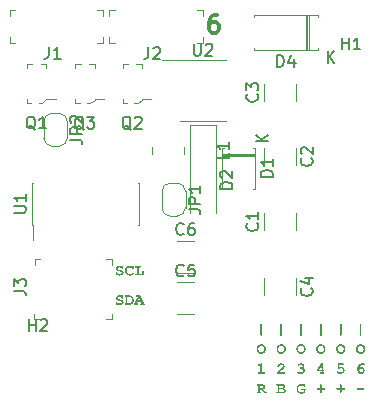
<source format=gbr>
%TF.GenerationSoftware,KiCad,Pcbnew,7.0.10*%
%TF.CreationDate,2024-02-10T17:51:15-05:00*%
%TF.ProjectId,led_controller_i2c,6c65645f-636f-46e7-9472-6f6c6c65725f,rev?*%
%TF.SameCoordinates,Original*%
%TF.FileFunction,Legend,Top*%
%TF.FilePolarity,Positive*%
%FSLAX46Y46*%
G04 Gerber Fmt 4.6, Leading zero omitted, Abs format (unit mm)*
G04 Created by KiCad (PCBNEW 7.0.10) date 2024-02-10 17:51:15*
%MOMM*%
%LPD*%
G01*
G04 APERTURE LIST*
%ADD10C,0.250000*%
%ADD11C,0.125000*%
%ADD12C,0.300000*%
%ADD13C,0.150000*%
%ADD14C,0.100000*%
%ADD15C,0.120000*%
G04 APERTURE END LIST*
D10*
G36*
X22216399Y-37783105D02*
G01*
X22210771Y-37791968D01*
X22204474Y-37801219D01*
X22197757Y-37810101D01*
X22190911Y-37817734D01*
X22186357Y-37821695D01*
X22177209Y-37826756D01*
X22167557Y-37829343D01*
X22158757Y-37830000D01*
X22148922Y-37829475D01*
X22137954Y-37827460D01*
X22127896Y-37823933D01*
X22118749Y-37818896D01*
X22110511Y-37812347D01*
X22106734Y-37808506D01*
X22100093Y-37799367D01*
X22095609Y-37790243D01*
X22092079Y-37779747D01*
X22089503Y-37767879D01*
X22088129Y-37757398D01*
X22087366Y-37746038D01*
X22087194Y-37736943D01*
X22087194Y-37642421D01*
X22087500Y-37630236D01*
X22088415Y-37618958D01*
X22089942Y-37608590D01*
X22092709Y-37596906D01*
X22096430Y-37586641D01*
X22101105Y-37577796D01*
X22106734Y-37570369D01*
X22114507Y-37562982D01*
X22123174Y-37557123D01*
X22132734Y-37552792D01*
X22143187Y-37549990D01*
X22154533Y-37548717D01*
X22158513Y-37548632D01*
X22169027Y-37549228D01*
X22178769Y-37551016D01*
X22188959Y-37554519D01*
X22198141Y-37559580D01*
X22200279Y-37561088D01*
X22208201Y-37568370D01*
X22214307Y-37576469D01*
X22219642Y-37586181D01*
X22223600Y-37595790D01*
X22225924Y-37602854D01*
X22229330Y-37613183D01*
X22233347Y-37623563D01*
X22237996Y-37633223D01*
X22243892Y-37641990D01*
X22244487Y-37642665D01*
X22253079Y-37650293D01*
X22261892Y-37656689D01*
X22272208Y-37663121D01*
X22281543Y-37668292D01*
X22291839Y-37673486D01*
X22303097Y-37678703D01*
X22312172Y-37682630D01*
X22315317Y-37683942D01*
X22324926Y-37687696D01*
X22334703Y-37691081D01*
X22344647Y-37694096D01*
X22354758Y-37696742D01*
X22365037Y-37699019D01*
X22375484Y-37700927D01*
X22386098Y-37702465D01*
X22396879Y-37703634D01*
X22407828Y-37704434D01*
X22418944Y-37704865D01*
X22426448Y-37704947D01*
X22438100Y-37704789D01*
X22449486Y-37704314D01*
X22460608Y-37703522D01*
X22471465Y-37702413D01*
X22482056Y-37700988D01*
X22492382Y-37699246D01*
X22502442Y-37697187D01*
X22512238Y-37694811D01*
X22521768Y-37692119D01*
X22535566Y-37687486D01*
X22548767Y-37682141D01*
X22561372Y-37676083D01*
X22573380Y-37669313D01*
X22581053Y-37664403D01*
X22590098Y-37658056D01*
X22597937Y-37651351D01*
X22606039Y-37642465D01*
X22612257Y-37633019D01*
X22616591Y-37623012D01*
X22619041Y-37612444D01*
X22619644Y-37603586D01*
X22618755Y-37593148D01*
X22616091Y-37582990D01*
X22611649Y-37573112D01*
X22605432Y-37563515D01*
X22601081Y-37558157D01*
X22593296Y-37550446D01*
X22585549Y-37544414D01*
X22576657Y-37538740D01*
X22566620Y-37533423D01*
X22555438Y-37528465D01*
X22545669Y-37524755D01*
X22540509Y-37522986D01*
X22530297Y-37519843D01*
X22519731Y-37517087D01*
X22507036Y-37514118D01*
X22496118Y-37511751D01*
X22484001Y-37509264D01*
X22470687Y-37506656D01*
X22456175Y-37503929D01*
X22445835Y-37502043D01*
X22434962Y-37500105D01*
X22423557Y-37498113D01*
X22417655Y-37497096D01*
X22403464Y-37494589D01*
X22389712Y-37492013D01*
X22376399Y-37489369D01*
X22363524Y-37486655D01*
X22351089Y-37483873D01*
X22339093Y-37481022D01*
X22327535Y-37478103D01*
X22316416Y-37475115D01*
X22305736Y-37472058D01*
X22295495Y-37468932D01*
X22285693Y-37465738D01*
X22276330Y-37462475D01*
X22263108Y-37457452D01*
X22250873Y-37452274D01*
X22243265Y-37448736D01*
X22232400Y-37443174D01*
X22221968Y-37437205D01*
X22211969Y-37430827D01*
X22202404Y-37424041D01*
X22193273Y-37416848D01*
X22184576Y-37409246D01*
X22176312Y-37401237D01*
X22168481Y-37392820D01*
X22161085Y-37383995D01*
X22154122Y-37374762D01*
X22149720Y-37368381D01*
X22143610Y-37358553D01*
X22138100Y-37348580D01*
X22133191Y-37338460D01*
X22128883Y-37328195D01*
X22125177Y-37317784D01*
X22122071Y-37307226D01*
X22119567Y-37296523D01*
X22117663Y-37285674D01*
X22116361Y-37274679D01*
X22115660Y-37263537D01*
X22115526Y-37256029D01*
X22115856Y-37244185D01*
X22116847Y-37232528D01*
X22118497Y-37221058D01*
X22120808Y-37209775D01*
X22123779Y-37198679D01*
X22127410Y-37187771D01*
X22131702Y-37177049D01*
X22136653Y-37166514D01*
X22142265Y-37156166D01*
X22148537Y-37146005D01*
X22155470Y-37136031D01*
X22163062Y-37126244D01*
X22171315Y-37116644D01*
X22180228Y-37107231D01*
X22189801Y-37098006D01*
X22200034Y-37088967D01*
X22210796Y-37080271D01*
X22221955Y-37072137D01*
X22233511Y-37064563D01*
X22245464Y-37057551D01*
X22257813Y-37051100D01*
X22270560Y-37045209D01*
X22283703Y-37039880D01*
X22297243Y-37035111D01*
X22311180Y-37030904D01*
X22325514Y-37027257D01*
X22340245Y-37024172D01*
X22355373Y-37021647D01*
X22370898Y-37019684D01*
X22386819Y-37018281D01*
X22403138Y-37017440D01*
X22419853Y-37017159D01*
X22429949Y-37017295D01*
X22439903Y-37017700D01*
X22449715Y-37018376D01*
X22462578Y-37019699D01*
X22475189Y-37021502D01*
X22487548Y-37023786D01*
X22499655Y-37026551D01*
X22511511Y-37029797D01*
X22520237Y-37032547D01*
X22531705Y-37036649D01*
X22542906Y-37041263D01*
X22553839Y-37046388D01*
X22564506Y-37052025D01*
X22574905Y-37058173D01*
X22585037Y-37064832D01*
X22594903Y-37072003D01*
X22604501Y-37079685D01*
X22609673Y-37071305D01*
X22616564Y-37061413D01*
X22623446Y-37052987D01*
X22630321Y-37046026D01*
X22638904Y-37039385D01*
X22649188Y-37034439D01*
X22659455Y-37032791D01*
X22670684Y-37033564D01*
X22681105Y-37035882D01*
X22690719Y-37039746D01*
X22699526Y-37045156D01*
X22707526Y-37052111D01*
X22710013Y-37054773D01*
X22716654Y-37063946D01*
X22721138Y-37073152D01*
X22724668Y-37083777D01*
X22727244Y-37095821D01*
X22728618Y-37106478D01*
X22729381Y-37118043D01*
X22729553Y-37127313D01*
X22729553Y-37234535D01*
X22729248Y-37246957D01*
X22728332Y-37258456D01*
X22726805Y-37269031D01*
X22724668Y-37278682D01*
X22721138Y-37289448D01*
X22716654Y-37298770D01*
X22710013Y-37308053D01*
X22702283Y-37315440D01*
X22693745Y-37321299D01*
X22684399Y-37325629D01*
X22674247Y-37328432D01*
X22663288Y-37329705D01*
X22659455Y-37329790D01*
X22648361Y-37329042D01*
X22637944Y-37326798D01*
X22628205Y-37323058D01*
X22619144Y-37317822D01*
X22614270Y-37314159D01*
X22607172Y-37306984D01*
X22601737Y-37298352D01*
X22597656Y-37289204D01*
X22594107Y-37278442D01*
X22591556Y-37268241D01*
X22589088Y-37257886D01*
X22585860Y-37246734D01*
X22582339Y-37236974D01*
X22577863Y-37227346D01*
X22572260Y-37218660D01*
X22565519Y-37210842D01*
X22557811Y-37203418D01*
X22549137Y-37196388D01*
X22539498Y-37189751D01*
X22531090Y-37184725D01*
X22522065Y-37179951D01*
X22512421Y-37175429D01*
X22502273Y-37171307D01*
X22491737Y-37167735D01*
X22480811Y-37164713D01*
X22469495Y-37162240D01*
X22457791Y-37160316D01*
X22445697Y-37158942D01*
X22433214Y-37158118D01*
X22420341Y-37157843D01*
X22406332Y-37158131D01*
X22392881Y-37158994D01*
X22379988Y-37160432D01*
X22367654Y-37162446D01*
X22355877Y-37165035D01*
X22344659Y-37168199D01*
X22333998Y-37171938D01*
X22323896Y-37176253D01*
X22314352Y-37181143D01*
X22305366Y-37186609D01*
X22299685Y-37190572D01*
X22291785Y-37196732D01*
X22282460Y-37205019D01*
X22274516Y-37213390D01*
X22267954Y-37221845D01*
X22262774Y-37230384D01*
X22258241Y-37241176D01*
X22255866Y-37252099D01*
X22255478Y-37258715D01*
X22256342Y-37269212D01*
X22258937Y-37279546D01*
X22263261Y-37289715D01*
X22268345Y-37298302D01*
X22273551Y-37305366D01*
X22281013Y-37313449D01*
X22289660Y-37320845D01*
X22297771Y-37326483D01*
X22306705Y-37331645D01*
X22316461Y-37336329D01*
X22327041Y-37340537D01*
X22336431Y-37343553D01*
X22346915Y-37346352D01*
X22356510Y-37348677D01*
X22367591Y-37351195D01*
X22380158Y-37353906D01*
X22394210Y-37356811D01*
X22404403Y-37358854D01*
X22415257Y-37360984D01*
X22426770Y-37363199D01*
X22438944Y-37365500D01*
X22451779Y-37367888D01*
X22458443Y-37369113D01*
X22471773Y-37371574D01*
X22484711Y-37374071D01*
X22497258Y-37376604D01*
X22509414Y-37379173D01*
X22521178Y-37381779D01*
X22532552Y-37384420D01*
X22543534Y-37387098D01*
X22554125Y-37389813D01*
X22564325Y-37392563D01*
X22574134Y-37395350D01*
X22583552Y-37398173D01*
X22596945Y-37402476D01*
X22609458Y-37406860D01*
X22621091Y-37411326D01*
X22624773Y-37412833D01*
X22635498Y-37417561D01*
X22645876Y-37422770D01*
X22655906Y-37428460D01*
X22665588Y-37434631D01*
X22674922Y-37441283D01*
X22683909Y-37448416D01*
X22692548Y-37456029D01*
X22700839Y-37464124D01*
X22708782Y-37472699D01*
X22716378Y-37481755D01*
X22721249Y-37488060D01*
X22728145Y-37497846D01*
X22734363Y-37507972D01*
X22739903Y-37518437D01*
X22744765Y-37529241D01*
X22748948Y-37540384D01*
X22752453Y-37551867D01*
X22755279Y-37563689D01*
X22757427Y-37575850D01*
X22758897Y-37588350D01*
X22759688Y-37601189D01*
X22759839Y-37609937D01*
X22759552Y-37622116D01*
X22758690Y-37633987D01*
X22757254Y-37645548D01*
X22755244Y-37656801D01*
X22752660Y-37667744D01*
X22749501Y-37678378D01*
X22745767Y-37688703D01*
X22741460Y-37698719D01*
X22736578Y-37708426D01*
X22731121Y-37717823D01*
X22725091Y-37726912D01*
X22718486Y-37735691D01*
X22711306Y-37744161D01*
X22703552Y-37752323D01*
X22695224Y-37760175D01*
X22686322Y-37767718D01*
X22673930Y-37777152D01*
X22661119Y-37785979D01*
X22647888Y-37794196D01*
X22634237Y-37801805D01*
X22620166Y-37808805D01*
X22605676Y-37815196D01*
X22590766Y-37820979D01*
X22575436Y-37826153D01*
X22559686Y-37830718D01*
X22543516Y-37834674D01*
X22526927Y-37838022D01*
X22509918Y-37840761D01*
X22492488Y-37842892D01*
X22474640Y-37844414D01*
X22456371Y-37845327D01*
X22437683Y-37845631D01*
X22426763Y-37845494D01*
X22415895Y-37845081D01*
X22405079Y-37844395D01*
X22394314Y-37843433D01*
X22383601Y-37842196D01*
X22372939Y-37840685D01*
X22362329Y-37838899D01*
X22351770Y-37836838D01*
X22341263Y-37834503D01*
X22330807Y-37831892D01*
X22323866Y-37830000D01*
X22313541Y-37826931D01*
X22303269Y-37823588D01*
X22293048Y-37819970D01*
X22282879Y-37816078D01*
X22272761Y-37811910D01*
X22262694Y-37807468D01*
X22252679Y-37802751D01*
X22242716Y-37797759D01*
X22232804Y-37792493D01*
X22222944Y-37786952D01*
X22216399Y-37783105D01*
G37*
G36*
X23249057Y-37033524D02*
G01*
X23261898Y-37033738D01*
X23274683Y-37034382D01*
X23287412Y-37035456D01*
X23300085Y-37036958D01*
X23312702Y-37038890D01*
X23325264Y-37041252D01*
X23337770Y-37044042D01*
X23350220Y-37047262D01*
X23362614Y-37050912D01*
X23374952Y-37054990D01*
X23383147Y-37057948D01*
X23395238Y-37062598D01*
X23406875Y-37067479D01*
X23418056Y-37072592D01*
X23428782Y-37077938D01*
X23439053Y-37083515D01*
X23448869Y-37089324D01*
X23458230Y-37095364D01*
X23467136Y-37101637D01*
X23475586Y-37108141D01*
X23483582Y-37114877D01*
X23488660Y-37119497D01*
X23496266Y-37126908D01*
X23503940Y-37134976D01*
X23511683Y-37143700D01*
X23519495Y-37153080D01*
X23527376Y-37163117D01*
X23533332Y-37171076D01*
X23539326Y-37179403D01*
X23545359Y-37188100D01*
X23551430Y-37197166D01*
X23557423Y-37206411D01*
X23563128Y-37215642D01*
X23568545Y-37224860D01*
X23573675Y-37234066D01*
X23578517Y-37243259D01*
X23583072Y-37252439D01*
X23587339Y-37261606D01*
X23591318Y-37270760D01*
X23595010Y-37279901D01*
X23599484Y-37292069D01*
X23600523Y-37295108D01*
X23604415Y-37307598D01*
X23606994Y-37317412D01*
X23609281Y-37327608D01*
X23611276Y-37338186D01*
X23612979Y-37349146D01*
X23614390Y-37360489D01*
X23615509Y-37372213D01*
X23616337Y-37384320D01*
X23616872Y-37396808D01*
X23617115Y-37409679D01*
X23617131Y-37414054D01*
X23617131Y-37478290D01*
X23617013Y-37488900D01*
X23616658Y-37499360D01*
X23616067Y-37509668D01*
X23615239Y-37519826D01*
X23614174Y-37529834D01*
X23612872Y-37539690D01*
X23611334Y-37549396D01*
X23608584Y-37563672D01*
X23605301Y-37577609D01*
X23601486Y-37591207D01*
X23597138Y-37604465D01*
X23592258Y-37617384D01*
X23586845Y-37629965D01*
X23581043Y-37642117D01*
X23574901Y-37653844D01*
X23568420Y-37665146D01*
X23561600Y-37676023D01*
X23554441Y-37686476D01*
X23546943Y-37696503D01*
X23539106Y-37706105D01*
X23530929Y-37715282D01*
X23522413Y-37724034D01*
X23513558Y-37732361D01*
X23507466Y-37737676D01*
X23498313Y-37745314D01*
X23489263Y-37752565D01*
X23480315Y-37759430D01*
X23471471Y-37765909D01*
X23462730Y-37772001D01*
X23454092Y-37777707D01*
X23445557Y-37783026D01*
X23434337Y-37789518D01*
X23423300Y-37795322D01*
X23415143Y-37799225D01*
X23401918Y-37804725D01*
X23392705Y-37808091D01*
X23383176Y-37811216D01*
X23373330Y-37814101D01*
X23363167Y-37816746D01*
X23352687Y-37819150D01*
X23341891Y-37821314D01*
X23330778Y-37823238D01*
X23319348Y-37824920D01*
X23307602Y-37826363D01*
X23295538Y-37827565D01*
X23283158Y-37828527D01*
X23270462Y-37829248D01*
X23257448Y-37829729D01*
X23244118Y-37829969D01*
X23237334Y-37830000D01*
X22954256Y-37830000D01*
X22942010Y-37829698D01*
X22930672Y-37828794D01*
X22920242Y-37827286D01*
X22908482Y-37824554D01*
X22898141Y-37820880D01*
X22889219Y-37816263D01*
X22881716Y-37810704D01*
X22874412Y-37802956D01*
X22868619Y-37794367D01*
X22864337Y-37784936D01*
X22861566Y-37774663D01*
X22860307Y-37763549D01*
X22860223Y-37759658D01*
X22860978Y-37748272D01*
X22863245Y-37737744D01*
X22867023Y-37728076D01*
X22872313Y-37719266D01*
X22879113Y-37711315D01*
X22881716Y-37708855D01*
X22890649Y-37702215D01*
X22901145Y-37696948D01*
X22911085Y-37693609D01*
X22922111Y-37691224D01*
X22934221Y-37689793D01*
X22944691Y-37689335D01*
X22947418Y-37689316D01*
X22947418Y-37173475D01*
X23088101Y-37173475D01*
X23088101Y-37689316D01*
X23237822Y-37689316D01*
X23248134Y-37689228D01*
X23258125Y-37688965D01*
X23272510Y-37688240D01*
X23286175Y-37687121D01*
X23299118Y-37685607D01*
X23311339Y-37683698D01*
X23322840Y-37681394D01*
X23333619Y-37678695D01*
X23343677Y-37675601D01*
X23353013Y-37672112D01*
X23364340Y-37666845D01*
X23374495Y-37661162D01*
X23384170Y-37655196D01*
X23393363Y-37648946D01*
X23402076Y-37642413D01*
X23410307Y-37635597D01*
X23418058Y-37628497D01*
X23425328Y-37621114D01*
X23432117Y-37613448D01*
X23438426Y-37605498D01*
X23444253Y-37597265D01*
X23447871Y-37591618D01*
X23452934Y-37582816D01*
X23457500Y-37573538D01*
X23461567Y-37563783D01*
X23465136Y-37553551D01*
X23468207Y-37542843D01*
X23470780Y-37531658D01*
X23472855Y-37519996D01*
X23474433Y-37507858D01*
X23475512Y-37495244D01*
X23476093Y-37482153D01*
X23476203Y-37473161D01*
X23476203Y-37410879D01*
X23475980Y-37399293D01*
X23475310Y-37387981D01*
X23474194Y-37376944D01*
X23472631Y-37366182D01*
X23470622Y-37355695D01*
X23468166Y-37345483D01*
X23465264Y-37335545D01*
X23461915Y-37325882D01*
X23458120Y-37316494D01*
X23453878Y-37307381D01*
X23450802Y-37301458D01*
X23445786Y-37292478D01*
X23440693Y-37283857D01*
X23432905Y-37271598D01*
X23424942Y-37260147D01*
X23416802Y-37249502D01*
X23408487Y-37239665D01*
X23399995Y-37230634D01*
X23391328Y-37222411D01*
X23382484Y-37214995D01*
X23373465Y-37208386D01*
X23364269Y-37202584D01*
X23361165Y-37200830D01*
X23351601Y-37195941D01*
X23341596Y-37191533D01*
X23331148Y-37187606D01*
X23320258Y-37184160D01*
X23308926Y-37181195D01*
X23297151Y-37178711D01*
X23284935Y-37176707D01*
X23272276Y-37175184D01*
X23259175Y-37174143D01*
X23245631Y-37173582D01*
X23236357Y-37173475D01*
X23088101Y-37173475D01*
X22947418Y-37173475D01*
X22936610Y-37173173D01*
X22926535Y-37172269D01*
X22914971Y-37170290D01*
X22904553Y-37167370D01*
X22895279Y-37163507D01*
X22885662Y-37157628D01*
X22881472Y-37154180D01*
X22874251Y-37146432D01*
X22868523Y-37137842D01*
X22864290Y-37128411D01*
X22861551Y-37118138D01*
X22860306Y-37107024D01*
X22860223Y-37103133D01*
X22860978Y-37091747D01*
X22863245Y-37081220D01*
X22867023Y-37071551D01*
X22872313Y-37062741D01*
X22879113Y-37054790D01*
X22881716Y-37052330D01*
X22890890Y-37045690D01*
X22900095Y-37041206D01*
X22910720Y-37037676D01*
X22922764Y-37035100D01*
X22933421Y-37033726D01*
X22944986Y-37032963D01*
X22954256Y-37032791D01*
X23249057Y-37033524D01*
G37*
G36*
X24460013Y-37689316D02*
G01*
X24471882Y-37689514D01*
X24482698Y-37690109D01*
X24492460Y-37691102D01*
X24503181Y-37692900D01*
X24513874Y-37695877D01*
X24523354Y-37700478D01*
X24525471Y-37702016D01*
X24532855Y-37708634D01*
X24540701Y-37717142D01*
X24547009Y-37725912D01*
X24551778Y-37734945D01*
X24555009Y-37744240D01*
X24556855Y-37755740D01*
X24556978Y-37759658D01*
X24556222Y-37771052D01*
X24553955Y-37781605D01*
X24550177Y-37791317D01*
X24544888Y-37800187D01*
X24538087Y-37808215D01*
X24535484Y-37810704D01*
X24526477Y-37817262D01*
X24517384Y-37821690D01*
X24506847Y-37825176D01*
X24494867Y-37827720D01*
X24484245Y-37829076D01*
X24472699Y-37829830D01*
X24463433Y-37830000D01*
X24273900Y-37830000D01*
X24261654Y-37829698D01*
X24250316Y-37828794D01*
X24239886Y-37827286D01*
X24228126Y-37824554D01*
X24217785Y-37820880D01*
X24208863Y-37816263D01*
X24201360Y-37810704D01*
X24194056Y-37802956D01*
X24188263Y-37794367D01*
X24183981Y-37784936D01*
X24181210Y-37774663D01*
X24179951Y-37763549D01*
X24179867Y-37759658D01*
X24180623Y-37748272D01*
X24182889Y-37737744D01*
X24186668Y-37728076D01*
X24191957Y-37719266D01*
X24198758Y-37711315D01*
X24201360Y-37708855D01*
X24210534Y-37702215D01*
X24219739Y-37697731D01*
X24230364Y-37694200D01*
X24242408Y-37691624D01*
X24253065Y-37690251D01*
X24264630Y-37689487D01*
X24273900Y-37689316D01*
X24308339Y-37689316D01*
X24274633Y-37595526D01*
X23932449Y-37595526D01*
X23898255Y-37689316D01*
X23932449Y-37689316D01*
X23944695Y-37689621D01*
X23956034Y-37690537D01*
X23966464Y-37692063D01*
X23978224Y-37694830D01*
X23988565Y-37698551D01*
X23997486Y-37703226D01*
X24004989Y-37708855D01*
X24012376Y-37716520D01*
X24018235Y-37725044D01*
X24022566Y-37734426D01*
X24025368Y-37744667D01*
X24026642Y-37755767D01*
X24026727Y-37759658D01*
X24025962Y-37771052D01*
X24023670Y-37781605D01*
X24019849Y-37791317D01*
X24014499Y-37800187D01*
X24007621Y-37808215D01*
X24004989Y-37810704D01*
X23995816Y-37817262D01*
X23986610Y-37821690D01*
X23975985Y-37825176D01*
X23963941Y-37827720D01*
X23953284Y-37829076D01*
X23941719Y-37829830D01*
X23932449Y-37830000D01*
X23742916Y-37830000D01*
X23730674Y-37829698D01*
X23719347Y-37828794D01*
X23708936Y-37827286D01*
X23697211Y-37824554D01*
X23686916Y-37820880D01*
X23678053Y-37816263D01*
X23670621Y-37810704D01*
X23663233Y-37802956D01*
X23657374Y-37794367D01*
X23653044Y-37784936D01*
X23650242Y-37774663D01*
X23648968Y-37763549D01*
X23648883Y-37759658D01*
X23649682Y-37748272D01*
X23652077Y-37737744D01*
X23656070Y-37728076D01*
X23661660Y-37719266D01*
X23668847Y-37711315D01*
X23671598Y-37708855D01*
X23681071Y-37702215D01*
X23690567Y-37697731D01*
X23701517Y-37694200D01*
X23711325Y-37692063D01*
X23722064Y-37690537D01*
X23733734Y-37689621D01*
X23746336Y-37689316D01*
X23846920Y-37454842D01*
X23988869Y-37454842D01*
X24216259Y-37454842D01*
X24102930Y-37212798D01*
X23988869Y-37454842D01*
X23846920Y-37454842D01*
X23967620Y-37173475D01*
X23875540Y-37173475D01*
X23863294Y-37173173D01*
X23851956Y-37172269D01*
X23841526Y-37170761D01*
X23829766Y-37168029D01*
X23819425Y-37164355D01*
X23810503Y-37159738D01*
X23803000Y-37154180D01*
X23795613Y-37146432D01*
X23789754Y-37137842D01*
X23785423Y-37128411D01*
X23782621Y-37118138D01*
X23781347Y-37107024D01*
X23781263Y-37103133D01*
X23782027Y-37091747D01*
X23784319Y-37081220D01*
X23788141Y-37071551D01*
X23793490Y-37062741D01*
X23800368Y-37054790D01*
X23803000Y-37052330D01*
X23812174Y-37045690D01*
X23821379Y-37041206D01*
X23832004Y-37037676D01*
X23844048Y-37035100D01*
X23854705Y-37033726D01*
X23866270Y-37032963D01*
X23875540Y-37032791D01*
X24179867Y-37032791D01*
X24460013Y-37689316D01*
G37*
G36*
X22216399Y-35283105D02*
G01*
X22210771Y-35291968D01*
X22204474Y-35301219D01*
X22197757Y-35310101D01*
X22190911Y-35317734D01*
X22186357Y-35321695D01*
X22177209Y-35326756D01*
X22167557Y-35329343D01*
X22158757Y-35330000D01*
X22148922Y-35329475D01*
X22137954Y-35327460D01*
X22127896Y-35323933D01*
X22118749Y-35318896D01*
X22110511Y-35312347D01*
X22106734Y-35308506D01*
X22100093Y-35299367D01*
X22095609Y-35290243D01*
X22092079Y-35279747D01*
X22089503Y-35267879D01*
X22088129Y-35257398D01*
X22087366Y-35246038D01*
X22087194Y-35236943D01*
X22087194Y-35142421D01*
X22087500Y-35130236D01*
X22088415Y-35118958D01*
X22089942Y-35108590D01*
X22092709Y-35096906D01*
X22096430Y-35086641D01*
X22101105Y-35077796D01*
X22106734Y-35070369D01*
X22114507Y-35062982D01*
X22123174Y-35057123D01*
X22132734Y-35052792D01*
X22143187Y-35049990D01*
X22154533Y-35048717D01*
X22158513Y-35048632D01*
X22169027Y-35049228D01*
X22178769Y-35051016D01*
X22188959Y-35054519D01*
X22198141Y-35059580D01*
X22200279Y-35061088D01*
X22208201Y-35068370D01*
X22214307Y-35076469D01*
X22219642Y-35086181D01*
X22223600Y-35095790D01*
X22225924Y-35102854D01*
X22229330Y-35113183D01*
X22233347Y-35123563D01*
X22237996Y-35133223D01*
X22243892Y-35141990D01*
X22244487Y-35142665D01*
X22253079Y-35150293D01*
X22261892Y-35156689D01*
X22272208Y-35163121D01*
X22281543Y-35168292D01*
X22291839Y-35173486D01*
X22303097Y-35178703D01*
X22312172Y-35182630D01*
X22315317Y-35183942D01*
X22324926Y-35187696D01*
X22334703Y-35191081D01*
X22344647Y-35194096D01*
X22354758Y-35196742D01*
X22365037Y-35199019D01*
X22375484Y-35200927D01*
X22386098Y-35202465D01*
X22396879Y-35203634D01*
X22407828Y-35204434D01*
X22418944Y-35204865D01*
X22426448Y-35204947D01*
X22438100Y-35204789D01*
X22449486Y-35204314D01*
X22460608Y-35203522D01*
X22471465Y-35202413D01*
X22482056Y-35200988D01*
X22492382Y-35199246D01*
X22502442Y-35197187D01*
X22512238Y-35194811D01*
X22521768Y-35192119D01*
X22535566Y-35187486D01*
X22548767Y-35182141D01*
X22561372Y-35176083D01*
X22573380Y-35169313D01*
X22581053Y-35164403D01*
X22590098Y-35158056D01*
X22597937Y-35151351D01*
X22606039Y-35142465D01*
X22612257Y-35133019D01*
X22616591Y-35123012D01*
X22619041Y-35112444D01*
X22619644Y-35103586D01*
X22618755Y-35093148D01*
X22616091Y-35082990D01*
X22611649Y-35073112D01*
X22605432Y-35063515D01*
X22601081Y-35058157D01*
X22593296Y-35050446D01*
X22585549Y-35044414D01*
X22576657Y-35038740D01*
X22566620Y-35033423D01*
X22555438Y-35028465D01*
X22545669Y-35024755D01*
X22540509Y-35022986D01*
X22530297Y-35019843D01*
X22519731Y-35017087D01*
X22507036Y-35014118D01*
X22496118Y-35011751D01*
X22484001Y-35009264D01*
X22470687Y-35006656D01*
X22456175Y-35003929D01*
X22445835Y-35002043D01*
X22434962Y-35000105D01*
X22423557Y-34998113D01*
X22417655Y-34997096D01*
X22403464Y-34994589D01*
X22389712Y-34992013D01*
X22376399Y-34989369D01*
X22363524Y-34986655D01*
X22351089Y-34983873D01*
X22339093Y-34981022D01*
X22327535Y-34978103D01*
X22316416Y-34975115D01*
X22305736Y-34972058D01*
X22295495Y-34968932D01*
X22285693Y-34965738D01*
X22276330Y-34962475D01*
X22263108Y-34957452D01*
X22250873Y-34952274D01*
X22243265Y-34948736D01*
X22232400Y-34943174D01*
X22221968Y-34937205D01*
X22211969Y-34930827D01*
X22202404Y-34924041D01*
X22193273Y-34916848D01*
X22184576Y-34909246D01*
X22176312Y-34901237D01*
X22168481Y-34892820D01*
X22161085Y-34883995D01*
X22154122Y-34874762D01*
X22149720Y-34868381D01*
X22143610Y-34858553D01*
X22138100Y-34848580D01*
X22133191Y-34838460D01*
X22128883Y-34828195D01*
X22125177Y-34817784D01*
X22122071Y-34807226D01*
X22119567Y-34796523D01*
X22117663Y-34785674D01*
X22116361Y-34774679D01*
X22115660Y-34763537D01*
X22115526Y-34756029D01*
X22115856Y-34744185D01*
X22116847Y-34732528D01*
X22118497Y-34721058D01*
X22120808Y-34709775D01*
X22123779Y-34698679D01*
X22127410Y-34687771D01*
X22131702Y-34677049D01*
X22136653Y-34666514D01*
X22142265Y-34656166D01*
X22148537Y-34646005D01*
X22155470Y-34636031D01*
X22163062Y-34626244D01*
X22171315Y-34616644D01*
X22180228Y-34607231D01*
X22189801Y-34598006D01*
X22200034Y-34588967D01*
X22210796Y-34580271D01*
X22221955Y-34572137D01*
X22233511Y-34564563D01*
X22245464Y-34557551D01*
X22257813Y-34551100D01*
X22270560Y-34545209D01*
X22283703Y-34539880D01*
X22297243Y-34535111D01*
X22311180Y-34530904D01*
X22325514Y-34527257D01*
X22340245Y-34524172D01*
X22355373Y-34521647D01*
X22370898Y-34519684D01*
X22386819Y-34518281D01*
X22403138Y-34517440D01*
X22419853Y-34517159D01*
X22429949Y-34517295D01*
X22439903Y-34517700D01*
X22449715Y-34518376D01*
X22462578Y-34519699D01*
X22475189Y-34521502D01*
X22487548Y-34523786D01*
X22499655Y-34526551D01*
X22511511Y-34529797D01*
X22520237Y-34532547D01*
X22531705Y-34536649D01*
X22542906Y-34541263D01*
X22553839Y-34546388D01*
X22564506Y-34552025D01*
X22574905Y-34558173D01*
X22585037Y-34564832D01*
X22594903Y-34572003D01*
X22604501Y-34579685D01*
X22609673Y-34571305D01*
X22616564Y-34561413D01*
X22623446Y-34552987D01*
X22630321Y-34546026D01*
X22638904Y-34539385D01*
X22649188Y-34534439D01*
X22659455Y-34532791D01*
X22670684Y-34533564D01*
X22681105Y-34535882D01*
X22690719Y-34539746D01*
X22699526Y-34545156D01*
X22707526Y-34552111D01*
X22710013Y-34554773D01*
X22716654Y-34563946D01*
X22721138Y-34573152D01*
X22724668Y-34583777D01*
X22727244Y-34595821D01*
X22728618Y-34606478D01*
X22729381Y-34618043D01*
X22729553Y-34627313D01*
X22729553Y-34734535D01*
X22729248Y-34746957D01*
X22728332Y-34758456D01*
X22726805Y-34769031D01*
X22724668Y-34778682D01*
X22721138Y-34789448D01*
X22716654Y-34798770D01*
X22710013Y-34808053D01*
X22702283Y-34815440D01*
X22693745Y-34821299D01*
X22684399Y-34825629D01*
X22674247Y-34828432D01*
X22663288Y-34829705D01*
X22659455Y-34829790D01*
X22648361Y-34829042D01*
X22637944Y-34826798D01*
X22628205Y-34823058D01*
X22619144Y-34817822D01*
X22614270Y-34814159D01*
X22607172Y-34806984D01*
X22601737Y-34798352D01*
X22597656Y-34789204D01*
X22594107Y-34778442D01*
X22591556Y-34768241D01*
X22589088Y-34757886D01*
X22585860Y-34746734D01*
X22582339Y-34736974D01*
X22577863Y-34727346D01*
X22572260Y-34718660D01*
X22565519Y-34710842D01*
X22557811Y-34703418D01*
X22549137Y-34696388D01*
X22539498Y-34689751D01*
X22531090Y-34684725D01*
X22522065Y-34679951D01*
X22512421Y-34675429D01*
X22502273Y-34671307D01*
X22491737Y-34667735D01*
X22480811Y-34664713D01*
X22469495Y-34662240D01*
X22457791Y-34660316D01*
X22445697Y-34658942D01*
X22433214Y-34658118D01*
X22420341Y-34657843D01*
X22406332Y-34658131D01*
X22392881Y-34658994D01*
X22379988Y-34660432D01*
X22367654Y-34662446D01*
X22355877Y-34665035D01*
X22344659Y-34668199D01*
X22333998Y-34671938D01*
X22323896Y-34676253D01*
X22314352Y-34681143D01*
X22305366Y-34686609D01*
X22299685Y-34690572D01*
X22291785Y-34696732D01*
X22282460Y-34705019D01*
X22274516Y-34713390D01*
X22267954Y-34721845D01*
X22262774Y-34730384D01*
X22258241Y-34741176D01*
X22255866Y-34752099D01*
X22255478Y-34758715D01*
X22256342Y-34769212D01*
X22258937Y-34779546D01*
X22263261Y-34789715D01*
X22268345Y-34798302D01*
X22273551Y-34805366D01*
X22281013Y-34813449D01*
X22289660Y-34820845D01*
X22297771Y-34826483D01*
X22306705Y-34831645D01*
X22316461Y-34836329D01*
X22327041Y-34840537D01*
X22336431Y-34843553D01*
X22346915Y-34846352D01*
X22356510Y-34848677D01*
X22367591Y-34851195D01*
X22380158Y-34853906D01*
X22394210Y-34856811D01*
X22404403Y-34858854D01*
X22415257Y-34860984D01*
X22426770Y-34863199D01*
X22438944Y-34865500D01*
X22451779Y-34867888D01*
X22458443Y-34869113D01*
X22471773Y-34871574D01*
X22484711Y-34874071D01*
X22497258Y-34876604D01*
X22509414Y-34879173D01*
X22521178Y-34881779D01*
X22532552Y-34884420D01*
X22543534Y-34887098D01*
X22554125Y-34889813D01*
X22564325Y-34892563D01*
X22574134Y-34895350D01*
X22583552Y-34898173D01*
X22596945Y-34902476D01*
X22609458Y-34906860D01*
X22621091Y-34911326D01*
X22624773Y-34912833D01*
X22635498Y-34917561D01*
X22645876Y-34922770D01*
X22655906Y-34928460D01*
X22665588Y-34934631D01*
X22674922Y-34941283D01*
X22683909Y-34948416D01*
X22692548Y-34956029D01*
X22700839Y-34964124D01*
X22708782Y-34972699D01*
X22716378Y-34981755D01*
X22721249Y-34988060D01*
X22728145Y-34997846D01*
X22734363Y-35007972D01*
X22739903Y-35018437D01*
X22744765Y-35029241D01*
X22748948Y-35040384D01*
X22752453Y-35051867D01*
X22755279Y-35063689D01*
X22757427Y-35075850D01*
X22758897Y-35088350D01*
X22759688Y-35101189D01*
X22759839Y-35109937D01*
X22759552Y-35122116D01*
X22758690Y-35133987D01*
X22757254Y-35145548D01*
X22755244Y-35156801D01*
X22752660Y-35167744D01*
X22749501Y-35178378D01*
X22745767Y-35188703D01*
X22741460Y-35198719D01*
X22736578Y-35208426D01*
X22731121Y-35217823D01*
X22725091Y-35226912D01*
X22718486Y-35235691D01*
X22711306Y-35244161D01*
X22703552Y-35252323D01*
X22695224Y-35260175D01*
X22686322Y-35267718D01*
X22673930Y-35277152D01*
X22661119Y-35285979D01*
X22647888Y-35294196D01*
X22634237Y-35301805D01*
X22620166Y-35308805D01*
X22605676Y-35315196D01*
X22590766Y-35320979D01*
X22575436Y-35326153D01*
X22559686Y-35330718D01*
X22543516Y-35334674D01*
X22526927Y-35338022D01*
X22509918Y-35340761D01*
X22492488Y-35342892D01*
X22474640Y-35344414D01*
X22456371Y-35345327D01*
X22437683Y-35345631D01*
X22426763Y-35345494D01*
X22415895Y-35345081D01*
X22405079Y-35344395D01*
X22394314Y-35343433D01*
X22383601Y-35342196D01*
X22372939Y-35340685D01*
X22362329Y-35338899D01*
X22351770Y-35336838D01*
X22341263Y-35334503D01*
X22330807Y-35331892D01*
X22323866Y-35330000D01*
X22313541Y-35326931D01*
X22303269Y-35323588D01*
X22293048Y-35319970D01*
X22282879Y-35316078D01*
X22272761Y-35311910D01*
X22262694Y-35307468D01*
X22252679Y-35302751D01*
X22242716Y-35297759D01*
X22232804Y-35292493D01*
X22222944Y-35286952D01*
X22216399Y-35283105D01*
G37*
G36*
X23483286Y-34579685D02*
G01*
X23489067Y-34569988D01*
X23495081Y-34561413D01*
X23502240Y-34552987D01*
X23509705Y-34546026D01*
X23511618Y-34544515D01*
X23520585Y-34538847D01*
X23529899Y-34535035D01*
X23539562Y-34533077D01*
X23545080Y-34532791D01*
X23556308Y-34533521D01*
X23566730Y-34535710D01*
X23576344Y-34539360D01*
X23585151Y-34544469D01*
X23593151Y-34551038D01*
X23595638Y-34553551D01*
X23602278Y-34562250D01*
X23606763Y-34571033D01*
X23610293Y-34581212D01*
X23612869Y-34592786D01*
X23614242Y-34603050D01*
X23615006Y-34614207D01*
X23615177Y-34623161D01*
X23615177Y-34738688D01*
X23614872Y-34750579D01*
X23613956Y-34761585D01*
X23612430Y-34771706D01*
X23609663Y-34783112D01*
X23605942Y-34793135D01*
X23601267Y-34801774D01*
X23595638Y-34809030D01*
X23587907Y-34816085D01*
X23579369Y-34821681D01*
X23570024Y-34825816D01*
X23559872Y-34828493D01*
X23548912Y-34829709D01*
X23545080Y-34829790D01*
X23534925Y-34829284D01*
X23524032Y-34827412D01*
X23514168Y-34824161D01*
X23505332Y-34819531D01*
X23499651Y-34815380D01*
X23492591Y-34807776D01*
X23487210Y-34799361D01*
X23482448Y-34789195D01*
X23478951Y-34779385D01*
X23475884Y-34768358D01*
X23474249Y-34761158D01*
X23471656Y-34750178D01*
X23468152Y-34740321D01*
X23463736Y-34731585D01*
X23457572Y-34722976D01*
X23454954Y-34720125D01*
X23447581Y-34713221D01*
X23439506Y-34706676D01*
X23430728Y-34700490D01*
X23421249Y-34694663D01*
X23411067Y-34689194D01*
X23400183Y-34684084D01*
X23388596Y-34679333D01*
X23376308Y-34674940D01*
X23366870Y-34671885D01*
X23357423Y-34669130D01*
X23344814Y-34665924D01*
X23332190Y-34663253D01*
X23319550Y-34661116D01*
X23306895Y-34659513D01*
X23294225Y-34658444D01*
X23281540Y-34657910D01*
X23275191Y-34657843D01*
X23263421Y-34658066D01*
X23251830Y-34658736D01*
X23240420Y-34659852D01*
X23229190Y-34661415D01*
X23218140Y-34663425D01*
X23207271Y-34665880D01*
X23196582Y-34668783D01*
X23186073Y-34672131D01*
X23175745Y-34675927D01*
X23165597Y-34680169D01*
X23158932Y-34683244D01*
X23149147Y-34688286D01*
X23139577Y-34693886D01*
X23130222Y-34700044D01*
X23121082Y-34706760D01*
X23112156Y-34714035D01*
X23103445Y-34721867D01*
X23094948Y-34730258D01*
X23086666Y-34739207D01*
X23078599Y-34748713D01*
X23070747Y-34758778D01*
X23065631Y-34765799D01*
X23058385Y-34776660D01*
X23051852Y-34787903D01*
X23046032Y-34799529D01*
X23040924Y-34811537D01*
X23036529Y-34823927D01*
X23032847Y-34836699D01*
X23029878Y-34849853D01*
X23027621Y-34863389D01*
X23026077Y-34877307D01*
X23025245Y-34891607D01*
X23025087Y-34901353D01*
X23025087Y-34985617D01*
X23025375Y-34997220D01*
X23026239Y-35008580D01*
X23027680Y-35019698D01*
X23029697Y-35030573D01*
X23032290Y-35041206D01*
X23035459Y-35051597D01*
X23039205Y-35061745D01*
X23043527Y-35071652D01*
X23048425Y-35081315D01*
X23053900Y-35090737D01*
X23059950Y-35099916D01*
X23066577Y-35108853D01*
X23073781Y-35117547D01*
X23081560Y-35125999D01*
X23089916Y-35134209D01*
X23098848Y-35142177D01*
X23108322Y-35149778D01*
X23118242Y-35156889D01*
X23128609Y-35163509D01*
X23139423Y-35169639D01*
X23150683Y-35175278D01*
X23162389Y-35180427D01*
X23174542Y-35185086D01*
X23187142Y-35189255D01*
X23200188Y-35192933D01*
X23213680Y-35196120D01*
X23227619Y-35198817D01*
X23242005Y-35201024D01*
X23256837Y-35202740D01*
X23272115Y-35203966D01*
X23287841Y-35204702D01*
X23304012Y-35204947D01*
X23318500Y-35204752D01*
X23332563Y-35204166D01*
X23346200Y-35203189D01*
X23359413Y-35201822D01*
X23372201Y-35200063D01*
X23384564Y-35197915D01*
X23396501Y-35195375D01*
X23408014Y-35192445D01*
X23419101Y-35189124D01*
X23429764Y-35185413D01*
X23436636Y-35182721D01*
X23446583Y-35178132D01*
X23456733Y-35172303D01*
X23465000Y-35166746D01*
X23473395Y-35160396D01*
X23481921Y-35153252D01*
X23490576Y-35145314D01*
X23499361Y-35136582D01*
X23503803Y-35131919D01*
X23511711Y-35123959D01*
X23518950Y-35117115D01*
X23526548Y-35110542D01*
X23534978Y-35104323D01*
X23538241Y-35102365D01*
X23548030Y-35098198D01*
X23557787Y-35096067D01*
X23566329Y-35095526D01*
X23576704Y-35096291D01*
X23586582Y-35098583D01*
X23595961Y-35102404D01*
X23604843Y-35107754D01*
X23613226Y-35114632D01*
X23615910Y-35117264D01*
X23623132Y-35125599D01*
X23628859Y-35134483D01*
X23633092Y-35143917D01*
X23635831Y-35153900D01*
X23637076Y-35164433D01*
X23637159Y-35168066D01*
X23636146Y-35179286D01*
X23633754Y-35188846D01*
X23629954Y-35198597D01*
X23624747Y-35208538D01*
X23618133Y-35218671D01*
X23611829Y-35226914D01*
X23608339Y-35231081D01*
X23600251Y-35240058D01*
X23591743Y-35248669D01*
X23582815Y-35256916D01*
X23573465Y-35264798D01*
X23563695Y-35272315D01*
X23553504Y-35279467D01*
X23542893Y-35286254D01*
X23531860Y-35292676D01*
X23520407Y-35298733D01*
X23508533Y-35304426D01*
X23500383Y-35308018D01*
X23489229Y-35312572D01*
X23477932Y-35316833D01*
X23466492Y-35320800D01*
X23454908Y-35324474D01*
X23443182Y-35327853D01*
X23431312Y-35330938D01*
X23419299Y-35333730D01*
X23407144Y-35336228D01*
X23394845Y-35338432D01*
X23382403Y-35340342D01*
X23369817Y-35341958D01*
X23357089Y-35343280D01*
X23344218Y-35344309D01*
X23331203Y-35345043D01*
X23318046Y-35345484D01*
X23304745Y-35345631D01*
X23289210Y-35345440D01*
X23273867Y-35344868D01*
X23258717Y-35343914D01*
X23243760Y-35342578D01*
X23228996Y-35340861D01*
X23214425Y-35338762D01*
X23200046Y-35336281D01*
X23185860Y-35333419D01*
X23171866Y-35330175D01*
X23158066Y-35326550D01*
X23144458Y-35322542D01*
X23131042Y-35318154D01*
X23117820Y-35313383D01*
X23104790Y-35308231D01*
X23091953Y-35302698D01*
X23079309Y-35296782D01*
X23069266Y-35291721D01*
X23059410Y-35286307D01*
X23049742Y-35280539D01*
X23040260Y-35274419D01*
X23030966Y-35267946D01*
X23021858Y-35261119D01*
X23012938Y-35253940D01*
X23004204Y-35246407D01*
X22995657Y-35238522D01*
X22987298Y-35230284D01*
X22979125Y-35221692D01*
X22971140Y-35212748D01*
X22963341Y-35203450D01*
X22955729Y-35193800D01*
X22948305Y-35183796D01*
X22941067Y-35173440D01*
X22934176Y-35162847D01*
X22927729Y-35152133D01*
X22921727Y-35141300D01*
X22916170Y-35130346D01*
X22911057Y-35119272D01*
X22906389Y-35108078D01*
X22902165Y-35096764D01*
X22898386Y-35085329D01*
X22895051Y-35073774D01*
X22892161Y-35062099D01*
X22889716Y-35050304D01*
X22887715Y-35038389D01*
X22886159Y-35026353D01*
X22885048Y-35014197D01*
X22884381Y-35001921D01*
X22884159Y-34989525D01*
X22884159Y-34899155D01*
X22884358Y-34886204D01*
X22884956Y-34873361D01*
X22885953Y-34860627D01*
X22887349Y-34848002D01*
X22889144Y-34835485D01*
X22891337Y-34823077D01*
X22893929Y-34810778D01*
X22896920Y-34798588D01*
X22900310Y-34786507D01*
X22904099Y-34774534D01*
X22908286Y-34762670D01*
X22912872Y-34750915D01*
X22917857Y-34739269D01*
X22923241Y-34727731D01*
X22929024Y-34716302D01*
X22935205Y-34704982D01*
X22941770Y-34693878D01*
X22948643Y-34683096D01*
X22955822Y-34672636D01*
X22963309Y-34662499D01*
X22971102Y-34652685D01*
X22979203Y-34643192D01*
X22987612Y-34634023D01*
X22996327Y-34625176D01*
X23005350Y-34616651D01*
X23014680Y-34608449D01*
X23024317Y-34600569D01*
X23034261Y-34593012D01*
X23044513Y-34585777D01*
X23055071Y-34578865D01*
X23065937Y-34572275D01*
X23077110Y-34566008D01*
X23088510Y-34560093D01*
X23099993Y-34554559D01*
X23111560Y-34549407D01*
X23123211Y-34544637D01*
X23134946Y-34540248D01*
X23146765Y-34536241D01*
X23158668Y-34532615D01*
X23170655Y-34529371D01*
X23182726Y-34526509D01*
X23194881Y-34524029D01*
X23207120Y-34521930D01*
X23219443Y-34520212D01*
X23231850Y-34518877D01*
X23244340Y-34517923D01*
X23256915Y-34517350D01*
X23269574Y-34517159D01*
X23280998Y-34517295D01*
X23292280Y-34517700D01*
X23303420Y-34518376D01*
X23314419Y-34519323D01*
X23325276Y-34520540D01*
X23335992Y-34522028D01*
X23346565Y-34523786D01*
X23356997Y-34525815D01*
X23367288Y-34528114D01*
X23377437Y-34530683D01*
X23384124Y-34532547D01*
X23394043Y-34535576D01*
X23403833Y-34538892D01*
X23413494Y-34542496D01*
X23423027Y-34546388D01*
X23432431Y-34550568D01*
X23441706Y-34555035D01*
X23450852Y-34559790D01*
X23459870Y-34564832D01*
X23468758Y-34570163D01*
X23477518Y-34575780D01*
X23483286Y-34579685D01*
G37*
G36*
X24043824Y-34673475D02*
G01*
X24043824Y-35189316D01*
X24347418Y-35189316D01*
X24347418Y-35048632D01*
X24347723Y-35036446D01*
X24348639Y-35025169D01*
X24350165Y-35014800D01*
X24352932Y-35003116D01*
X24356653Y-34992852D01*
X24361328Y-34984006D01*
X24366957Y-34976580D01*
X24374714Y-34969193D01*
X24383329Y-34963334D01*
X24392803Y-34959003D01*
X24403135Y-34956201D01*
X24414327Y-34954927D01*
X24418248Y-34954842D01*
X24429393Y-34955607D01*
X24439749Y-34957899D01*
X24449314Y-34961720D01*
X24458090Y-34967070D01*
X24466076Y-34973948D01*
X24468562Y-34976580D01*
X24475285Y-34985662D01*
X24479826Y-34994791D01*
X24483400Y-35005340D01*
X24486008Y-35017307D01*
X24487399Y-35027903D01*
X24488172Y-35039408D01*
X24488346Y-35048632D01*
X24488346Y-35330000D01*
X23821318Y-35330000D01*
X23809015Y-35329698D01*
X23797627Y-35328794D01*
X23787155Y-35327286D01*
X23777599Y-35325176D01*
X23766942Y-35321690D01*
X23757716Y-35317262D01*
X23748534Y-35310704D01*
X23741230Y-35302956D01*
X23735437Y-35294367D01*
X23731155Y-35284936D01*
X23728384Y-35274663D01*
X23727125Y-35263549D01*
X23727041Y-35259658D01*
X23727796Y-35248272D01*
X23730063Y-35237744D01*
X23733841Y-35228076D01*
X23739131Y-35219266D01*
X23745931Y-35211315D01*
X23748534Y-35208855D01*
X23757716Y-35202215D01*
X23766942Y-35197731D01*
X23777599Y-35194200D01*
X23787155Y-35192063D01*
X23797627Y-35190537D01*
X23809015Y-35189621D01*
X23821318Y-35189316D01*
X23902896Y-35189316D01*
X23902896Y-34673475D01*
X23821318Y-34673475D01*
X23809015Y-34673173D01*
X23797627Y-34672269D01*
X23787155Y-34670761D01*
X23777599Y-34668651D01*
X23766942Y-34665165D01*
X23757716Y-34660737D01*
X23748534Y-34654180D01*
X23741230Y-34646432D01*
X23735437Y-34637842D01*
X23731155Y-34628411D01*
X23728384Y-34618138D01*
X23727125Y-34607024D01*
X23727041Y-34603133D01*
X23727796Y-34591747D01*
X23730063Y-34581220D01*
X23733841Y-34571551D01*
X23739131Y-34562741D01*
X23745931Y-34554790D01*
X23748534Y-34552330D01*
X23757716Y-34545690D01*
X23766942Y-34541206D01*
X23777599Y-34537676D01*
X23787155Y-34535539D01*
X23797627Y-34534012D01*
X23809015Y-34533096D01*
X23821318Y-34532791D01*
X24126133Y-34532791D01*
X24138380Y-34533096D01*
X24149718Y-34534012D01*
X24160148Y-34535539D01*
X24171908Y-34538305D01*
X24182249Y-34542026D01*
X24191171Y-34546701D01*
X24198674Y-34552330D01*
X24206061Y-34559995D01*
X24211920Y-34568519D01*
X24216251Y-34577901D01*
X24219053Y-34588142D01*
X24220326Y-34599242D01*
X24220411Y-34603133D01*
X24219647Y-34614527D01*
X24217354Y-34625080D01*
X24213533Y-34634792D01*
X24208184Y-34643662D01*
X24201306Y-34651690D01*
X24198674Y-34654180D01*
X24189500Y-34660737D01*
X24180295Y-34665165D01*
X24169670Y-34668651D01*
X24157626Y-34671195D01*
X24146969Y-34672551D01*
X24135404Y-34673305D01*
X24126133Y-34673475D01*
X24043824Y-34673475D01*
G37*
D11*
G36*
X34493126Y-39556294D02*
G01*
X34493126Y-40335917D01*
X34493096Y-40348034D01*
X34493006Y-40359198D01*
X34492855Y-40369409D01*
X34492561Y-40381541D01*
X34492161Y-40391979D01*
X34491510Y-40402643D01*
X34490317Y-40413125D01*
X34489706Y-40416029D01*
X34486165Y-40425203D01*
X34480914Y-40433675D01*
X34473953Y-40441445D01*
X34465282Y-40448513D01*
X34456832Y-40453747D01*
X34446631Y-40458155D01*
X34435850Y-40460884D01*
X34425941Y-40461894D01*
X34423028Y-40461946D01*
X34412802Y-40461304D01*
X34403066Y-40459375D01*
X34393821Y-40456161D01*
X34385067Y-40451662D01*
X34380286Y-40448513D01*
X34372689Y-40442297D01*
X34365552Y-40434363D01*
X34360064Y-40425544D01*
X34356225Y-40415839D01*
X34355861Y-40414563D01*
X34354208Y-40403701D01*
X34353524Y-40393860D01*
X34353096Y-40384029D01*
X34352776Y-40372458D01*
X34352606Y-40362638D01*
X34352495Y-40351839D01*
X34352445Y-40340061D01*
X34352442Y-40335917D01*
X34352442Y-39556294D01*
X34352472Y-39544177D01*
X34352562Y-39533013D01*
X34352712Y-39522802D01*
X34353006Y-39510670D01*
X34353407Y-39500232D01*
X34354058Y-39489568D01*
X34355250Y-39479086D01*
X34355861Y-39476182D01*
X34359388Y-39467008D01*
X34364593Y-39458536D01*
X34371478Y-39450766D01*
X34380041Y-39443698D01*
X34388610Y-39438464D01*
X34397646Y-39434515D01*
X34407149Y-39431852D01*
X34417120Y-39430475D01*
X34423028Y-39430265D01*
X34433064Y-39430907D01*
X34442656Y-39432836D01*
X34453075Y-39436614D01*
X34461715Y-39441297D01*
X34465282Y-39443698D01*
X34472962Y-39449879D01*
X34480137Y-39457687D01*
X34485602Y-39466289D01*
X34489357Y-39475685D01*
X34489706Y-39476915D01*
X34491202Y-39486639D01*
X34492044Y-39498360D01*
X34492471Y-39508282D01*
X34492792Y-39519891D01*
X34492962Y-39529705D01*
X34493072Y-39540468D01*
X34493122Y-39552179D01*
X34493126Y-39556294D01*
G37*
G36*
X36173517Y-39556294D02*
G01*
X36173517Y-40335917D01*
X36173487Y-40348034D01*
X36173396Y-40359198D01*
X36173246Y-40369409D01*
X36172952Y-40381541D01*
X36172552Y-40391979D01*
X36171900Y-40402643D01*
X36170708Y-40413125D01*
X36170097Y-40416029D01*
X36166556Y-40425203D01*
X36161304Y-40433675D01*
X36154344Y-40441445D01*
X36145673Y-40448513D01*
X36137223Y-40453747D01*
X36127022Y-40458155D01*
X36116241Y-40460884D01*
X36106332Y-40461894D01*
X36103419Y-40461946D01*
X36093192Y-40461304D01*
X36083457Y-40459375D01*
X36074212Y-40456161D01*
X36065458Y-40451662D01*
X36060676Y-40448513D01*
X36053080Y-40442297D01*
X36045943Y-40434363D01*
X36040455Y-40425544D01*
X36036616Y-40415839D01*
X36036252Y-40414563D01*
X36034599Y-40403701D01*
X36033915Y-40393860D01*
X36033487Y-40384029D01*
X36033167Y-40372458D01*
X36032996Y-40362638D01*
X36032886Y-40351839D01*
X36032836Y-40340061D01*
X36032833Y-40335917D01*
X36032833Y-39556294D01*
X36032863Y-39544177D01*
X36032953Y-39533013D01*
X36033103Y-39522802D01*
X36033397Y-39510670D01*
X36033798Y-39500232D01*
X36034449Y-39489568D01*
X36035641Y-39479086D01*
X36036252Y-39476182D01*
X36039778Y-39467008D01*
X36044984Y-39458536D01*
X36051868Y-39450766D01*
X36060432Y-39443698D01*
X36069001Y-39438464D01*
X36078037Y-39434515D01*
X36087540Y-39431852D01*
X36097511Y-39430475D01*
X36103419Y-39430265D01*
X36113455Y-39430907D01*
X36123047Y-39432836D01*
X36133466Y-39436614D01*
X36142106Y-39441297D01*
X36145673Y-39443698D01*
X36153353Y-39449879D01*
X36160528Y-39457687D01*
X36165993Y-39466289D01*
X36169748Y-39475685D01*
X36170097Y-39476915D01*
X36171593Y-39486639D01*
X36172435Y-39498360D01*
X36172862Y-39508282D01*
X36173183Y-39519891D01*
X36173353Y-39529705D01*
X36173463Y-39540468D01*
X36173513Y-39552179D01*
X36173517Y-39556294D01*
G37*
G36*
X37853907Y-39556294D02*
G01*
X37853907Y-40335917D01*
X37853877Y-40348034D01*
X37853787Y-40359198D01*
X37853637Y-40369409D01*
X37853343Y-40381541D01*
X37852942Y-40391979D01*
X37852291Y-40402643D01*
X37851099Y-40413125D01*
X37850488Y-40416029D01*
X37846946Y-40425203D01*
X37841695Y-40433675D01*
X37834734Y-40441445D01*
X37826064Y-40448513D01*
X37817614Y-40453747D01*
X37807413Y-40458155D01*
X37796632Y-40460884D01*
X37786722Y-40461894D01*
X37783810Y-40461946D01*
X37773583Y-40461304D01*
X37763848Y-40459375D01*
X37754603Y-40456161D01*
X37745849Y-40451662D01*
X37741067Y-40448513D01*
X37733470Y-40442297D01*
X37726334Y-40434363D01*
X37720846Y-40425544D01*
X37717007Y-40415839D01*
X37716643Y-40414563D01*
X37714990Y-40403701D01*
X37714305Y-40393860D01*
X37713878Y-40384029D01*
X37713557Y-40372458D01*
X37713387Y-40362638D01*
X37713277Y-40351839D01*
X37713227Y-40340061D01*
X37713224Y-40335917D01*
X37713224Y-39556294D01*
X37713254Y-39544177D01*
X37713344Y-39533013D01*
X37713494Y-39522802D01*
X37713788Y-39510670D01*
X37714189Y-39500232D01*
X37714840Y-39489568D01*
X37716032Y-39479086D01*
X37716643Y-39476182D01*
X37720169Y-39467008D01*
X37725375Y-39458536D01*
X37732259Y-39450766D01*
X37740823Y-39443698D01*
X37749391Y-39438464D01*
X37758428Y-39434515D01*
X37767931Y-39431852D01*
X37777902Y-39430475D01*
X37783810Y-39430265D01*
X37793846Y-39430907D01*
X37803438Y-39432836D01*
X37813856Y-39436614D01*
X37822497Y-39441297D01*
X37826064Y-39443698D01*
X37833744Y-39449879D01*
X37840919Y-39457687D01*
X37846384Y-39466289D01*
X37850139Y-39475685D01*
X37850488Y-39476915D01*
X37851984Y-39486639D01*
X37852825Y-39498360D01*
X37853253Y-39508282D01*
X37853573Y-39519891D01*
X37853744Y-39529705D01*
X37853854Y-39540468D01*
X37853904Y-39552179D01*
X37853907Y-39556294D01*
G37*
G36*
X39534298Y-39556294D02*
G01*
X39534298Y-40335917D01*
X39534268Y-40348034D01*
X39534178Y-40359198D01*
X39534028Y-40369409D01*
X39533734Y-40381541D01*
X39533333Y-40391979D01*
X39532682Y-40402643D01*
X39531490Y-40413125D01*
X39530879Y-40416029D01*
X39527337Y-40425203D01*
X39522086Y-40433675D01*
X39515125Y-40441445D01*
X39506454Y-40448513D01*
X39498004Y-40453747D01*
X39487804Y-40458155D01*
X39477023Y-40460884D01*
X39467113Y-40461894D01*
X39464200Y-40461946D01*
X39453974Y-40461304D01*
X39444238Y-40459375D01*
X39434994Y-40456161D01*
X39426240Y-40451662D01*
X39421458Y-40448513D01*
X39413861Y-40442297D01*
X39406725Y-40434363D01*
X39401237Y-40425544D01*
X39397398Y-40415839D01*
X39397034Y-40414563D01*
X39395381Y-40403701D01*
X39394696Y-40393860D01*
X39394269Y-40384029D01*
X39393948Y-40372458D01*
X39393778Y-40362638D01*
X39393668Y-40351839D01*
X39393618Y-40340061D01*
X39393614Y-40335917D01*
X39393614Y-39556294D01*
X39393644Y-39544177D01*
X39393735Y-39533013D01*
X39393885Y-39522802D01*
X39394179Y-39510670D01*
X39394579Y-39500232D01*
X39395230Y-39489568D01*
X39396423Y-39479086D01*
X39397034Y-39476182D01*
X39400560Y-39467008D01*
X39405765Y-39458536D01*
X39412650Y-39450766D01*
X39421214Y-39443698D01*
X39429782Y-39438464D01*
X39438818Y-39434515D01*
X39448322Y-39431852D01*
X39458293Y-39430475D01*
X39464200Y-39430265D01*
X39474237Y-39430907D01*
X39483829Y-39432836D01*
X39494247Y-39436614D01*
X39502887Y-39441297D01*
X39506454Y-39443698D01*
X39514135Y-39449879D01*
X39521309Y-39457687D01*
X39526774Y-39466289D01*
X39530530Y-39475685D01*
X39530879Y-39476915D01*
X39532375Y-39486639D01*
X39533216Y-39498360D01*
X39533644Y-39508282D01*
X39533964Y-39519891D01*
X39534135Y-39529705D01*
X39534245Y-39540468D01*
X39534295Y-39552179D01*
X39534298Y-39556294D01*
G37*
G36*
X41214689Y-39556294D02*
G01*
X41214689Y-40335917D01*
X41214659Y-40348034D01*
X41214569Y-40359198D01*
X41214418Y-40369409D01*
X41214125Y-40381541D01*
X41213724Y-40391979D01*
X41213073Y-40402643D01*
X41211881Y-40413125D01*
X41211270Y-40416029D01*
X41207728Y-40425203D01*
X41202477Y-40433675D01*
X41195516Y-40441445D01*
X41186845Y-40448513D01*
X41178395Y-40453747D01*
X41168194Y-40458155D01*
X41157413Y-40460884D01*
X41147504Y-40461894D01*
X41144591Y-40461946D01*
X41134365Y-40461304D01*
X41124629Y-40459375D01*
X41115384Y-40456161D01*
X41106631Y-40451662D01*
X41101849Y-40448513D01*
X41094252Y-40442297D01*
X41087115Y-40434363D01*
X41081628Y-40425544D01*
X41077788Y-40415839D01*
X41077424Y-40414563D01*
X41075772Y-40403701D01*
X41075087Y-40393860D01*
X41074660Y-40384029D01*
X41074339Y-40372458D01*
X41074169Y-40362638D01*
X41074059Y-40351839D01*
X41074008Y-40340061D01*
X41074005Y-40335917D01*
X41074005Y-39556294D01*
X41074035Y-39544177D01*
X41074125Y-39533013D01*
X41074276Y-39522802D01*
X41074569Y-39510670D01*
X41074970Y-39500232D01*
X41075621Y-39489568D01*
X41076813Y-39479086D01*
X41077424Y-39476182D01*
X41080951Y-39467008D01*
X41086156Y-39458536D01*
X41093041Y-39450766D01*
X41101605Y-39443698D01*
X41110173Y-39438464D01*
X41119209Y-39434515D01*
X41128713Y-39431852D01*
X41138684Y-39430475D01*
X41144591Y-39430265D01*
X41154627Y-39430907D01*
X41164219Y-39432836D01*
X41174638Y-39436614D01*
X41183278Y-39441297D01*
X41186845Y-39443698D01*
X41194526Y-39449879D01*
X41201700Y-39457687D01*
X41207165Y-39466289D01*
X41210920Y-39475685D01*
X41211270Y-39476915D01*
X41212766Y-39486639D01*
X41213607Y-39498360D01*
X41214034Y-39508282D01*
X41214355Y-39519891D01*
X41214525Y-39529705D01*
X41214636Y-39540468D01*
X41214686Y-39552179D01*
X41214689Y-39556294D01*
G37*
G36*
X42895080Y-39556294D02*
G01*
X42895080Y-40335917D01*
X42895050Y-40348034D01*
X42894960Y-40359198D01*
X42894809Y-40369409D01*
X42894515Y-40381541D01*
X42894115Y-40391979D01*
X42893464Y-40402643D01*
X42892271Y-40413125D01*
X42891660Y-40416029D01*
X42888119Y-40425203D01*
X42882868Y-40433675D01*
X42875907Y-40441445D01*
X42867236Y-40448513D01*
X42858786Y-40453747D01*
X42848585Y-40458155D01*
X42837804Y-40460884D01*
X42827895Y-40461894D01*
X42824982Y-40461946D01*
X42814756Y-40461304D01*
X42805020Y-40459375D01*
X42795775Y-40456161D01*
X42787021Y-40451662D01*
X42782240Y-40448513D01*
X42774643Y-40442297D01*
X42767506Y-40434363D01*
X42762018Y-40425544D01*
X42758179Y-40415839D01*
X42757815Y-40414563D01*
X42756162Y-40403701D01*
X42755478Y-40393860D01*
X42755050Y-40384029D01*
X42754730Y-40372458D01*
X42754559Y-40362638D01*
X42754449Y-40351839D01*
X42754399Y-40340061D01*
X42754396Y-40335917D01*
X42754396Y-39556294D01*
X42754426Y-39544177D01*
X42754516Y-39533013D01*
X42754666Y-39522802D01*
X42754960Y-39510670D01*
X42755361Y-39500232D01*
X42756012Y-39489568D01*
X42757204Y-39479086D01*
X42757815Y-39476182D01*
X42761342Y-39467008D01*
X42766547Y-39458536D01*
X42773432Y-39450766D01*
X42781995Y-39443698D01*
X42790564Y-39438464D01*
X42799600Y-39434515D01*
X42809103Y-39431852D01*
X42819074Y-39430475D01*
X42824982Y-39430265D01*
X42835018Y-39430907D01*
X42844610Y-39432836D01*
X42855029Y-39436614D01*
X42863669Y-39441297D01*
X42867236Y-39443698D01*
X42874916Y-39449879D01*
X42882091Y-39457687D01*
X42887556Y-39466289D01*
X42891311Y-39475685D01*
X42891660Y-39476915D01*
X42893156Y-39486639D01*
X42893998Y-39498360D01*
X42894425Y-39508282D01*
X42894746Y-39519891D01*
X42894916Y-39529705D01*
X42895026Y-39540468D01*
X42895076Y-39552179D01*
X42895080Y-39556294D01*
G37*
G36*
X34441964Y-41157621D02*
G01*
X34461096Y-41159006D01*
X34479936Y-41161315D01*
X34498484Y-41164548D01*
X34516740Y-41168704D01*
X34534704Y-41173783D01*
X34552377Y-41179786D01*
X34569757Y-41186713D01*
X34586845Y-41194563D01*
X34603642Y-41203336D01*
X34620146Y-41213034D01*
X34636359Y-41223654D01*
X34644356Y-41229311D01*
X34652280Y-41235199D01*
X34660130Y-41241317D01*
X34667908Y-41247667D01*
X34675613Y-41254247D01*
X34683245Y-41261058D01*
X34690804Y-41268100D01*
X34698290Y-41275373D01*
X34705623Y-41282805D01*
X34712723Y-41290355D01*
X34719590Y-41298022D01*
X34726225Y-41305808D01*
X34732627Y-41313711D01*
X34738796Y-41321732D01*
X34744732Y-41329871D01*
X34750436Y-41338128D01*
X34755906Y-41346503D01*
X34761144Y-41354995D01*
X34766149Y-41363605D01*
X34770922Y-41372333D01*
X34775461Y-41381179D01*
X34779768Y-41390143D01*
X34783842Y-41399225D01*
X34787683Y-41408424D01*
X34791291Y-41417741D01*
X34794667Y-41427176D01*
X34797809Y-41436729D01*
X34800719Y-41446400D01*
X34803396Y-41456189D01*
X34805841Y-41466095D01*
X34808052Y-41476119D01*
X34810031Y-41486261D01*
X34811777Y-41496521D01*
X34813290Y-41506899D01*
X34814570Y-41517394D01*
X34815618Y-41528008D01*
X34816433Y-41538739D01*
X34817015Y-41549588D01*
X34817364Y-41560555D01*
X34817480Y-41571639D01*
X34817364Y-41582694D01*
X34817015Y-41593633D01*
X34816433Y-41604455D01*
X34815618Y-41615160D01*
X34814570Y-41625750D01*
X34813290Y-41636223D01*
X34811777Y-41646579D01*
X34810031Y-41656819D01*
X34808052Y-41666943D01*
X34805841Y-41676950D01*
X34803396Y-41686841D01*
X34800719Y-41696615D01*
X34797809Y-41706274D01*
X34794667Y-41715815D01*
X34791291Y-41725240D01*
X34787683Y-41734549D01*
X34783842Y-41743742D01*
X34779768Y-41752818D01*
X34775461Y-41761778D01*
X34770922Y-41770621D01*
X34766149Y-41779348D01*
X34761144Y-41787958D01*
X34755906Y-41796453D01*
X34750436Y-41804830D01*
X34744732Y-41813092D01*
X34738796Y-41821237D01*
X34732627Y-41829265D01*
X34726225Y-41837177D01*
X34719590Y-41844973D01*
X34712723Y-41852652D01*
X34705623Y-41860215D01*
X34698290Y-41867662D01*
X34690804Y-41874920D01*
X34683245Y-41881947D01*
X34675613Y-41888744D01*
X34667908Y-41895311D01*
X34660130Y-41901647D01*
X34652280Y-41907753D01*
X34644356Y-41913628D01*
X34636359Y-41919273D01*
X34620146Y-41929872D01*
X34603642Y-41939549D01*
X34586845Y-41948305D01*
X34569757Y-41956139D01*
X34552377Y-41963051D01*
X34534704Y-41969042D01*
X34516740Y-41974111D01*
X34498484Y-41978258D01*
X34479936Y-41981484D01*
X34461096Y-41983788D01*
X34441964Y-41985170D01*
X34422540Y-41985631D01*
X34405031Y-41985248D01*
X34387739Y-41984097D01*
X34370662Y-41982179D01*
X34353801Y-41979494D01*
X34337155Y-41976043D01*
X34320725Y-41971824D01*
X34304510Y-41966838D01*
X34288511Y-41961085D01*
X34272728Y-41954564D01*
X34257161Y-41947277D01*
X34241809Y-41939223D01*
X34226672Y-41930402D01*
X34211751Y-41920813D01*
X34197046Y-41910458D01*
X34182557Y-41899335D01*
X34168283Y-41887445D01*
X34159658Y-41879758D01*
X34151306Y-41871929D01*
X34143228Y-41863960D01*
X34135425Y-41855850D01*
X34127895Y-41847600D01*
X34120638Y-41839208D01*
X34113656Y-41830676D01*
X34106947Y-41822004D01*
X34100513Y-41813190D01*
X34094352Y-41804236D01*
X34088465Y-41795141D01*
X34082851Y-41785905D01*
X34077512Y-41776529D01*
X34072446Y-41767012D01*
X34067654Y-41757354D01*
X34063136Y-41747555D01*
X34058892Y-41737616D01*
X34054922Y-41727536D01*
X34051225Y-41717315D01*
X34047802Y-41706954D01*
X34044653Y-41696452D01*
X34041778Y-41685809D01*
X34039177Y-41675025D01*
X34036850Y-41664101D01*
X34034796Y-41653035D01*
X34033016Y-41641830D01*
X34031510Y-41630483D01*
X34030278Y-41618996D01*
X34029320Y-41607368D01*
X34028635Y-41595599D01*
X34028224Y-41583690D01*
X34028087Y-41571639D01*
X34169016Y-41571639D01*
X34169318Y-41586228D01*
X34170225Y-41600502D01*
X34171738Y-41614461D01*
X34173855Y-41628105D01*
X34176577Y-41641435D01*
X34179903Y-41654449D01*
X34183835Y-41667149D01*
X34188372Y-41679534D01*
X34193513Y-41691604D01*
X34199260Y-41703359D01*
X34205611Y-41714799D01*
X34212567Y-41725925D01*
X34220128Y-41736735D01*
X34228294Y-41747231D01*
X34237065Y-41757412D01*
X34246441Y-41767278D01*
X34256230Y-41776683D01*
X34266182Y-41785482D01*
X34276296Y-41793673D01*
X34286573Y-41801258D01*
X34297011Y-41808236D01*
X34307612Y-41814608D01*
X34318375Y-41820372D01*
X34329300Y-41825530D01*
X34340387Y-41830081D01*
X34351637Y-41834025D01*
X34363048Y-41837362D01*
X34374622Y-41840093D01*
X34386358Y-41842217D01*
X34398257Y-41843734D01*
X34410317Y-41844644D01*
X34422540Y-41844947D01*
X34434820Y-41844646D01*
X34446933Y-41843741D01*
X34458878Y-41842234D01*
X34470655Y-41840123D01*
X34482265Y-41837410D01*
X34493706Y-41834094D01*
X34504979Y-41830174D01*
X34516085Y-41825652D01*
X34527022Y-41820527D01*
X34537792Y-41814798D01*
X34548393Y-41808467D01*
X34558827Y-41801533D01*
X34569093Y-41793996D01*
X34579191Y-41785856D01*
X34589121Y-41777113D01*
X34598883Y-41767766D01*
X34608288Y-41757927D01*
X34617087Y-41747765D01*
X34625278Y-41737281D01*
X34632863Y-41726474D01*
X34639841Y-41715345D01*
X34646213Y-41703893D01*
X34651977Y-41692119D01*
X34657135Y-41680022D01*
X34661686Y-41667603D01*
X34665630Y-41654861D01*
X34668967Y-41641797D01*
X34671698Y-41628411D01*
X34673822Y-41614702D01*
X34675339Y-41600670D01*
X34676249Y-41586316D01*
X34676552Y-41571639D01*
X34676249Y-41556992D01*
X34675339Y-41542662D01*
X34673822Y-41528652D01*
X34671698Y-41514960D01*
X34668967Y-41501587D01*
X34665630Y-41488532D01*
X34661686Y-41475796D01*
X34657135Y-41463379D01*
X34651977Y-41451280D01*
X34646213Y-41439500D01*
X34639841Y-41428039D01*
X34632863Y-41416896D01*
X34625278Y-41406072D01*
X34617087Y-41395567D01*
X34608288Y-41385380D01*
X34598883Y-41375512D01*
X34589121Y-41366107D01*
X34579191Y-41357309D01*
X34569093Y-41349117D01*
X34558827Y-41341532D01*
X34548393Y-41334554D01*
X34537792Y-41328183D01*
X34527022Y-41322418D01*
X34516085Y-41317260D01*
X34504979Y-41312710D01*
X34493706Y-41308765D01*
X34482265Y-41305428D01*
X34470655Y-41302698D01*
X34458878Y-41300574D01*
X34446933Y-41299057D01*
X34434820Y-41298147D01*
X34422540Y-41297843D01*
X34410317Y-41298148D01*
X34398257Y-41299064D01*
X34386358Y-41300591D01*
X34374622Y-41302728D01*
X34363048Y-41305476D01*
X34351637Y-41308834D01*
X34340387Y-41312803D01*
X34329300Y-41317383D01*
X34318375Y-41322573D01*
X34307612Y-41328374D01*
X34297011Y-41334785D01*
X34286573Y-41341807D01*
X34276296Y-41349439D01*
X34266182Y-41357683D01*
X34256230Y-41366536D01*
X34246441Y-41376001D01*
X34237065Y-41385896D01*
X34228294Y-41396101D01*
X34220128Y-41406618D01*
X34212567Y-41417446D01*
X34205611Y-41428585D01*
X34199260Y-41440035D01*
X34193513Y-41451795D01*
X34188372Y-41463867D01*
X34183835Y-41476250D01*
X34179903Y-41488944D01*
X34176577Y-41501949D01*
X34173855Y-41515265D01*
X34171738Y-41528892D01*
X34170225Y-41542830D01*
X34169318Y-41557079D01*
X34169016Y-41571639D01*
X34028087Y-41571639D01*
X34028224Y-41559589D01*
X34028635Y-41547678D01*
X34029320Y-41535907D01*
X34030278Y-41524275D01*
X34031510Y-41512784D01*
X34033016Y-41501432D01*
X34034796Y-41490220D01*
X34036850Y-41479148D01*
X34039177Y-41468215D01*
X34041778Y-41457422D01*
X34044653Y-41446770D01*
X34047802Y-41436256D01*
X34051225Y-41425883D01*
X34054922Y-41415649D01*
X34058892Y-41405555D01*
X34063136Y-41395601D01*
X34067654Y-41385787D01*
X34072446Y-41376113D01*
X34077512Y-41366578D01*
X34082851Y-41357183D01*
X34088465Y-41347928D01*
X34094352Y-41338812D01*
X34100513Y-41329836D01*
X34106947Y-41321000D01*
X34113656Y-41312304D01*
X34120638Y-41303748D01*
X34127895Y-41295331D01*
X34135425Y-41287055D01*
X34143228Y-41278917D01*
X34151306Y-41270920D01*
X34159658Y-41263063D01*
X34168283Y-41255345D01*
X34182557Y-41243455D01*
X34197046Y-41232333D01*
X34211751Y-41221977D01*
X34226672Y-41212389D01*
X34241809Y-41203567D01*
X34257161Y-41195513D01*
X34272728Y-41188226D01*
X34288511Y-41181706D01*
X34304510Y-41175953D01*
X34320725Y-41170967D01*
X34337155Y-41166748D01*
X34353801Y-41163296D01*
X34370662Y-41160611D01*
X34387739Y-41158693D01*
X34405031Y-41157543D01*
X34422540Y-41157159D01*
X34441964Y-41157621D01*
G37*
G36*
X36122354Y-41157621D02*
G01*
X36141486Y-41159006D01*
X36160327Y-41161315D01*
X36178875Y-41164548D01*
X36197131Y-41168704D01*
X36215095Y-41173783D01*
X36232767Y-41179786D01*
X36250148Y-41186713D01*
X36267236Y-41194563D01*
X36284033Y-41203336D01*
X36300537Y-41213034D01*
X36316750Y-41223654D01*
X36324747Y-41229311D01*
X36332670Y-41235199D01*
X36340521Y-41241317D01*
X36348299Y-41247667D01*
X36356004Y-41254247D01*
X36363636Y-41261058D01*
X36371195Y-41268100D01*
X36378681Y-41275373D01*
X36386014Y-41282805D01*
X36393114Y-41290355D01*
X36399981Y-41298022D01*
X36406616Y-41305808D01*
X36413018Y-41313711D01*
X36419187Y-41321732D01*
X36425123Y-41329871D01*
X36430826Y-41338128D01*
X36436297Y-41346503D01*
X36441535Y-41354995D01*
X36446540Y-41363605D01*
X36451312Y-41372333D01*
X36455852Y-41381179D01*
X36460158Y-41390143D01*
X36464232Y-41399225D01*
X36468073Y-41408424D01*
X36471682Y-41417741D01*
X36475057Y-41427176D01*
X36478200Y-41436729D01*
X36481110Y-41446400D01*
X36483787Y-41456189D01*
X36486231Y-41466095D01*
X36488443Y-41476119D01*
X36490422Y-41486261D01*
X36492168Y-41496521D01*
X36493681Y-41506899D01*
X36494961Y-41517394D01*
X36496009Y-41528008D01*
X36496824Y-41538739D01*
X36497406Y-41549588D01*
X36497755Y-41560555D01*
X36497871Y-41571639D01*
X36497755Y-41582694D01*
X36497406Y-41593633D01*
X36496824Y-41604455D01*
X36496009Y-41615160D01*
X36494961Y-41625750D01*
X36493681Y-41636223D01*
X36492168Y-41646579D01*
X36490422Y-41656819D01*
X36488443Y-41666943D01*
X36486231Y-41676950D01*
X36483787Y-41686841D01*
X36481110Y-41696615D01*
X36478200Y-41706274D01*
X36475057Y-41715815D01*
X36471682Y-41725240D01*
X36468073Y-41734549D01*
X36464232Y-41743742D01*
X36460158Y-41752818D01*
X36455852Y-41761778D01*
X36451312Y-41770621D01*
X36446540Y-41779348D01*
X36441535Y-41787958D01*
X36436297Y-41796453D01*
X36430826Y-41804830D01*
X36425123Y-41813092D01*
X36419187Y-41821237D01*
X36413018Y-41829265D01*
X36406616Y-41837177D01*
X36399981Y-41844973D01*
X36393114Y-41852652D01*
X36386014Y-41860215D01*
X36378681Y-41867662D01*
X36371195Y-41874920D01*
X36363636Y-41881947D01*
X36356004Y-41888744D01*
X36348299Y-41895311D01*
X36340521Y-41901647D01*
X36332670Y-41907753D01*
X36324747Y-41913628D01*
X36316750Y-41919273D01*
X36300537Y-41929872D01*
X36284033Y-41939549D01*
X36267236Y-41948305D01*
X36250148Y-41956139D01*
X36232767Y-41963051D01*
X36215095Y-41969042D01*
X36197131Y-41974111D01*
X36178875Y-41978258D01*
X36160327Y-41981484D01*
X36141486Y-41983788D01*
X36122354Y-41985170D01*
X36102930Y-41985631D01*
X36085422Y-41985248D01*
X36068130Y-41984097D01*
X36051053Y-41982179D01*
X36034191Y-41979494D01*
X36017546Y-41976043D01*
X36001115Y-41971824D01*
X35984901Y-41966838D01*
X35968902Y-41961085D01*
X35953119Y-41954564D01*
X35937551Y-41947277D01*
X35922199Y-41939223D01*
X35907063Y-41930402D01*
X35892142Y-41920813D01*
X35877437Y-41910458D01*
X35862948Y-41899335D01*
X35848674Y-41887445D01*
X35840048Y-41879758D01*
X35831697Y-41871929D01*
X35823619Y-41863960D01*
X35815815Y-41855850D01*
X35808285Y-41847600D01*
X35801029Y-41839208D01*
X35794047Y-41830676D01*
X35787338Y-41822004D01*
X35780903Y-41813190D01*
X35774742Y-41804236D01*
X35768855Y-41795141D01*
X35763242Y-41785905D01*
X35757903Y-41776529D01*
X35752837Y-41767012D01*
X35748045Y-41757354D01*
X35743527Y-41747555D01*
X35739283Y-41737616D01*
X35735312Y-41727536D01*
X35731616Y-41717315D01*
X35728193Y-41706954D01*
X35725044Y-41696452D01*
X35722169Y-41685809D01*
X35719568Y-41675025D01*
X35717240Y-41664101D01*
X35715187Y-41653035D01*
X35713407Y-41641830D01*
X35711901Y-41630483D01*
X35710669Y-41618996D01*
X35709710Y-41607368D01*
X35709026Y-41595599D01*
X35708615Y-41583690D01*
X35708478Y-41571639D01*
X35849406Y-41571639D01*
X35849709Y-41586228D01*
X35850616Y-41600502D01*
X35852128Y-41614461D01*
X35854245Y-41628105D01*
X35856967Y-41641435D01*
X35860294Y-41654449D01*
X35864226Y-41667149D01*
X35868763Y-41679534D01*
X35873904Y-41691604D01*
X35879650Y-41703359D01*
X35886002Y-41714799D01*
X35892958Y-41725925D01*
X35900519Y-41736735D01*
X35908685Y-41747231D01*
X35917456Y-41757412D01*
X35926831Y-41767278D01*
X35936621Y-41776683D01*
X35946573Y-41785482D01*
X35956687Y-41793673D01*
X35966963Y-41801258D01*
X35977402Y-41808236D01*
X35988003Y-41814608D01*
X35998766Y-41820372D01*
X36009691Y-41825530D01*
X36020778Y-41830081D01*
X36032027Y-41834025D01*
X36043439Y-41837362D01*
X36055013Y-41840093D01*
X36066749Y-41842217D01*
X36078647Y-41843734D01*
X36090708Y-41844644D01*
X36102930Y-41844947D01*
X36115211Y-41844646D01*
X36127324Y-41843741D01*
X36139269Y-41842234D01*
X36151046Y-41840123D01*
X36162655Y-41837410D01*
X36174097Y-41834094D01*
X36185370Y-41830174D01*
X36196475Y-41825652D01*
X36207413Y-41820527D01*
X36218183Y-41814798D01*
X36228784Y-41808467D01*
X36239218Y-41801533D01*
X36249484Y-41793996D01*
X36259582Y-41785856D01*
X36269512Y-41777113D01*
X36279274Y-41767766D01*
X36288679Y-41757927D01*
X36297477Y-41747765D01*
X36305669Y-41737281D01*
X36313254Y-41726474D01*
X36320232Y-41715345D01*
X36326603Y-41703893D01*
X36332368Y-41692119D01*
X36337526Y-41680022D01*
X36342077Y-41667603D01*
X36346021Y-41654861D01*
X36349358Y-41641797D01*
X36352089Y-41628411D01*
X36354212Y-41614702D01*
X36355729Y-41600670D01*
X36356640Y-41586316D01*
X36356943Y-41571639D01*
X36356640Y-41556992D01*
X36355729Y-41542662D01*
X36354212Y-41528652D01*
X36352089Y-41514960D01*
X36349358Y-41501587D01*
X36346021Y-41488532D01*
X36342077Y-41475796D01*
X36337526Y-41463379D01*
X36332368Y-41451280D01*
X36326603Y-41439500D01*
X36320232Y-41428039D01*
X36313254Y-41416896D01*
X36305669Y-41406072D01*
X36297477Y-41395567D01*
X36288679Y-41385380D01*
X36279274Y-41375512D01*
X36269512Y-41366107D01*
X36259582Y-41357309D01*
X36249484Y-41349117D01*
X36239218Y-41341532D01*
X36228784Y-41334554D01*
X36218183Y-41328183D01*
X36207413Y-41322418D01*
X36196475Y-41317260D01*
X36185370Y-41312710D01*
X36174097Y-41308765D01*
X36162655Y-41305428D01*
X36151046Y-41302698D01*
X36139269Y-41300574D01*
X36127324Y-41299057D01*
X36115211Y-41298147D01*
X36102930Y-41297843D01*
X36090708Y-41298148D01*
X36078647Y-41299064D01*
X36066749Y-41300591D01*
X36055013Y-41302728D01*
X36043439Y-41305476D01*
X36032027Y-41308834D01*
X36020778Y-41312803D01*
X36009691Y-41317383D01*
X35998766Y-41322573D01*
X35988003Y-41328374D01*
X35977402Y-41334785D01*
X35966963Y-41341807D01*
X35956687Y-41349439D01*
X35946573Y-41357683D01*
X35936621Y-41366536D01*
X35926831Y-41376001D01*
X35917456Y-41385896D01*
X35908685Y-41396101D01*
X35900519Y-41406618D01*
X35892958Y-41417446D01*
X35886002Y-41428585D01*
X35879650Y-41440035D01*
X35873904Y-41451795D01*
X35868763Y-41463867D01*
X35864226Y-41476250D01*
X35860294Y-41488944D01*
X35856967Y-41501949D01*
X35854245Y-41515265D01*
X35852128Y-41528892D01*
X35850616Y-41542830D01*
X35849709Y-41557079D01*
X35849406Y-41571639D01*
X35708478Y-41571639D01*
X35708615Y-41559589D01*
X35709026Y-41547678D01*
X35709710Y-41535907D01*
X35710669Y-41524275D01*
X35711901Y-41512784D01*
X35713407Y-41501432D01*
X35715187Y-41490220D01*
X35717240Y-41479148D01*
X35719568Y-41468215D01*
X35722169Y-41457422D01*
X35725044Y-41446770D01*
X35728193Y-41436256D01*
X35731616Y-41425883D01*
X35735312Y-41415649D01*
X35739283Y-41405555D01*
X35743527Y-41395601D01*
X35748045Y-41385787D01*
X35752837Y-41376113D01*
X35757903Y-41366578D01*
X35763242Y-41357183D01*
X35768855Y-41347928D01*
X35774742Y-41338812D01*
X35780903Y-41329836D01*
X35787338Y-41321000D01*
X35794047Y-41312304D01*
X35801029Y-41303748D01*
X35808285Y-41295331D01*
X35815815Y-41287055D01*
X35823619Y-41278917D01*
X35831697Y-41270920D01*
X35840048Y-41263063D01*
X35848674Y-41255345D01*
X35862948Y-41243455D01*
X35877437Y-41232333D01*
X35892142Y-41221977D01*
X35907063Y-41212389D01*
X35922199Y-41203567D01*
X35937551Y-41195513D01*
X35953119Y-41188226D01*
X35968902Y-41181706D01*
X35984901Y-41175953D01*
X36001115Y-41170967D01*
X36017546Y-41166748D01*
X36034191Y-41163296D01*
X36051053Y-41160611D01*
X36068130Y-41158693D01*
X36085422Y-41157543D01*
X36102930Y-41157159D01*
X36122354Y-41157621D01*
G37*
G36*
X37802745Y-41157621D02*
G01*
X37821877Y-41159006D01*
X37840717Y-41161315D01*
X37859265Y-41164548D01*
X37877522Y-41168704D01*
X37895486Y-41173783D01*
X37913158Y-41179786D01*
X37930539Y-41186713D01*
X37947627Y-41194563D01*
X37964423Y-41203336D01*
X37980928Y-41213034D01*
X37997141Y-41223654D01*
X38005137Y-41229311D01*
X38013061Y-41235199D01*
X38020912Y-41241317D01*
X38028690Y-41247667D01*
X38036395Y-41254247D01*
X38044027Y-41261058D01*
X38051585Y-41268100D01*
X38059071Y-41275373D01*
X38066404Y-41282805D01*
X38073505Y-41290355D01*
X38080372Y-41298022D01*
X38087007Y-41305808D01*
X38093408Y-41313711D01*
X38099578Y-41321732D01*
X38105514Y-41329871D01*
X38111217Y-41338128D01*
X38116688Y-41346503D01*
X38121926Y-41354995D01*
X38126931Y-41363605D01*
X38131703Y-41372333D01*
X38136243Y-41381179D01*
X38140549Y-41390143D01*
X38144623Y-41399225D01*
X38148464Y-41408424D01*
X38152073Y-41417741D01*
X38155448Y-41427176D01*
X38158591Y-41436729D01*
X38161501Y-41446400D01*
X38164178Y-41456189D01*
X38166622Y-41466095D01*
X38168834Y-41476119D01*
X38170812Y-41486261D01*
X38172558Y-41496521D01*
X38174072Y-41506899D01*
X38175352Y-41517394D01*
X38176400Y-41528008D01*
X38177214Y-41538739D01*
X38177796Y-41549588D01*
X38178145Y-41560555D01*
X38178262Y-41571639D01*
X38178145Y-41582694D01*
X38177796Y-41593633D01*
X38177214Y-41604455D01*
X38176400Y-41615160D01*
X38175352Y-41625750D01*
X38174072Y-41636223D01*
X38172558Y-41646579D01*
X38170812Y-41656819D01*
X38168834Y-41666943D01*
X38166622Y-41676950D01*
X38164178Y-41686841D01*
X38161501Y-41696615D01*
X38158591Y-41706274D01*
X38155448Y-41715815D01*
X38152073Y-41725240D01*
X38148464Y-41734549D01*
X38144623Y-41743742D01*
X38140549Y-41752818D01*
X38136243Y-41761778D01*
X38131703Y-41770621D01*
X38126931Y-41779348D01*
X38121926Y-41787958D01*
X38116688Y-41796453D01*
X38111217Y-41804830D01*
X38105514Y-41813092D01*
X38099578Y-41821237D01*
X38093408Y-41829265D01*
X38087007Y-41837177D01*
X38080372Y-41844973D01*
X38073505Y-41852652D01*
X38066404Y-41860215D01*
X38059071Y-41867662D01*
X38051585Y-41874920D01*
X38044027Y-41881947D01*
X38036395Y-41888744D01*
X38028690Y-41895311D01*
X38020912Y-41901647D01*
X38013061Y-41907753D01*
X38005137Y-41913628D01*
X37997141Y-41919273D01*
X37980928Y-41929872D01*
X37964423Y-41939549D01*
X37947627Y-41948305D01*
X37930539Y-41956139D01*
X37913158Y-41963051D01*
X37895486Y-41969042D01*
X37877522Y-41974111D01*
X37859265Y-41978258D01*
X37840717Y-41981484D01*
X37821877Y-41983788D01*
X37802745Y-41985170D01*
X37783321Y-41985631D01*
X37765813Y-41985248D01*
X37748520Y-41984097D01*
X37731443Y-41982179D01*
X37714582Y-41979494D01*
X37697936Y-41976043D01*
X37681506Y-41971824D01*
X37665292Y-41966838D01*
X37649293Y-41961085D01*
X37633510Y-41954564D01*
X37617942Y-41947277D01*
X37602590Y-41939223D01*
X37587454Y-41930402D01*
X37572533Y-41920813D01*
X37557828Y-41910458D01*
X37543338Y-41899335D01*
X37529064Y-41887445D01*
X37520439Y-41879758D01*
X37512088Y-41871929D01*
X37504010Y-41863960D01*
X37496206Y-41855850D01*
X37488676Y-41847600D01*
X37481420Y-41839208D01*
X37474437Y-41830676D01*
X37467729Y-41822004D01*
X37461294Y-41813190D01*
X37455133Y-41804236D01*
X37449246Y-41795141D01*
X37443633Y-41785905D01*
X37438293Y-41776529D01*
X37433228Y-41767012D01*
X37428436Y-41757354D01*
X37423918Y-41747555D01*
X37419674Y-41737616D01*
X37415703Y-41727536D01*
X37412007Y-41717315D01*
X37408584Y-41706954D01*
X37405435Y-41696452D01*
X37402560Y-41685809D01*
X37399959Y-41675025D01*
X37397631Y-41664101D01*
X37395578Y-41653035D01*
X37393798Y-41641830D01*
X37392292Y-41630483D01*
X37391060Y-41618996D01*
X37390101Y-41607368D01*
X37389417Y-41595599D01*
X37389006Y-41583690D01*
X37388869Y-41571639D01*
X37529797Y-41571639D01*
X37530100Y-41586228D01*
X37531007Y-41600502D01*
X37532519Y-41614461D01*
X37534636Y-41628105D01*
X37537358Y-41641435D01*
X37540685Y-41654449D01*
X37544617Y-41667149D01*
X37549153Y-41679534D01*
X37554295Y-41691604D01*
X37560041Y-41703359D01*
X37566393Y-41714799D01*
X37573349Y-41725925D01*
X37580910Y-41736735D01*
X37589076Y-41747231D01*
X37597846Y-41757412D01*
X37607222Y-41767278D01*
X37617012Y-41776683D01*
X37626964Y-41785482D01*
X37637078Y-41793673D01*
X37647354Y-41801258D01*
X37657793Y-41808236D01*
X37668393Y-41814608D01*
X37679156Y-41820372D01*
X37690081Y-41825530D01*
X37701169Y-41830081D01*
X37712418Y-41834025D01*
X37723830Y-41837362D01*
X37735404Y-41840093D01*
X37747140Y-41842217D01*
X37759038Y-41843734D01*
X37771099Y-41844644D01*
X37783321Y-41844947D01*
X37795602Y-41844646D01*
X37807715Y-41843741D01*
X37819660Y-41842234D01*
X37831437Y-41840123D01*
X37843046Y-41837410D01*
X37854487Y-41834094D01*
X37865761Y-41830174D01*
X37876866Y-41825652D01*
X37887804Y-41820527D01*
X37898573Y-41814798D01*
X37909175Y-41808467D01*
X37919609Y-41801533D01*
X37929875Y-41793996D01*
X37939972Y-41785856D01*
X37949902Y-41777113D01*
X37959665Y-41767766D01*
X37969070Y-41757927D01*
X37977868Y-41747765D01*
X37986060Y-41737281D01*
X37993645Y-41726474D01*
X38000623Y-41715345D01*
X38006994Y-41703893D01*
X38012759Y-41692119D01*
X38017916Y-41680022D01*
X38022467Y-41667603D01*
X38026412Y-41654861D01*
X38029749Y-41641797D01*
X38032479Y-41628411D01*
X38034603Y-41614702D01*
X38036120Y-41600670D01*
X38037030Y-41586316D01*
X38037334Y-41571639D01*
X38037030Y-41556992D01*
X38036120Y-41542662D01*
X38034603Y-41528652D01*
X38032479Y-41514960D01*
X38029749Y-41501587D01*
X38026412Y-41488532D01*
X38022467Y-41475796D01*
X38017916Y-41463379D01*
X38012759Y-41451280D01*
X38006994Y-41439500D01*
X38000623Y-41428039D01*
X37993645Y-41416896D01*
X37986060Y-41406072D01*
X37977868Y-41395567D01*
X37969070Y-41385380D01*
X37959665Y-41375512D01*
X37949902Y-41366107D01*
X37939972Y-41357309D01*
X37929875Y-41349117D01*
X37919609Y-41341532D01*
X37909175Y-41334554D01*
X37898573Y-41328183D01*
X37887804Y-41322418D01*
X37876866Y-41317260D01*
X37865761Y-41312710D01*
X37854487Y-41308765D01*
X37843046Y-41305428D01*
X37831437Y-41302698D01*
X37819660Y-41300574D01*
X37807715Y-41299057D01*
X37795602Y-41298147D01*
X37783321Y-41297843D01*
X37771099Y-41298148D01*
X37759038Y-41299064D01*
X37747140Y-41300591D01*
X37735404Y-41302728D01*
X37723830Y-41305476D01*
X37712418Y-41308834D01*
X37701169Y-41312803D01*
X37690081Y-41317383D01*
X37679156Y-41322573D01*
X37668393Y-41328374D01*
X37657793Y-41334785D01*
X37647354Y-41341807D01*
X37637078Y-41349439D01*
X37626964Y-41357683D01*
X37617012Y-41366536D01*
X37607222Y-41376001D01*
X37597846Y-41385896D01*
X37589076Y-41396101D01*
X37580910Y-41406618D01*
X37573349Y-41417446D01*
X37566393Y-41428585D01*
X37560041Y-41440035D01*
X37554295Y-41451795D01*
X37549153Y-41463867D01*
X37544617Y-41476250D01*
X37540685Y-41488944D01*
X37537358Y-41501949D01*
X37534636Y-41515265D01*
X37532519Y-41528892D01*
X37531007Y-41542830D01*
X37530100Y-41557079D01*
X37529797Y-41571639D01*
X37388869Y-41571639D01*
X37389006Y-41559589D01*
X37389417Y-41547678D01*
X37390101Y-41535907D01*
X37391060Y-41524275D01*
X37392292Y-41512784D01*
X37393798Y-41501432D01*
X37395578Y-41490220D01*
X37397631Y-41479148D01*
X37399959Y-41468215D01*
X37402560Y-41457422D01*
X37405435Y-41446770D01*
X37408584Y-41436256D01*
X37412007Y-41425883D01*
X37415703Y-41415649D01*
X37419674Y-41405555D01*
X37423918Y-41395601D01*
X37428436Y-41385787D01*
X37433228Y-41376113D01*
X37438293Y-41366578D01*
X37443633Y-41357183D01*
X37449246Y-41347928D01*
X37455133Y-41338812D01*
X37461294Y-41329836D01*
X37467729Y-41321000D01*
X37474437Y-41312304D01*
X37481420Y-41303748D01*
X37488676Y-41295331D01*
X37496206Y-41287055D01*
X37504010Y-41278917D01*
X37512088Y-41270920D01*
X37520439Y-41263063D01*
X37529064Y-41255345D01*
X37543338Y-41243455D01*
X37557828Y-41232333D01*
X37572533Y-41221977D01*
X37587454Y-41212389D01*
X37602590Y-41203567D01*
X37617942Y-41195513D01*
X37633510Y-41188226D01*
X37649293Y-41181706D01*
X37665292Y-41175953D01*
X37681506Y-41170967D01*
X37697936Y-41166748D01*
X37714582Y-41163296D01*
X37731443Y-41160611D01*
X37748520Y-41158693D01*
X37765813Y-41157543D01*
X37783321Y-41157159D01*
X37802745Y-41157621D01*
G37*
G36*
X39483136Y-41157621D02*
G01*
X39502268Y-41159006D01*
X39521108Y-41161315D01*
X39539656Y-41164548D01*
X39557912Y-41168704D01*
X39575877Y-41173783D01*
X39593549Y-41179786D01*
X39610929Y-41186713D01*
X39628018Y-41194563D01*
X39644814Y-41203336D01*
X39661319Y-41213034D01*
X39677531Y-41223654D01*
X39685528Y-41229311D01*
X39693452Y-41235199D01*
X39701303Y-41241317D01*
X39709081Y-41247667D01*
X39716786Y-41254247D01*
X39724417Y-41261058D01*
X39731976Y-41268100D01*
X39739462Y-41275373D01*
X39746795Y-41282805D01*
X39753895Y-41290355D01*
X39760763Y-41298022D01*
X39767397Y-41305808D01*
X39773799Y-41313711D01*
X39779968Y-41321732D01*
X39785905Y-41329871D01*
X39791608Y-41338128D01*
X39797079Y-41346503D01*
X39802317Y-41354995D01*
X39807322Y-41363605D01*
X39812094Y-41372333D01*
X39816633Y-41381179D01*
X39820940Y-41390143D01*
X39825014Y-41399225D01*
X39828855Y-41408424D01*
X39832463Y-41417741D01*
X39835839Y-41427176D01*
X39838982Y-41436729D01*
X39841892Y-41446400D01*
X39844569Y-41456189D01*
X39847013Y-41466095D01*
X39849225Y-41476119D01*
X39851203Y-41486261D01*
X39852949Y-41496521D01*
X39854462Y-41506899D01*
X39855743Y-41517394D01*
X39856790Y-41528008D01*
X39857605Y-41538739D01*
X39858187Y-41549588D01*
X39858536Y-41560555D01*
X39858653Y-41571639D01*
X39858536Y-41582694D01*
X39858187Y-41593633D01*
X39857605Y-41604455D01*
X39856790Y-41615160D01*
X39855743Y-41625750D01*
X39854462Y-41636223D01*
X39852949Y-41646579D01*
X39851203Y-41656819D01*
X39849225Y-41666943D01*
X39847013Y-41676950D01*
X39844569Y-41686841D01*
X39841892Y-41696615D01*
X39838982Y-41706274D01*
X39835839Y-41715815D01*
X39832463Y-41725240D01*
X39828855Y-41734549D01*
X39825014Y-41743742D01*
X39820940Y-41752818D01*
X39816633Y-41761778D01*
X39812094Y-41770621D01*
X39807322Y-41779348D01*
X39802317Y-41787958D01*
X39797079Y-41796453D01*
X39791608Y-41804830D01*
X39785905Y-41813092D01*
X39779968Y-41821237D01*
X39773799Y-41829265D01*
X39767397Y-41837177D01*
X39760763Y-41844973D01*
X39753895Y-41852652D01*
X39746795Y-41860215D01*
X39739462Y-41867662D01*
X39731976Y-41874920D01*
X39724417Y-41881947D01*
X39716786Y-41888744D01*
X39709081Y-41895311D01*
X39701303Y-41901647D01*
X39693452Y-41907753D01*
X39685528Y-41913628D01*
X39677531Y-41919273D01*
X39661319Y-41929872D01*
X39644814Y-41939549D01*
X39628018Y-41948305D01*
X39610929Y-41956139D01*
X39593549Y-41963051D01*
X39575877Y-41969042D01*
X39557912Y-41974111D01*
X39539656Y-41978258D01*
X39521108Y-41981484D01*
X39502268Y-41983788D01*
X39483136Y-41985170D01*
X39463712Y-41985631D01*
X39446204Y-41985248D01*
X39428911Y-41984097D01*
X39411834Y-41982179D01*
X39394973Y-41979494D01*
X39378327Y-41976043D01*
X39361897Y-41971824D01*
X39345683Y-41966838D01*
X39329684Y-41961085D01*
X39313900Y-41954564D01*
X39298333Y-41947277D01*
X39282981Y-41939223D01*
X39267844Y-41930402D01*
X39252924Y-41920813D01*
X39238219Y-41910458D01*
X39223729Y-41899335D01*
X39209455Y-41887445D01*
X39200830Y-41879758D01*
X39192478Y-41871929D01*
X39184401Y-41863960D01*
X39176597Y-41855850D01*
X39169067Y-41847600D01*
X39161811Y-41839208D01*
X39154828Y-41830676D01*
X39148120Y-41822004D01*
X39141685Y-41813190D01*
X39135524Y-41804236D01*
X39129637Y-41795141D01*
X39124024Y-41785905D01*
X39118684Y-41776529D01*
X39113618Y-41767012D01*
X39108827Y-41757354D01*
X39104309Y-41747555D01*
X39100064Y-41737616D01*
X39096094Y-41727536D01*
X39092398Y-41717315D01*
X39088975Y-41706954D01*
X39085826Y-41696452D01*
X39082951Y-41685809D01*
X39080349Y-41675025D01*
X39078022Y-41664101D01*
X39075968Y-41653035D01*
X39074189Y-41641830D01*
X39072683Y-41630483D01*
X39071450Y-41618996D01*
X39070492Y-41607368D01*
X39069807Y-41595599D01*
X39069397Y-41583690D01*
X39069260Y-41571639D01*
X39210188Y-41571639D01*
X39210490Y-41586228D01*
X39211398Y-41600502D01*
X39212910Y-41614461D01*
X39215027Y-41628105D01*
X39217749Y-41641435D01*
X39221076Y-41654449D01*
X39225008Y-41667149D01*
X39229544Y-41679534D01*
X39234686Y-41691604D01*
X39240432Y-41703359D01*
X39246783Y-41714799D01*
X39253739Y-41725925D01*
X39261301Y-41736735D01*
X39269466Y-41747231D01*
X39278237Y-41757412D01*
X39287613Y-41767278D01*
X39297403Y-41776683D01*
X39307355Y-41785482D01*
X39317469Y-41793673D01*
X39327745Y-41801258D01*
X39338184Y-41808236D01*
X39348784Y-41814608D01*
X39359547Y-41820372D01*
X39370472Y-41825530D01*
X39381560Y-41830081D01*
X39392809Y-41834025D01*
X39404221Y-41837362D01*
X39415795Y-41840093D01*
X39427531Y-41842217D01*
X39439429Y-41843734D01*
X39451489Y-41844644D01*
X39463712Y-41844947D01*
X39475993Y-41844646D01*
X39488106Y-41843741D01*
X39500051Y-41842234D01*
X39511828Y-41840123D01*
X39523437Y-41837410D01*
X39534878Y-41834094D01*
X39546152Y-41830174D01*
X39557257Y-41825652D01*
X39568195Y-41820527D01*
X39578964Y-41814798D01*
X39589566Y-41808467D01*
X39600000Y-41801533D01*
X39610265Y-41793996D01*
X39620363Y-41785856D01*
X39630293Y-41777113D01*
X39640055Y-41767766D01*
X39649461Y-41757927D01*
X39658259Y-41747765D01*
X39666451Y-41737281D01*
X39674036Y-41726474D01*
X39681014Y-41715345D01*
X39687385Y-41703893D01*
X39693150Y-41692119D01*
X39698307Y-41680022D01*
X39702858Y-41667603D01*
X39706802Y-41654861D01*
X39710140Y-41641797D01*
X39712870Y-41628411D01*
X39714994Y-41614702D01*
X39716511Y-41600670D01*
X39717421Y-41586316D01*
X39717725Y-41571639D01*
X39717421Y-41556992D01*
X39716511Y-41542662D01*
X39714994Y-41528652D01*
X39712870Y-41514960D01*
X39710140Y-41501587D01*
X39706802Y-41488532D01*
X39702858Y-41475796D01*
X39698307Y-41463379D01*
X39693150Y-41451280D01*
X39687385Y-41439500D01*
X39681014Y-41428039D01*
X39674036Y-41416896D01*
X39666451Y-41406072D01*
X39658259Y-41395567D01*
X39649461Y-41385380D01*
X39640055Y-41375512D01*
X39630293Y-41366107D01*
X39620363Y-41357309D01*
X39610265Y-41349117D01*
X39600000Y-41341532D01*
X39589566Y-41334554D01*
X39578964Y-41328183D01*
X39568195Y-41322418D01*
X39557257Y-41317260D01*
X39546152Y-41312710D01*
X39534878Y-41308765D01*
X39523437Y-41305428D01*
X39511828Y-41302698D01*
X39500051Y-41300574D01*
X39488106Y-41299057D01*
X39475993Y-41298147D01*
X39463712Y-41297843D01*
X39451489Y-41298148D01*
X39439429Y-41299064D01*
X39427531Y-41300591D01*
X39415795Y-41302728D01*
X39404221Y-41305476D01*
X39392809Y-41308834D01*
X39381560Y-41312803D01*
X39370472Y-41317383D01*
X39359547Y-41322573D01*
X39348784Y-41328374D01*
X39338184Y-41334785D01*
X39327745Y-41341807D01*
X39317469Y-41349439D01*
X39307355Y-41357683D01*
X39297403Y-41366536D01*
X39287613Y-41376001D01*
X39278237Y-41385896D01*
X39269466Y-41396101D01*
X39261301Y-41406618D01*
X39253739Y-41417446D01*
X39246783Y-41428585D01*
X39240432Y-41440035D01*
X39234686Y-41451795D01*
X39229544Y-41463867D01*
X39225008Y-41476250D01*
X39221076Y-41488944D01*
X39217749Y-41501949D01*
X39215027Y-41515265D01*
X39212910Y-41528892D01*
X39211398Y-41542830D01*
X39210490Y-41557079D01*
X39210188Y-41571639D01*
X39069260Y-41571639D01*
X39069397Y-41559589D01*
X39069807Y-41547678D01*
X39070492Y-41535907D01*
X39071450Y-41524275D01*
X39072683Y-41512784D01*
X39074189Y-41501432D01*
X39075968Y-41490220D01*
X39078022Y-41479148D01*
X39080349Y-41468215D01*
X39082951Y-41457422D01*
X39085826Y-41446770D01*
X39088975Y-41436256D01*
X39092398Y-41425883D01*
X39096094Y-41415649D01*
X39100064Y-41405555D01*
X39104309Y-41395601D01*
X39108827Y-41385787D01*
X39113618Y-41376113D01*
X39118684Y-41366578D01*
X39124024Y-41357183D01*
X39129637Y-41347928D01*
X39135524Y-41338812D01*
X39141685Y-41329836D01*
X39148120Y-41321000D01*
X39154828Y-41312304D01*
X39161811Y-41303748D01*
X39169067Y-41295331D01*
X39176597Y-41287055D01*
X39184401Y-41278917D01*
X39192478Y-41270920D01*
X39200830Y-41263063D01*
X39209455Y-41255345D01*
X39223729Y-41243455D01*
X39238219Y-41232333D01*
X39252924Y-41221977D01*
X39267844Y-41212389D01*
X39282981Y-41203567D01*
X39298333Y-41195513D01*
X39313900Y-41188226D01*
X39329684Y-41181706D01*
X39345683Y-41175953D01*
X39361897Y-41170967D01*
X39378327Y-41166748D01*
X39394973Y-41163296D01*
X39411834Y-41160611D01*
X39428911Y-41158693D01*
X39446204Y-41157543D01*
X39463712Y-41157159D01*
X39483136Y-41157621D01*
G37*
G36*
X41163527Y-41157621D02*
G01*
X41182659Y-41159006D01*
X41201499Y-41161315D01*
X41220047Y-41164548D01*
X41238303Y-41168704D01*
X41256267Y-41173783D01*
X41273940Y-41179786D01*
X41291320Y-41186713D01*
X41308409Y-41194563D01*
X41325205Y-41203336D01*
X41341710Y-41213034D01*
X41357922Y-41223654D01*
X41365919Y-41229311D01*
X41373843Y-41235199D01*
X41381694Y-41241317D01*
X41389471Y-41247667D01*
X41397176Y-41254247D01*
X41404808Y-41261058D01*
X41412367Y-41268100D01*
X41419853Y-41275373D01*
X41427186Y-41282805D01*
X41434286Y-41290355D01*
X41441154Y-41298022D01*
X41447788Y-41305808D01*
X41454190Y-41313711D01*
X41460359Y-41321732D01*
X41466295Y-41329871D01*
X41471999Y-41338128D01*
X41477469Y-41346503D01*
X41482707Y-41354995D01*
X41487712Y-41363605D01*
X41492485Y-41372333D01*
X41497024Y-41381179D01*
X41501331Y-41390143D01*
X41505405Y-41399225D01*
X41509246Y-41408424D01*
X41512854Y-41417741D01*
X41516230Y-41427176D01*
X41519372Y-41436729D01*
X41522282Y-41446400D01*
X41524959Y-41456189D01*
X41527404Y-41466095D01*
X41529615Y-41476119D01*
X41531594Y-41486261D01*
X41533340Y-41496521D01*
X41534853Y-41506899D01*
X41536134Y-41517394D01*
X41537181Y-41528008D01*
X41537996Y-41538739D01*
X41538578Y-41549588D01*
X41538927Y-41560555D01*
X41539043Y-41571639D01*
X41538927Y-41582694D01*
X41538578Y-41593633D01*
X41537996Y-41604455D01*
X41537181Y-41615160D01*
X41536134Y-41625750D01*
X41534853Y-41636223D01*
X41533340Y-41646579D01*
X41531594Y-41656819D01*
X41529615Y-41666943D01*
X41527404Y-41676950D01*
X41524959Y-41686841D01*
X41522282Y-41696615D01*
X41519372Y-41706274D01*
X41516230Y-41715815D01*
X41512854Y-41725240D01*
X41509246Y-41734549D01*
X41505405Y-41743742D01*
X41501331Y-41752818D01*
X41497024Y-41761778D01*
X41492485Y-41770621D01*
X41487712Y-41779348D01*
X41482707Y-41787958D01*
X41477469Y-41796453D01*
X41471999Y-41804830D01*
X41466295Y-41813092D01*
X41460359Y-41821237D01*
X41454190Y-41829265D01*
X41447788Y-41837177D01*
X41441154Y-41844973D01*
X41434286Y-41852652D01*
X41427186Y-41860215D01*
X41419853Y-41867662D01*
X41412367Y-41874920D01*
X41404808Y-41881947D01*
X41397176Y-41888744D01*
X41389471Y-41895311D01*
X41381694Y-41901647D01*
X41373843Y-41907753D01*
X41365919Y-41913628D01*
X41357922Y-41919273D01*
X41341710Y-41929872D01*
X41325205Y-41939549D01*
X41308409Y-41948305D01*
X41291320Y-41956139D01*
X41273940Y-41963051D01*
X41256267Y-41969042D01*
X41238303Y-41974111D01*
X41220047Y-41978258D01*
X41201499Y-41981484D01*
X41182659Y-41983788D01*
X41163527Y-41985170D01*
X41144103Y-41985631D01*
X41126595Y-41985248D01*
X41109302Y-41984097D01*
X41092225Y-41982179D01*
X41075364Y-41979494D01*
X41058718Y-41976043D01*
X41042288Y-41971824D01*
X41026073Y-41966838D01*
X41010075Y-41961085D01*
X40994291Y-41954564D01*
X40978724Y-41947277D01*
X40963372Y-41939223D01*
X40948235Y-41930402D01*
X40933315Y-41920813D01*
X40918609Y-41910458D01*
X40904120Y-41899335D01*
X40889846Y-41887445D01*
X40881221Y-41879758D01*
X40872869Y-41871929D01*
X40864792Y-41863960D01*
X40856988Y-41855850D01*
X40849458Y-41847600D01*
X40842201Y-41839208D01*
X40835219Y-41830676D01*
X40828510Y-41822004D01*
X40822076Y-41813190D01*
X40815915Y-41804236D01*
X40810028Y-41795141D01*
X40804414Y-41785905D01*
X40799075Y-41776529D01*
X40794009Y-41767012D01*
X40789217Y-41757354D01*
X40784699Y-41747555D01*
X40780455Y-41737616D01*
X40776485Y-41727536D01*
X40772788Y-41717315D01*
X40769366Y-41706954D01*
X40766217Y-41696452D01*
X40763342Y-41685809D01*
X40760740Y-41675025D01*
X40758413Y-41664101D01*
X40756359Y-41653035D01*
X40754579Y-41641830D01*
X40753073Y-41630483D01*
X40751841Y-41618996D01*
X40750883Y-41607368D01*
X40750198Y-41595599D01*
X40749787Y-41583690D01*
X40749651Y-41571639D01*
X40890579Y-41571639D01*
X40890881Y-41586228D01*
X40891788Y-41600502D01*
X40893301Y-41614461D01*
X40895418Y-41628105D01*
X40898140Y-41641435D01*
X40901467Y-41654449D01*
X40905398Y-41667149D01*
X40909935Y-41679534D01*
X40915076Y-41691604D01*
X40920823Y-41703359D01*
X40927174Y-41714799D01*
X40934130Y-41725925D01*
X40941691Y-41736735D01*
X40949857Y-41747231D01*
X40958628Y-41757412D01*
X40968004Y-41767278D01*
X40977793Y-41776683D01*
X40987745Y-41785482D01*
X40997860Y-41793673D01*
X41008136Y-41801258D01*
X41018574Y-41808236D01*
X41029175Y-41814608D01*
X41039938Y-41820372D01*
X41050863Y-41825530D01*
X41061950Y-41830081D01*
X41073200Y-41834025D01*
X41084612Y-41837362D01*
X41096185Y-41840093D01*
X41107921Y-41842217D01*
X41119820Y-41843734D01*
X41131880Y-41844644D01*
X41144103Y-41844947D01*
X41156384Y-41844646D01*
X41168497Y-41843741D01*
X41180442Y-41842234D01*
X41192219Y-41840123D01*
X41203828Y-41837410D01*
X41215269Y-41834094D01*
X41226542Y-41830174D01*
X41237648Y-41825652D01*
X41248585Y-41820527D01*
X41259355Y-41814798D01*
X41269957Y-41808467D01*
X41280390Y-41801533D01*
X41290656Y-41793996D01*
X41300754Y-41785856D01*
X41310684Y-41777113D01*
X41320446Y-41767766D01*
X41329851Y-41757927D01*
X41338650Y-41747765D01*
X41346842Y-41737281D01*
X41354426Y-41726474D01*
X41361404Y-41715345D01*
X41367776Y-41703893D01*
X41373540Y-41692119D01*
X41378698Y-41680022D01*
X41383249Y-41667603D01*
X41387193Y-41654861D01*
X41390530Y-41641797D01*
X41393261Y-41628411D01*
X41395385Y-41614702D01*
X41396902Y-41600670D01*
X41397812Y-41586316D01*
X41398115Y-41571639D01*
X41397812Y-41556992D01*
X41396902Y-41542662D01*
X41395385Y-41528652D01*
X41393261Y-41514960D01*
X41390530Y-41501587D01*
X41387193Y-41488532D01*
X41383249Y-41475796D01*
X41378698Y-41463379D01*
X41373540Y-41451280D01*
X41367776Y-41439500D01*
X41361404Y-41428039D01*
X41354426Y-41416896D01*
X41346842Y-41406072D01*
X41338650Y-41395567D01*
X41329851Y-41385380D01*
X41320446Y-41375512D01*
X41310684Y-41366107D01*
X41300754Y-41357309D01*
X41290656Y-41349117D01*
X41280390Y-41341532D01*
X41269957Y-41334554D01*
X41259355Y-41328183D01*
X41248585Y-41322418D01*
X41237648Y-41317260D01*
X41226542Y-41312710D01*
X41215269Y-41308765D01*
X41203828Y-41305428D01*
X41192219Y-41302698D01*
X41180442Y-41300574D01*
X41168497Y-41299057D01*
X41156384Y-41298147D01*
X41144103Y-41297843D01*
X41131880Y-41298148D01*
X41119820Y-41299064D01*
X41107921Y-41300591D01*
X41096185Y-41302728D01*
X41084612Y-41305476D01*
X41073200Y-41308834D01*
X41061950Y-41312803D01*
X41050863Y-41317383D01*
X41039938Y-41322573D01*
X41029175Y-41328374D01*
X41018574Y-41334785D01*
X41008136Y-41341807D01*
X40997860Y-41349439D01*
X40987745Y-41357683D01*
X40977793Y-41366536D01*
X40968004Y-41376001D01*
X40958628Y-41385896D01*
X40949857Y-41396101D01*
X40941691Y-41406618D01*
X40934130Y-41417446D01*
X40927174Y-41428585D01*
X40920823Y-41440035D01*
X40915076Y-41451795D01*
X40909935Y-41463867D01*
X40905398Y-41476250D01*
X40901467Y-41488944D01*
X40898140Y-41501949D01*
X40895418Y-41515265D01*
X40893301Y-41528892D01*
X40891788Y-41542830D01*
X40890881Y-41557079D01*
X40890579Y-41571639D01*
X40749651Y-41571639D01*
X40749787Y-41559589D01*
X40750198Y-41547678D01*
X40750883Y-41535907D01*
X40751841Y-41524275D01*
X40753073Y-41512784D01*
X40754579Y-41501432D01*
X40756359Y-41490220D01*
X40758413Y-41479148D01*
X40760740Y-41468215D01*
X40763342Y-41457422D01*
X40766217Y-41446770D01*
X40769366Y-41436256D01*
X40772788Y-41425883D01*
X40776485Y-41415649D01*
X40780455Y-41405555D01*
X40784699Y-41395601D01*
X40789217Y-41385787D01*
X40794009Y-41376113D01*
X40799075Y-41366578D01*
X40804414Y-41357183D01*
X40810028Y-41347928D01*
X40815915Y-41338812D01*
X40822076Y-41329836D01*
X40828510Y-41321000D01*
X40835219Y-41312304D01*
X40842201Y-41303748D01*
X40849458Y-41295331D01*
X40856988Y-41287055D01*
X40864792Y-41278917D01*
X40872869Y-41270920D01*
X40881221Y-41263063D01*
X40889846Y-41255345D01*
X40904120Y-41243455D01*
X40918609Y-41232333D01*
X40933315Y-41221977D01*
X40948235Y-41212389D01*
X40963372Y-41203567D01*
X40978724Y-41195513D01*
X40994291Y-41188226D01*
X41010075Y-41181706D01*
X41026073Y-41175953D01*
X41042288Y-41170967D01*
X41058718Y-41166748D01*
X41075364Y-41163296D01*
X41092225Y-41160611D01*
X41109302Y-41158693D01*
X41126595Y-41157543D01*
X41144103Y-41157159D01*
X41163527Y-41157621D01*
G37*
G36*
X42843918Y-41157621D02*
G01*
X42863050Y-41159006D01*
X42881890Y-41161315D01*
X42900438Y-41164548D01*
X42918694Y-41168704D01*
X42936658Y-41173783D01*
X42954331Y-41179786D01*
X42971711Y-41186713D01*
X42988799Y-41194563D01*
X43005596Y-41203336D01*
X43022100Y-41213034D01*
X43038313Y-41223654D01*
X43046310Y-41229311D01*
X43054234Y-41235199D01*
X43062084Y-41241317D01*
X43069862Y-41247667D01*
X43077567Y-41254247D01*
X43085199Y-41261058D01*
X43092758Y-41268100D01*
X43100244Y-41275373D01*
X43107577Y-41282805D01*
X43114677Y-41290355D01*
X43121544Y-41298022D01*
X43128179Y-41305808D01*
X43134581Y-41313711D01*
X43140750Y-41321732D01*
X43146686Y-41329871D01*
X43152390Y-41338128D01*
X43157860Y-41346503D01*
X43163098Y-41354995D01*
X43168103Y-41363605D01*
X43172875Y-41372333D01*
X43177415Y-41381179D01*
X43181722Y-41390143D01*
X43185796Y-41399225D01*
X43189637Y-41408424D01*
X43193245Y-41417741D01*
X43196620Y-41427176D01*
X43199763Y-41436729D01*
X43202673Y-41446400D01*
X43205350Y-41456189D01*
X43207795Y-41466095D01*
X43210006Y-41476119D01*
X43211985Y-41486261D01*
X43213731Y-41496521D01*
X43215244Y-41506899D01*
X43216524Y-41517394D01*
X43217572Y-41528008D01*
X43218387Y-41538739D01*
X43218969Y-41549588D01*
X43219318Y-41560555D01*
X43219434Y-41571639D01*
X43219318Y-41582694D01*
X43218969Y-41593633D01*
X43218387Y-41604455D01*
X43217572Y-41615160D01*
X43216524Y-41625750D01*
X43215244Y-41636223D01*
X43213731Y-41646579D01*
X43211985Y-41656819D01*
X43210006Y-41666943D01*
X43207795Y-41676950D01*
X43205350Y-41686841D01*
X43202673Y-41696615D01*
X43199763Y-41706274D01*
X43196620Y-41715815D01*
X43193245Y-41725240D01*
X43189637Y-41734549D01*
X43185796Y-41743742D01*
X43181722Y-41752818D01*
X43177415Y-41761778D01*
X43172875Y-41770621D01*
X43168103Y-41779348D01*
X43163098Y-41787958D01*
X43157860Y-41796453D01*
X43152390Y-41804830D01*
X43146686Y-41813092D01*
X43140750Y-41821237D01*
X43134581Y-41829265D01*
X43128179Y-41837177D01*
X43121544Y-41844973D01*
X43114677Y-41852652D01*
X43107577Y-41860215D01*
X43100244Y-41867662D01*
X43092758Y-41874920D01*
X43085199Y-41881947D01*
X43077567Y-41888744D01*
X43069862Y-41895311D01*
X43062084Y-41901647D01*
X43054234Y-41907753D01*
X43046310Y-41913628D01*
X43038313Y-41919273D01*
X43022100Y-41929872D01*
X43005596Y-41939549D01*
X42988799Y-41948305D01*
X42971711Y-41956139D01*
X42954331Y-41963051D01*
X42936658Y-41969042D01*
X42918694Y-41974111D01*
X42900438Y-41978258D01*
X42881890Y-41981484D01*
X42863050Y-41983788D01*
X42843918Y-41985170D01*
X42824494Y-41985631D01*
X42806985Y-41985248D01*
X42789693Y-41984097D01*
X42772616Y-41982179D01*
X42755754Y-41979494D01*
X42739109Y-41976043D01*
X42722679Y-41971824D01*
X42706464Y-41966838D01*
X42690465Y-41961085D01*
X42674682Y-41954564D01*
X42659114Y-41947277D01*
X42643762Y-41939223D01*
X42628626Y-41930402D01*
X42613705Y-41920813D01*
X42599000Y-41910458D01*
X42584511Y-41899335D01*
X42570237Y-41887445D01*
X42561611Y-41879758D01*
X42553260Y-41871929D01*
X42545182Y-41863960D01*
X42537378Y-41855850D01*
X42529848Y-41847600D01*
X42522592Y-41839208D01*
X42515610Y-41830676D01*
X42508901Y-41822004D01*
X42502467Y-41813190D01*
X42496306Y-41804236D01*
X42490418Y-41795141D01*
X42484805Y-41785905D01*
X42479466Y-41776529D01*
X42474400Y-41767012D01*
X42469608Y-41757354D01*
X42465090Y-41747555D01*
X42460846Y-41737616D01*
X42456876Y-41727536D01*
X42453179Y-41717315D01*
X42449756Y-41706954D01*
X42446607Y-41696452D01*
X42443732Y-41685809D01*
X42441131Y-41675025D01*
X42438804Y-41664101D01*
X42436750Y-41653035D01*
X42434970Y-41641830D01*
X42433464Y-41630483D01*
X42432232Y-41618996D01*
X42431274Y-41607368D01*
X42430589Y-41595599D01*
X42430178Y-41583690D01*
X42430041Y-41571639D01*
X42570969Y-41571639D01*
X42571272Y-41586228D01*
X42572179Y-41600502D01*
X42573691Y-41614461D01*
X42575809Y-41628105D01*
X42578531Y-41641435D01*
X42581857Y-41654449D01*
X42585789Y-41667149D01*
X42590326Y-41679534D01*
X42595467Y-41691604D01*
X42601214Y-41703359D01*
X42607565Y-41714799D01*
X42614521Y-41725925D01*
X42622082Y-41736735D01*
X42630248Y-41747231D01*
X42639019Y-41757412D01*
X42648394Y-41767278D01*
X42658184Y-41776683D01*
X42668136Y-41785482D01*
X42678250Y-41793673D01*
X42688527Y-41801258D01*
X42698965Y-41808236D01*
X42709566Y-41814608D01*
X42720329Y-41820372D01*
X42731254Y-41825530D01*
X42742341Y-41830081D01*
X42753591Y-41834025D01*
X42765002Y-41837362D01*
X42776576Y-41840093D01*
X42788312Y-41842217D01*
X42800210Y-41843734D01*
X42812271Y-41844644D01*
X42824494Y-41844947D01*
X42836774Y-41844646D01*
X42848887Y-41843741D01*
X42860832Y-41842234D01*
X42872609Y-41840123D01*
X42884219Y-41837410D01*
X42895660Y-41834094D01*
X42906933Y-41830174D01*
X42918039Y-41825652D01*
X42928976Y-41820527D01*
X42939746Y-41814798D01*
X42950347Y-41808467D01*
X42960781Y-41801533D01*
X42971047Y-41793996D01*
X42981145Y-41785856D01*
X42991075Y-41777113D01*
X43000837Y-41767766D01*
X43010242Y-41757927D01*
X43019041Y-41747765D01*
X43027232Y-41737281D01*
X43034817Y-41726474D01*
X43041795Y-41715345D01*
X43048167Y-41703893D01*
X43053931Y-41692119D01*
X43059089Y-41680022D01*
X43063640Y-41667603D01*
X43067584Y-41654861D01*
X43070921Y-41641797D01*
X43073652Y-41628411D01*
X43075776Y-41614702D01*
X43077293Y-41600670D01*
X43078203Y-41586316D01*
X43078506Y-41571639D01*
X43078203Y-41556992D01*
X43077293Y-41542662D01*
X43075776Y-41528652D01*
X43073652Y-41514960D01*
X43070921Y-41501587D01*
X43067584Y-41488532D01*
X43063640Y-41475796D01*
X43059089Y-41463379D01*
X43053931Y-41451280D01*
X43048167Y-41439500D01*
X43041795Y-41428039D01*
X43034817Y-41416896D01*
X43027232Y-41406072D01*
X43019041Y-41395567D01*
X43010242Y-41385380D01*
X43000837Y-41375512D01*
X42991075Y-41366107D01*
X42981145Y-41357309D01*
X42971047Y-41349117D01*
X42960781Y-41341532D01*
X42950347Y-41334554D01*
X42939746Y-41328183D01*
X42928976Y-41322418D01*
X42918039Y-41317260D01*
X42906933Y-41312710D01*
X42895660Y-41308765D01*
X42884219Y-41305428D01*
X42872609Y-41302698D01*
X42860832Y-41300574D01*
X42848887Y-41299057D01*
X42836774Y-41298147D01*
X42824494Y-41297843D01*
X42812271Y-41298148D01*
X42800210Y-41299064D01*
X42788312Y-41300591D01*
X42776576Y-41302728D01*
X42765002Y-41305476D01*
X42753591Y-41308834D01*
X42742341Y-41312803D01*
X42731254Y-41317383D01*
X42720329Y-41322573D01*
X42709566Y-41328374D01*
X42698965Y-41334785D01*
X42688527Y-41341807D01*
X42678250Y-41349439D01*
X42668136Y-41357683D01*
X42658184Y-41366536D01*
X42648394Y-41376001D01*
X42639019Y-41385896D01*
X42630248Y-41396101D01*
X42622082Y-41406618D01*
X42614521Y-41417446D01*
X42607565Y-41428585D01*
X42601214Y-41440035D01*
X42595467Y-41451795D01*
X42590326Y-41463867D01*
X42585789Y-41476250D01*
X42581857Y-41488944D01*
X42578531Y-41501949D01*
X42575809Y-41515265D01*
X42573691Y-41528892D01*
X42572179Y-41542830D01*
X42571272Y-41557079D01*
X42570969Y-41571639D01*
X42430041Y-41571639D01*
X42430178Y-41559589D01*
X42430589Y-41547678D01*
X42431274Y-41535907D01*
X42432232Y-41524275D01*
X42433464Y-41512784D01*
X42434970Y-41501432D01*
X42436750Y-41490220D01*
X42438804Y-41479148D01*
X42441131Y-41468215D01*
X42443732Y-41457422D01*
X42446607Y-41446770D01*
X42449756Y-41436256D01*
X42453179Y-41425883D01*
X42456876Y-41415649D01*
X42460846Y-41405555D01*
X42465090Y-41395601D01*
X42469608Y-41385787D01*
X42474400Y-41376113D01*
X42479466Y-41366578D01*
X42484805Y-41357183D01*
X42490418Y-41347928D01*
X42496306Y-41338812D01*
X42502467Y-41329836D01*
X42508901Y-41321000D01*
X42515610Y-41312304D01*
X42522592Y-41303748D01*
X42529848Y-41295331D01*
X42537378Y-41287055D01*
X42545182Y-41278917D01*
X42553260Y-41270920D01*
X42561611Y-41263063D01*
X42570237Y-41255345D01*
X42584511Y-41243455D01*
X42599000Y-41232333D01*
X42613705Y-41221977D01*
X42628626Y-41212389D01*
X42643762Y-41203567D01*
X42659114Y-41195513D01*
X42674682Y-41188226D01*
X42690465Y-41181706D01*
X42706464Y-41175953D01*
X42722679Y-41170967D01*
X42739109Y-41166748D01*
X42755754Y-41163296D01*
X42772616Y-41160611D01*
X42789693Y-41158693D01*
X42806985Y-41157543D01*
X42824494Y-41157159D01*
X42843918Y-41157621D01*
G37*
G36*
X34493859Y-42774633D02*
G01*
X34493859Y-43509316D01*
X34636008Y-43509316D01*
X34648308Y-43509621D01*
X34659684Y-43510537D01*
X34670137Y-43512063D01*
X34681904Y-43514830D01*
X34692229Y-43518551D01*
X34701110Y-43523226D01*
X34708548Y-43528855D01*
X34715935Y-43536520D01*
X34721794Y-43545044D01*
X34726125Y-43554426D01*
X34728927Y-43564667D01*
X34730201Y-43575767D01*
X34730286Y-43579658D01*
X34729521Y-43591052D01*
X34727229Y-43601605D01*
X34723408Y-43611317D01*
X34718058Y-43620187D01*
X34711180Y-43628215D01*
X34708548Y-43630704D01*
X34699449Y-43637262D01*
X34690279Y-43641690D01*
X34679666Y-43645176D01*
X34667610Y-43647720D01*
X34656927Y-43649076D01*
X34645319Y-43649830D01*
X34636008Y-43650000D01*
X34210781Y-43650000D01*
X34198535Y-43649698D01*
X34187196Y-43648794D01*
X34176766Y-43647286D01*
X34165006Y-43644554D01*
X34154665Y-43640880D01*
X34145744Y-43636263D01*
X34138241Y-43630704D01*
X34130937Y-43622956D01*
X34125143Y-43614367D01*
X34120862Y-43604936D01*
X34118091Y-43594663D01*
X34116832Y-43583549D01*
X34116748Y-43579658D01*
X34117503Y-43568272D01*
X34119770Y-43557744D01*
X34123548Y-43548076D01*
X34128838Y-43539266D01*
X34135638Y-43531315D01*
X34138241Y-43528855D01*
X34147414Y-43522215D01*
X34156620Y-43517731D01*
X34167245Y-43514200D01*
X34179289Y-43511624D01*
X34189946Y-43510251D01*
X34201511Y-43509487D01*
X34210781Y-43509316D01*
X34353175Y-43509316D01*
X34353175Y-42966120D01*
X34227390Y-43000558D01*
X34216565Y-43003463D01*
X34206804Y-43005767D01*
X34196763Y-43007695D01*
X34187062Y-43008898D01*
X34181960Y-43009106D01*
X34172143Y-43008325D01*
X34161341Y-43005438D01*
X34151239Y-43000424D01*
X34143139Y-42994434D01*
X34135554Y-42986880D01*
X34128914Y-42978193D01*
X34123647Y-42968802D01*
X34119755Y-42958707D01*
X34117236Y-42947908D01*
X34116091Y-42936405D01*
X34116015Y-42932414D01*
X34116521Y-42921861D01*
X34118041Y-42912184D01*
X34121095Y-42902001D01*
X34125528Y-42893010D01*
X34130425Y-42886252D01*
X34138249Y-42879066D01*
X34147374Y-42873204D01*
X34156683Y-42868529D01*
X34167543Y-42864045D01*
X34177347Y-42860595D01*
X34188143Y-42857267D01*
X34190997Y-42856454D01*
X34493859Y-42774633D01*
G37*
G36*
X35971039Y-43509316D02*
G01*
X36279518Y-43509316D01*
X36288940Y-43504003D01*
X36298157Y-43499790D01*
X36308649Y-43496264D01*
X36318860Y-43494234D01*
X36327390Y-43493684D01*
X36339007Y-43494431D01*
X36349681Y-43496672D01*
X36359409Y-43500407D01*
X36368193Y-43505637D01*
X36376033Y-43512360D01*
X36378436Y-43514933D01*
X36384911Y-43523958D01*
X36389283Y-43533092D01*
X36392725Y-43543693D01*
X36395236Y-43555761D01*
X36396576Y-43566471D01*
X36397320Y-43578120D01*
X36397487Y-43587473D01*
X36397487Y-43650000D01*
X35755861Y-43650000D01*
X35755861Y-43493684D01*
X35779350Y-43475630D01*
X35802250Y-43457984D01*
X35824562Y-43440744D01*
X35846285Y-43423911D01*
X35867419Y-43407485D01*
X35887964Y-43391466D01*
X35907921Y-43375853D01*
X35927289Y-43360648D01*
X35946069Y-43345850D01*
X35964260Y-43331458D01*
X35981862Y-43317474D01*
X35998875Y-43303896D01*
X36015300Y-43290725D01*
X36031136Y-43277961D01*
X36046384Y-43265604D01*
X36061043Y-43253654D01*
X36075113Y-43242111D01*
X36088595Y-43230975D01*
X36101487Y-43220246D01*
X36113792Y-43209924D01*
X36125507Y-43200008D01*
X36136634Y-43190500D01*
X36147172Y-43181398D01*
X36157122Y-43172703D01*
X36166483Y-43164415D01*
X36175255Y-43156534D01*
X36183438Y-43149061D01*
X36191033Y-43141993D01*
X36204457Y-43129080D01*
X36215526Y-43117794D01*
X36222641Y-43109819D01*
X36229056Y-43101920D01*
X36236521Y-43091510D01*
X36242741Y-43081236D01*
X36247718Y-43071100D01*
X36251450Y-43061101D01*
X36253938Y-43051240D01*
X36255182Y-43041516D01*
X36255338Y-43036706D01*
X36254636Y-43024913D01*
X36252529Y-43013472D01*
X36249018Y-43002382D01*
X36244103Y-42991643D01*
X36237783Y-42981255D01*
X36230059Y-42971218D01*
X36223344Y-42963921D01*
X36215839Y-42956821D01*
X36210397Y-42952198D01*
X36201707Y-42945607D01*
X36192488Y-42939664D01*
X36182742Y-42934370D01*
X36172467Y-42929724D01*
X36161664Y-42925726D01*
X36150334Y-42922376D01*
X36138475Y-42919675D01*
X36126088Y-42917622D01*
X36113173Y-42916217D01*
X36099729Y-42915461D01*
X36090474Y-42915317D01*
X36076546Y-42915714D01*
X36063065Y-42916906D01*
X36050031Y-42918891D01*
X36037443Y-42921671D01*
X36025301Y-42925245D01*
X36013606Y-42929614D01*
X36002358Y-42934777D01*
X35991556Y-42940734D01*
X35981200Y-42947485D01*
X35971291Y-42955030D01*
X35964933Y-42960502D01*
X35957017Y-42968625D01*
X35949601Y-42977880D01*
X35944029Y-42986101D01*
X35938778Y-42995046D01*
X35933848Y-43004717D01*
X35929237Y-43015112D01*
X35924948Y-43026233D01*
X35922923Y-43032065D01*
X35919094Y-43042638D01*
X35914749Y-43052009D01*
X35909029Y-43061422D01*
X35902607Y-43069200D01*
X35896545Y-43074563D01*
X35887630Y-43080120D01*
X35877739Y-43084089D01*
X35866870Y-43086470D01*
X35856558Y-43087252D01*
X35855024Y-43087264D01*
X35844491Y-43086534D01*
X35834508Y-43084345D01*
X35825074Y-43080695D01*
X35816189Y-43075586D01*
X35807855Y-43069017D01*
X35805198Y-43066503D01*
X35798060Y-43058377D01*
X35792399Y-43049754D01*
X35788214Y-43040632D01*
X35785506Y-43031012D01*
X35784276Y-43020894D01*
X35784193Y-43017411D01*
X35784789Y-43006641D01*
X35786575Y-42995215D01*
X35789552Y-42983133D01*
X35792565Y-42973640D01*
X35796249Y-42963778D01*
X35800603Y-42953547D01*
X35805626Y-42942947D01*
X35811319Y-42931978D01*
X35817681Y-42920639D01*
X35822295Y-42912875D01*
X35829746Y-42901326D01*
X35837811Y-42890220D01*
X35846490Y-42879556D01*
X35855783Y-42869334D01*
X35865690Y-42859555D01*
X35876211Y-42850218D01*
X35887346Y-42841323D01*
X35899094Y-42832870D01*
X35907268Y-42827480D01*
X35915714Y-42822287D01*
X35924434Y-42817291D01*
X35933426Y-42812491D01*
X35942635Y-42807906D01*
X35951943Y-42803618D01*
X35961350Y-42799625D01*
X35970856Y-42795928D01*
X35980462Y-42792527D01*
X35990167Y-42789421D01*
X35999971Y-42786612D01*
X36009874Y-42784098D01*
X36019876Y-42781879D01*
X36029978Y-42779957D01*
X36040179Y-42778330D01*
X36050479Y-42776999D01*
X36060879Y-42775964D01*
X36071377Y-42775225D01*
X36081975Y-42774781D01*
X36092672Y-42774633D01*
X36109124Y-42774944D01*
X36125202Y-42775877D01*
X36140906Y-42777432D01*
X36156236Y-42779610D01*
X36171192Y-42782409D01*
X36185775Y-42785830D01*
X36199983Y-42789874D01*
X36213817Y-42794539D01*
X36227277Y-42799826D01*
X36240363Y-42805736D01*
X36253075Y-42812268D01*
X36265413Y-42819421D01*
X36277377Y-42827197D01*
X36288967Y-42835595D01*
X36300183Y-42844614D01*
X36311025Y-42854256D01*
X36321347Y-42864310D01*
X36331004Y-42874628D01*
X36339994Y-42885208D01*
X36348318Y-42896052D01*
X36355976Y-42907160D01*
X36362969Y-42918530D01*
X36369295Y-42930164D01*
X36374956Y-42942062D01*
X36379950Y-42954222D01*
X36384279Y-42966646D01*
X36387942Y-42979333D01*
X36390939Y-42992284D01*
X36393269Y-43005498D01*
X36394934Y-43018975D01*
X36395933Y-43032716D01*
X36396266Y-43046720D01*
X36396051Y-43057452D01*
X36395407Y-43068035D01*
X36394334Y-43078467D01*
X36392831Y-43088749D01*
X36390899Y-43098880D01*
X36388538Y-43108861D01*
X36385747Y-43118692D01*
X36382527Y-43128373D01*
X36378878Y-43137904D01*
X36374799Y-43147284D01*
X36371842Y-43153454D01*
X36366663Y-43162931D01*
X36360287Y-43172954D01*
X36352713Y-43183522D01*
X36343941Y-43194635D01*
X36337427Y-43202347D01*
X36330382Y-43210301D01*
X36322803Y-43218498D01*
X36314693Y-43226937D01*
X36306050Y-43235618D01*
X36296875Y-43244541D01*
X36287167Y-43253707D01*
X36276927Y-43263115D01*
X36266154Y-43272765D01*
X36254849Y-43282658D01*
X36245183Y-43290957D01*
X36234440Y-43300038D01*
X36222621Y-43309901D01*
X36209726Y-43320546D01*
X36195754Y-43331974D01*
X36180706Y-43344185D01*
X36172779Y-43350583D01*
X36164583Y-43357177D01*
X36156117Y-43363967D01*
X36147383Y-43370952D01*
X36138379Y-43378133D01*
X36129106Y-43385509D01*
X36119565Y-43393081D01*
X36109754Y-43400849D01*
X36099674Y-43408812D01*
X36089325Y-43416971D01*
X36078707Y-43425325D01*
X36067821Y-43433875D01*
X36056665Y-43442621D01*
X36045239Y-43451562D01*
X36033545Y-43460698D01*
X36021582Y-43470031D01*
X36009350Y-43479559D01*
X35996849Y-43489282D01*
X35984079Y-43499201D01*
X35971039Y-43509316D01*
G37*
G36*
X37983845Y-43194242D02*
G01*
X37995289Y-43202004D01*
X38006176Y-43209993D01*
X38016504Y-43218210D01*
X38026274Y-43226654D01*
X38035486Y-43235326D01*
X38044140Y-43244225D01*
X38052236Y-43253352D01*
X38059774Y-43262707D01*
X38066753Y-43272289D01*
X38073174Y-43282098D01*
X38077145Y-43288764D01*
X38082689Y-43298953D01*
X38087687Y-43309369D01*
X38092140Y-43320013D01*
X38096047Y-43330885D01*
X38099410Y-43341984D01*
X38102227Y-43353310D01*
X38104499Y-43364864D01*
X38106226Y-43376646D01*
X38107407Y-43388655D01*
X38108043Y-43400892D01*
X38108164Y-43409176D01*
X38107804Y-43422545D01*
X38106722Y-43435726D01*
X38104918Y-43448718D01*
X38102394Y-43461520D01*
X38099148Y-43474134D01*
X38095181Y-43486559D01*
X38090493Y-43498795D01*
X38085083Y-43510842D01*
X38078952Y-43522700D01*
X38072100Y-43534370D01*
X38067131Y-43542044D01*
X38059159Y-43553231D01*
X38050539Y-43563894D01*
X38041271Y-43574034D01*
X38031354Y-43583649D01*
X38020788Y-43592741D01*
X38009575Y-43601309D01*
X37997713Y-43609354D01*
X37985203Y-43616874D01*
X37976503Y-43621597D01*
X37967515Y-43626087D01*
X37958238Y-43630344D01*
X37948674Y-43634368D01*
X37938807Y-43638154D01*
X37928562Y-43641695D01*
X37917939Y-43644993D01*
X37906939Y-43648046D01*
X37895560Y-43650854D01*
X37883804Y-43653419D01*
X37871670Y-43655739D01*
X37859159Y-43657815D01*
X37846269Y-43659647D01*
X37833002Y-43661235D01*
X37819357Y-43662578D01*
X37805334Y-43663677D01*
X37790933Y-43664532D01*
X37776154Y-43665143D01*
X37760998Y-43665509D01*
X37745464Y-43665631D01*
X37735330Y-43665582D01*
X37725355Y-43665436D01*
X37715537Y-43665193D01*
X37696375Y-43664415D01*
X37677845Y-43663247D01*
X37659947Y-43661690D01*
X37642680Y-43659743D01*
X37626045Y-43657408D01*
X37610041Y-43654683D01*
X37594669Y-43651569D01*
X37579929Y-43648066D01*
X37565820Y-43644173D01*
X37552343Y-43639891D01*
X37539497Y-43635220D01*
X37527283Y-43630160D01*
X37515700Y-43624710D01*
X37504750Y-43618871D01*
X37499511Y-43615806D01*
X37491305Y-43610442D01*
X37481619Y-43602991D01*
X37473368Y-43595196D01*
X37466553Y-43587058D01*
X37461172Y-43578576D01*
X37456463Y-43567491D01*
X37453997Y-43555869D01*
X37453593Y-43548639D01*
X37454306Y-43537874D01*
X37456444Y-43527745D01*
X37460008Y-43518251D01*
X37464996Y-43509392D01*
X37471411Y-43501169D01*
X37473866Y-43498569D01*
X37481768Y-43491597D01*
X37490272Y-43486067D01*
X37499376Y-43481980D01*
X37509082Y-43479335D01*
X37519389Y-43478133D01*
X37522958Y-43478053D01*
X37532957Y-43478846D01*
X37543169Y-43481228D01*
X37553596Y-43485197D01*
X37562894Y-43489972D01*
X37564235Y-43490753D01*
X37573546Y-43496397D01*
X37582701Y-43501420D01*
X37591702Y-43505823D01*
X37602298Y-43510288D01*
X37612671Y-43513860D01*
X37621144Y-43516154D01*
X37631944Y-43518215D01*
X37643706Y-43520001D01*
X37656429Y-43521512D01*
X37666603Y-43522466D01*
X37677318Y-43523264D01*
X37688574Y-43523908D01*
X37700370Y-43524398D01*
X37712708Y-43524732D01*
X37725586Y-43524913D01*
X37734473Y-43524947D01*
X37749564Y-43524831D01*
X37764125Y-43524482D01*
X37778156Y-43523900D01*
X37791656Y-43523085D01*
X37804626Y-43522037D01*
X37817065Y-43520757D01*
X37828974Y-43519244D01*
X37840352Y-43517498D01*
X37851200Y-43515519D01*
X37861517Y-43513307D01*
X37871304Y-43510863D01*
X37884990Y-43506760D01*
X37897482Y-43502133D01*
X37908780Y-43496983D01*
X37912281Y-43495150D01*
X37922102Y-43489346D01*
X37930957Y-43483108D01*
X37938846Y-43476437D01*
X37945769Y-43469332D01*
X37953497Y-43459185D01*
X37959508Y-43448266D01*
X37963801Y-43436577D01*
X37966377Y-43424117D01*
X37967182Y-43414266D01*
X37967236Y-43410886D01*
X37966736Y-43400857D01*
X37965236Y-43390919D01*
X37962737Y-43381073D01*
X37959237Y-43371318D01*
X37954738Y-43361656D01*
X37949238Y-43352084D01*
X37942739Y-43342605D01*
X37935240Y-43333217D01*
X37926959Y-43324084D01*
X37917991Y-43315494D01*
X37908335Y-43307445D01*
X37897993Y-43299938D01*
X37886964Y-43292974D01*
X37878242Y-43288106D01*
X37869132Y-43283543D01*
X37859637Y-43279284D01*
X37849755Y-43275331D01*
X37839095Y-43271846D01*
X37829064Y-43269316D01*
X37817697Y-43267015D01*
X37804994Y-43264943D01*
X37794591Y-43263539D01*
X37783436Y-43262264D01*
X37771530Y-43261117D01*
X37758872Y-43260100D01*
X37745464Y-43259211D01*
X37734937Y-43258171D01*
X37725185Y-43256272D01*
X37714506Y-43252861D01*
X37704943Y-43248212D01*
X37696497Y-43242328D01*
X37691486Y-43237718D01*
X37685095Y-43230073D01*
X37679309Y-43220350D01*
X37675324Y-43209763D01*
X37673340Y-43200000D01*
X37672679Y-43189602D01*
X37673400Y-43178671D01*
X37675564Y-43168410D01*
X37679171Y-43158819D01*
X37684220Y-43149897D01*
X37690711Y-43141645D01*
X37693196Y-43139043D01*
X37701359Y-43132071D01*
X37710277Y-43126541D01*
X37719952Y-43122454D01*
X37730382Y-43119809D01*
X37741567Y-43118607D01*
X37745464Y-43118527D01*
X37758034Y-43118521D01*
X37769458Y-43118501D01*
X37779735Y-43118469D01*
X37791655Y-43118406D01*
X37801538Y-43118320D01*
X37812540Y-43118149D01*
X37820446Y-43117794D01*
X37830704Y-43116483D01*
X37840963Y-43114383D01*
X37851221Y-43111492D01*
X37861479Y-43107811D01*
X37871737Y-43103340D01*
X37875157Y-43101674D01*
X37885128Y-43096185D01*
X37894345Y-43089974D01*
X37902806Y-43083041D01*
X37910511Y-43075388D01*
X37917460Y-43067013D01*
X37919609Y-43064061D01*
X37925336Y-43055033D01*
X37929878Y-43045903D01*
X37933236Y-43036669D01*
X37935655Y-43025767D01*
X37936461Y-43014724D01*
X37935843Y-43004817D01*
X37933332Y-42992905D01*
X37928888Y-42981518D01*
X37923942Y-42972787D01*
X37917760Y-42964391D01*
X37910341Y-42956331D01*
X37901685Y-42948607D01*
X37896894Y-42944870D01*
X37886388Y-42937944D01*
X37877702Y-42933355D01*
X37868324Y-42929286D01*
X37858256Y-42925736D01*
X37847496Y-42922705D01*
X37836045Y-42920194D01*
X37823903Y-42918203D01*
X37811069Y-42916731D01*
X37797545Y-42915779D01*
X37783329Y-42915346D01*
X37778436Y-42915317D01*
X37765923Y-42915561D01*
X37753783Y-42916294D01*
X37742017Y-42917515D01*
X37730626Y-42919225D01*
X37719608Y-42921423D01*
X37708965Y-42924110D01*
X37698695Y-42927285D01*
X37688799Y-42930949D01*
X37679278Y-42935101D01*
X37670130Y-42939741D01*
X37661356Y-42944870D01*
X37652957Y-42950488D01*
X37644931Y-42956594D01*
X37637279Y-42963189D01*
X37630002Y-42970272D01*
X37623098Y-42977843D01*
X37616540Y-42985131D01*
X37608932Y-42992681D01*
X37600893Y-42999127D01*
X37597697Y-43001046D01*
X37588356Y-43005297D01*
X37578348Y-43007973D01*
X37567672Y-43009075D01*
X37565457Y-43009106D01*
X37554932Y-43008368D01*
X37544975Y-43006152D01*
X37535584Y-43002460D01*
X37526759Y-42997291D01*
X37518502Y-42990645D01*
X37515875Y-42988101D01*
X37508903Y-42979789D01*
X37503373Y-42970791D01*
X37499286Y-42961105D01*
X37496641Y-42950732D01*
X37495439Y-42939673D01*
X37495359Y-42935833D01*
X37496347Y-42923728D01*
X37499313Y-42911714D01*
X37504255Y-42899792D01*
X37509259Y-42890911D01*
X37515374Y-42882081D01*
X37522602Y-42873302D01*
X37530942Y-42864576D01*
X37540394Y-42855900D01*
X37550958Y-42847276D01*
X37558618Y-42841556D01*
X37570307Y-42833452D01*
X37582355Y-42825871D01*
X37594762Y-42818812D01*
X37607527Y-42812277D01*
X37620652Y-42806264D01*
X37634135Y-42800775D01*
X37647976Y-42795808D01*
X37662177Y-42791364D01*
X37676736Y-42787443D01*
X37691654Y-42784044D01*
X37706930Y-42781169D01*
X37722566Y-42778816D01*
X37738560Y-42776986D01*
X37754913Y-42775679D01*
X37771624Y-42774895D01*
X37788695Y-42774633D01*
X37804796Y-42774909D01*
X37820496Y-42775736D01*
X37835792Y-42777115D01*
X37850686Y-42779045D01*
X37865178Y-42781526D01*
X37879267Y-42784559D01*
X37892953Y-42788144D01*
X37906236Y-42792280D01*
X37919117Y-42796967D01*
X37931596Y-42802206D01*
X37943671Y-42807996D01*
X37955344Y-42814338D01*
X37966615Y-42821231D01*
X37977483Y-42828676D01*
X37987948Y-42836672D01*
X37998011Y-42845219D01*
X38007593Y-42854155D01*
X38016558Y-42863316D01*
X38024904Y-42872702D01*
X38032632Y-42882314D01*
X38039742Y-42892150D01*
X38046233Y-42902212D01*
X38052107Y-42912499D01*
X38057362Y-42923011D01*
X38061998Y-42933748D01*
X38066017Y-42944710D01*
X38069417Y-42955898D01*
X38072199Y-42967310D01*
X38074363Y-42978948D01*
X38075909Y-42990811D01*
X38076836Y-43002899D01*
X38077145Y-43015212D01*
X38076779Y-43027993D01*
X38075680Y-43040568D01*
X38073848Y-43052936D01*
X38071284Y-43065099D01*
X38067986Y-43077055D01*
X38063956Y-43088806D01*
X38059193Y-43100350D01*
X38053698Y-43111688D01*
X38047531Y-43122756D01*
X38040631Y-43133609D01*
X38034975Y-43141609D01*
X38028907Y-43149489D01*
X38022427Y-43157248D01*
X38015535Y-43164887D01*
X38008231Y-43172406D01*
X38000514Y-43179805D01*
X37992385Y-43187084D01*
X37983845Y-43194242D01*
G37*
G36*
X39669609Y-43306106D02*
G01*
X39680416Y-43306411D01*
X39690491Y-43307327D01*
X39702055Y-43309330D01*
X39712473Y-43312288D01*
X39721747Y-43316200D01*
X39731364Y-43322153D01*
X39735554Y-43325645D01*
X39742859Y-43333310D01*
X39748652Y-43341834D01*
X39752934Y-43351216D01*
X39755704Y-43361457D01*
X39756964Y-43372557D01*
X39757048Y-43376448D01*
X39756283Y-43387842D01*
X39753991Y-43398395D01*
X39750170Y-43408107D01*
X39744820Y-43416977D01*
X39737942Y-43425005D01*
X39735310Y-43427494D01*
X39726377Y-43434052D01*
X39715881Y-43439252D01*
X39705941Y-43442550D01*
X39694916Y-43444905D01*
X39682805Y-43446318D01*
X39672335Y-43446771D01*
X39669609Y-43446789D01*
X39669609Y-43509316D01*
X39680416Y-43509621D01*
X39690491Y-43510537D01*
X39702055Y-43512540D01*
X39712473Y-43515498D01*
X39721747Y-43519410D01*
X39731364Y-43525363D01*
X39735554Y-43528855D01*
X39742859Y-43536520D01*
X39748652Y-43545044D01*
X39752934Y-43554426D01*
X39755704Y-43564667D01*
X39756964Y-43575767D01*
X39757048Y-43579658D01*
X39756283Y-43591052D01*
X39753991Y-43601605D01*
X39750170Y-43611317D01*
X39744820Y-43620187D01*
X39737942Y-43628215D01*
X39735310Y-43630704D01*
X39726137Y-43637262D01*
X39716931Y-43641690D01*
X39706306Y-43645176D01*
X39694262Y-43647720D01*
X39683605Y-43649076D01*
X39672040Y-43649830D01*
X39662770Y-43650000D01*
X39473970Y-43650000D01*
X39461724Y-43649698D01*
X39450385Y-43648794D01*
X39439956Y-43647286D01*
X39428195Y-43644554D01*
X39417854Y-43640880D01*
X39408933Y-43636263D01*
X39401430Y-43630704D01*
X39394126Y-43622956D01*
X39388333Y-43614367D01*
X39384051Y-43604936D01*
X39381280Y-43594663D01*
X39380021Y-43583549D01*
X39379937Y-43579658D01*
X39380692Y-43568272D01*
X39382959Y-43557744D01*
X39386737Y-43548076D01*
X39392027Y-43539266D01*
X39398827Y-43531315D01*
X39401430Y-43528855D01*
X39410603Y-43522215D01*
X39419809Y-43517731D01*
X39430434Y-43514200D01*
X39442478Y-43511624D01*
X39453135Y-43510251D01*
X39464700Y-43509487D01*
X39473970Y-43509316D01*
X39528925Y-43509316D01*
X39528925Y-43446789D01*
X39146196Y-43446789D01*
X39146196Y-43329553D01*
X39160861Y-43306106D01*
X39324982Y-43306106D01*
X39528925Y-43306106D01*
X39528925Y-42976378D01*
X39324982Y-43306106D01*
X39160861Y-43306106D01*
X39483496Y-42790265D01*
X39669609Y-42790265D01*
X39669609Y-43306106D01*
G37*
G36*
X41025157Y-42930949D02*
G01*
X41025157Y-43102896D01*
X41034900Y-43099110D01*
X41044528Y-43095568D01*
X41054042Y-43092271D01*
X41063442Y-43089218D01*
X41077326Y-43085096D01*
X41090953Y-43081524D01*
X41104323Y-43078502D01*
X41117435Y-43076029D01*
X41130289Y-43074105D01*
X41142885Y-43072732D01*
X41155224Y-43071907D01*
X41167306Y-43071632D01*
X41183375Y-43071962D01*
X41199099Y-43072949D01*
X41214478Y-43074595D01*
X41229511Y-43076899D01*
X41244199Y-43079861D01*
X41258542Y-43083482D01*
X41272539Y-43087761D01*
X41286191Y-43092698D01*
X41299498Y-43098294D01*
X41312459Y-43104548D01*
X41325074Y-43111460D01*
X41337345Y-43119031D01*
X41349270Y-43127260D01*
X41360849Y-43136147D01*
X41372083Y-43145692D01*
X41382972Y-43155896D01*
X41393383Y-43166589D01*
X41403122Y-43177664D01*
X41412190Y-43189121D01*
X41420586Y-43200959D01*
X41428310Y-43213179D01*
X41435362Y-43225780D01*
X41441743Y-43238763D01*
X41447452Y-43252128D01*
X41452490Y-43265874D01*
X41456856Y-43280002D01*
X41460550Y-43294512D01*
X41463572Y-43309403D01*
X41465923Y-43324676D01*
X41467602Y-43340330D01*
X41468610Y-43356366D01*
X41468946Y-43372784D01*
X41468606Y-43389681D01*
X41467587Y-43406115D01*
X41465889Y-43422088D01*
X41463511Y-43437600D01*
X41460455Y-43452649D01*
X41456718Y-43467237D01*
X41452303Y-43481363D01*
X41447208Y-43495027D01*
X41441434Y-43508230D01*
X41434981Y-43520971D01*
X41427848Y-43533250D01*
X41420036Y-43545067D01*
X41411545Y-43556422D01*
X41402374Y-43567316D01*
X41392524Y-43577748D01*
X41381995Y-43587718D01*
X41370766Y-43597152D01*
X41358815Y-43605979D01*
X41346143Y-43614196D01*
X41332750Y-43621805D01*
X41318635Y-43628805D01*
X41303799Y-43635196D01*
X41288242Y-43640979D01*
X41271964Y-43646153D01*
X41254964Y-43650718D01*
X41237243Y-43654674D01*
X41218801Y-43658022D01*
X41199637Y-43660761D01*
X41189785Y-43661903D01*
X41179753Y-43662892D01*
X41169540Y-43663729D01*
X41159147Y-43664414D01*
X41148573Y-43664946D01*
X41137819Y-43665327D01*
X41126885Y-43665555D01*
X41115771Y-43665631D01*
X41105958Y-43665570D01*
X41086720Y-43665081D01*
X41067998Y-43664105D01*
X41049790Y-43662639D01*
X41032098Y-43660685D01*
X41014921Y-43658243D01*
X40998259Y-43655312D01*
X40982112Y-43651892D01*
X40966481Y-43647984D01*
X40951364Y-43643588D01*
X40936763Y-43638703D01*
X40922677Y-43633330D01*
X40909106Y-43627468D01*
X40896051Y-43621118D01*
X40883510Y-43614279D01*
X40871485Y-43606952D01*
X40865666Y-43603105D01*
X40856107Y-43596235D01*
X40847488Y-43589180D01*
X40839809Y-43581941D01*
X40833071Y-43574517D01*
X40825549Y-43564331D01*
X40819699Y-43553817D01*
X40815520Y-43542975D01*
X40813013Y-43531805D01*
X40812177Y-43520307D01*
X40812915Y-43509490D01*
X40815131Y-43499206D01*
X40818823Y-43489455D01*
X40823992Y-43480235D01*
X40830638Y-43471549D01*
X40833182Y-43468771D01*
X40841333Y-43461301D01*
X40850034Y-43455376D01*
X40859285Y-43450997D01*
X40869085Y-43448163D01*
X40879435Y-43446875D01*
X40883007Y-43446789D01*
X40893678Y-43448063D01*
X40903140Y-43451183D01*
X40912895Y-43456175D01*
X40921246Y-43461765D01*
X40929801Y-43468654D01*
X40935031Y-43473412D01*
X40943944Y-43481262D01*
X40952977Y-43488324D01*
X40962129Y-43494600D01*
X40971400Y-43500088D01*
X40980791Y-43504789D01*
X40990300Y-43508703D01*
X40994138Y-43510048D01*
X41005514Y-43513540D01*
X41017661Y-43516567D01*
X41027278Y-43518531D01*
X41037328Y-43520233D01*
X41047811Y-43521673D01*
X41058728Y-43522852D01*
X41070079Y-43523769D01*
X41081864Y-43524423D01*
X41094082Y-43524816D01*
X41106734Y-43524947D01*
X41122414Y-43524802D01*
X41137459Y-43524367D01*
X41151868Y-43523642D01*
X41165642Y-43522627D01*
X41178780Y-43521322D01*
X41191284Y-43519726D01*
X41203151Y-43517841D01*
X41214384Y-43515666D01*
X41224981Y-43513201D01*
X41234942Y-43510445D01*
X41244268Y-43507400D01*
X41257066Y-43502288D01*
X41268434Y-43496523D01*
X41278372Y-43490106D01*
X41281367Y-43487822D01*
X41289704Y-43480514D01*
X41297221Y-43472509D01*
X41303918Y-43463810D01*
X41309795Y-43454414D01*
X41314852Y-43444324D01*
X41319088Y-43433537D01*
X41322505Y-43422056D01*
X41325102Y-43409878D01*
X41326879Y-43397005D01*
X41327835Y-43383437D01*
X41328018Y-43374005D01*
X41327623Y-43360140D01*
X41326438Y-43346845D01*
X41324463Y-43334122D01*
X41321698Y-43321970D01*
X41318143Y-43310389D01*
X41313798Y-43299378D01*
X41308663Y-43288939D01*
X41302739Y-43279071D01*
X41296024Y-43269774D01*
X41288519Y-43261048D01*
X41283077Y-43255547D01*
X41274423Y-43247821D01*
X41265314Y-43240856D01*
X41255750Y-43234650D01*
X41245731Y-43229203D01*
X41235256Y-43224517D01*
X41224327Y-43220591D01*
X41212943Y-43217425D01*
X41201103Y-43215018D01*
X41188808Y-43213372D01*
X41176059Y-43212485D01*
X41167306Y-43212316D01*
X41152831Y-43212761D01*
X41142973Y-43213551D01*
X41132950Y-43214736D01*
X41122760Y-43216316D01*
X41112405Y-43218290D01*
X41101883Y-43220660D01*
X41091196Y-43223425D01*
X41080342Y-43226585D01*
X41069323Y-43230140D01*
X41058137Y-43234090D01*
X41046786Y-43238435D01*
X41035268Y-43243175D01*
X41023584Y-43248309D01*
X41011735Y-43253839D01*
X40999719Y-43259764D01*
X40993649Y-43262875D01*
X40984301Y-43267538D01*
X40974276Y-43271465D01*
X40963836Y-43274094D01*
X40955303Y-43274842D01*
X40944298Y-43274070D01*
X40933997Y-43271751D01*
X40924400Y-43267887D01*
X40915507Y-43262478D01*
X40907318Y-43255522D01*
X40904745Y-43252861D01*
X40897855Y-43244162D01*
X40892391Y-43234554D01*
X40888353Y-43224035D01*
X40885740Y-43212606D01*
X40884651Y-43202387D01*
X40884473Y-43195952D01*
X40884473Y-42790265D01*
X41315073Y-42790265D01*
X41327315Y-42790570D01*
X41338642Y-42791486D01*
X41349053Y-42793012D01*
X41360779Y-42795779D01*
X41371073Y-42799500D01*
X41379936Y-42804175D01*
X41387369Y-42809804D01*
X41394756Y-42817552D01*
X41400615Y-42826142D01*
X41404946Y-42835573D01*
X41407748Y-42845845D01*
X41409021Y-42856959D01*
X41409106Y-42860851D01*
X41408342Y-42872079D01*
X41406049Y-42882501D01*
X41402228Y-42892115D01*
X41396879Y-42900922D01*
X41390001Y-42908922D01*
X41387369Y-42911409D01*
X41378278Y-42918049D01*
X41369129Y-42922534D01*
X41358548Y-42926064D01*
X41346536Y-42928640D01*
X41335896Y-42930014D01*
X41324341Y-42930777D01*
X41315073Y-42930949D01*
X41025157Y-42930949D01*
G37*
G36*
X43008717Y-42774771D02*
G01*
X43018983Y-42775183D01*
X43028951Y-42775870D01*
X43043340Y-42777415D01*
X43057055Y-42779579D01*
X43070096Y-42782361D01*
X43082463Y-42785761D01*
X43094156Y-42789780D01*
X43105174Y-42794417D01*
X43115519Y-42799672D01*
X43125190Y-42805545D01*
X43131263Y-42809804D01*
X43140199Y-42817594D01*
X43147620Y-42826004D01*
X43153527Y-42835035D01*
X43157919Y-42844685D01*
X43160797Y-42854956D01*
X43162160Y-42865846D01*
X43162281Y-42870376D01*
X43161775Y-42880201D01*
X43159828Y-42891329D01*
X43156422Y-42901736D01*
X43151556Y-42911422D01*
X43145231Y-42920386D01*
X43141521Y-42924598D01*
X43133535Y-42932069D01*
X43124966Y-42937993D01*
X43115812Y-42942373D01*
X43106075Y-42945206D01*
X43095754Y-42946494D01*
X43092184Y-42946580D01*
X43081820Y-42945015D01*
X43072156Y-42941634D01*
X43062756Y-42937229D01*
X43054136Y-42932496D01*
X43044801Y-42926796D01*
X43035611Y-42921774D01*
X43025492Y-42917839D01*
X43015604Y-42915721D01*
X43009141Y-42915317D01*
X42996461Y-42915622D01*
X42983699Y-42916536D01*
X42970855Y-42918060D01*
X42957930Y-42920194D01*
X42944924Y-42922938D01*
X42931835Y-42926291D01*
X42918666Y-42930254D01*
X42905414Y-42934826D01*
X42892081Y-42940008D01*
X42878667Y-42945800D01*
X42869678Y-42950000D01*
X42860746Y-42954450D01*
X42851963Y-42959193D01*
X42843329Y-42964228D01*
X42834843Y-42969554D01*
X42826507Y-42975173D01*
X42818319Y-42981083D01*
X42810280Y-42987286D01*
X42802390Y-42993780D01*
X42794648Y-43000566D01*
X42787056Y-43007645D01*
X42779612Y-43015015D01*
X42772317Y-43022677D01*
X42765171Y-43030631D01*
X42758174Y-43038877D01*
X42751326Y-43047415D01*
X42744626Y-43056245D01*
X42737979Y-43065850D01*
X42731683Y-43075889D01*
X42725740Y-43086361D01*
X42720148Y-43097266D01*
X42714909Y-43108606D01*
X42710022Y-43120379D01*
X42705487Y-43132586D01*
X42701304Y-43145226D01*
X42697472Y-43158300D01*
X42693993Y-43171807D01*
X42691870Y-43181053D01*
X42701352Y-43173601D01*
X42710749Y-43166539D01*
X42720060Y-43159868D01*
X42729285Y-43153587D01*
X42738424Y-43147698D01*
X42747477Y-43142199D01*
X42756444Y-43137090D01*
X42765326Y-43132373D01*
X42774121Y-43128046D01*
X42785715Y-43122884D01*
X42788590Y-43121702D01*
X42800226Y-43117294D01*
X42812052Y-43113474D01*
X42824070Y-43110242D01*
X42836278Y-43107597D01*
X42848677Y-43105540D01*
X42861267Y-43104071D01*
X42874048Y-43103189D01*
X42887020Y-43102896D01*
X42900713Y-43103228D01*
X42914192Y-43104224D01*
X42927457Y-43105884D01*
X42940509Y-43108208D01*
X42953347Y-43111196D01*
X42965971Y-43114848D01*
X42978382Y-43119164D01*
X42990579Y-43124145D01*
X43002562Y-43129789D01*
X43014331Y-43136097D01*
X43025887Y-43143070D01*
X43037229Y-43150706D01*
X43048357Y-43159007D01*
X43059272Y-43167971D01*
X43069973Y-43177599D01*
X43080460Y-43187892D01*
X43090546Y-43198654D01*
X43099980Y-43209752D01*
X43108765Y-43221185D01*
X43116898Y-43232955D01*
X43124381Y-43245060D01*
X43131213Y-43257501D01*
X43137394Y-43270278D01*
X43142925Y-43283391D01*
X43147805Y-43296840D01*
X43152035Y-43310624D01*
X43155613Y-43324744D01*
X43158541Y-43339200D01*
X43160819Y-43353992D01*
X43162446Y-43369120D01*
X43163422Y-43384584D01*
X43163747Y-43400383D01*
X43163444Y-43415044D01*
X43162537Y-43429349D01*
X43161025Y-43443299D01*
X43158908Y-43456895D01*
X43156186Y-43470136D01*
X43152859Y-43483021D01*
X43148927Y-43495552D01*
X43144391Y-43507728D01*
X43139249Y-43519549D01*
X43133503Y-43531015D01*
X43127151Y-43542126D01*
X43120195Y-43552882D01*
X43112634Y-43563284D01*
X43104468Y-43573330D01*
X43095698Y-43583022D01*
X43086322Y-43592358D01*
X43076459Y-43601231D01*
X43066164Y-43609532D01*
X43055439Y-43617260D01*
X43044282Y-43624415D01*
X43032693Y-43630998D01*
X43020674Y-43637009D01*
X43008223Y-43642447D01*
X42995341Y-43647313D01*
X42982028Y-43651606D01*
X42968284Y-43655327D01*
X42954108Y-43658475D01*
X42939501Y-43661051D01*
X42924463Y-43663055D01*
X42908994Y-43664486D01*
X42893093Y-43665345D01*
X42876762Y-43665631D01*
X42863084Y-43665439D01*
X42849712Y-43664864D01*
X42836645Y-43663905D01*
X42823883Y-43662563D01*
X42811427Y-43660837D01*
X42799275Y-43658727D01*
X42787430Y-43656234D01*
X42775889Y-43653358D01*
X42764654Y-43650098D01*
X42753724Y-43646454D01*
X42743100Y-43642427D01*
X42732780Y-43638016D01*
X42722766Y-43633222D01*
X42713058Y-43628044D01*
X42703654Y-43622483D01*
X42694556Y-43616538D01*
X42685778Y-43610164D01*
X42677272Y-43603376D01*
X42669040Y-43596174D01*
X42661080Y-43588557D01*
X42653393Y-43580527D01*
X42645979Y-43572082D01*
X42638838Y-43563224D01*
X42631969Y-43553951D01*
X42625374Y-43544264D01*
X42619051Y-43534164D01*
X42613001Y-43523649D01*
X42607224Y-43512720D01*
X42601720Y-43501377D01*
X42596489Y-43489620D01*
X42591531Y-43477449D01*
X42586845Y-43464863D01*
X42582438Y-43451949D01*
X42578316Y-43438852D01*
X42574478Y-43425571D01*
X42570924Y-43412107D01*
X42567654Y-43398460D01*
X42566171Y-43391591D01*
X42712386Y-43391591D01*
X42715194Y-43401018D01*
X42719631Y-43414447D01*
X42724339Y-43427021D01*
X42729317Y-43438741D01*
X42734565Y-43449607D01*
X42740085Y-43459618D01*
X42745874Y-43468775D01*
X42751934Y-43477078D01*
X42758265Y-43484526D01*
X42767126Y-43493128D01*
X42771737Y-43496859D01*
X42781637Y-43503442D01*
X42792528Y-43509148D01*
X42804412Y-43513975D01*
X42813976Y-43517020D01*
X42824099Y-43519571D01*
X42834779Y-43521628D01*
X42846017Y-43523192D01*
X42857814Y-43524261D01*
X42870169Y-43524837D01*
X42878715Y-43524947D01*
X42891440Y-43524649D01*
X42903602Y-43523754D01*
X42915202Y-43522262D01*
X42926240Y-43520173D01*
X42936715Y-43517487D01*
X42946627Y-43514205D01*
X42955978Y-43510326D01*
X42964765Y-43505850D01*
X42975607Y-43498954D01*
X42985450Y-43490997D01*
X42994265Y-43482128D01*
X43001905Y-43472496D01*
X43008370Y-43462100D01*
X43013660Y-43450942D01*
X43017774Y-43439019D01*
X43020712Y-43426334D01*
X43022145Y-43416319D01*
X43022916Y-43405875D01*
X43023063Y-43398674D01*
X43022685Y-43386369D01*
X43021552Y-43374459D01*
X43019663Y-43362945D01*
X43017018Y-43351825D01*
X43013618Y-43341100D01*
X43009462Y-43330770D01*
X43004550Y-43320836D01*
X42998883Y-43311296D01*
X42992460Y-43302151D01*
X42985282Y-43293401D01*
X42980076Y-43287787D01*
X42971924Y-43279887D01*
X42963587Y-43272764D01*
X42955065Y-43266417D01*
X42946359Y-43260848D01*
X42937469Y-43256056D01*
X42928393Y-43252041D01*
X42919133Y-43248803D01*
X42906499Y-43245695D01*
X42896809Y-43244270D01*
X42886933Y-43243623D01*
X42883600Y-43243579D01*
X42872823Y-43244190D01*
X42861863Y-43246022D01*
X42850719Y-43249075D01*
X42839392Y-43253349D01*
X42827882Y-43258845D01*
X42819130Y-43263768D01*
X42810274Y-43269378D01*
X42801315Y-43275674D01*
X42792254Y-43282658D01*
X42783334Y-43290256D01*
X42774711Y-43298395D01*
X42766384Y-43307074D01*
X42758353Y-43316295D01*
X42750619Y-43326057D01*
X42743181Y-43336359D01*
X42736039Y-43347203D01*
X42729193Y-43358587D01*
X42722644Y-43370513D01*
X42716390Y-43382979D01*
X42712386Y-43391591D01*
X42566171Y-43391591D01*
X42564669Y-43384630D01*
X42561968Y-43370616D01*
X42559551Y-43356420D01*
X42557419Y-43342040D01*
X42555571Y-43327477D01*
X42554007Y-43312731D01*
X42552728Y-43297801D01*
X42551733Y-43282689D01*
X42551022Y-43267393D01*
X42550595Y-43251914D01*
X42550453Y-43236252D01*
X42550735Y-43217583D01*
X42551579Y-43199310D01*
X42552986Y-43181435D01*
X42554956Y-43163956D01*
X42557489Y-43146875D01*
X42560585Y-43130190D01*
X42564244Y-43113902D01*
X42568466Y-43098011D01*
X42573251Y-43082517D01*
X42578598Y-43067419D01*
X42584509Y-43052719D01*
X42590982Y-43038415D01*
X42598018Y-43024509D01*
X42605618Y-43010999D01*
X42613780Y-42997886D01*
X42622505Y-42985170D01*
X42631610Y-42972829D01*
X42640915Y-42960838D01*
X42650417Y-42949198D01*
X42660118Y-42937909D01*
X42670018Y-42926972D01*
X42680116Y-42916386D01*
X42690412Y-42906150D01*
X42700907Y-42896266D01*
X42711600Y-42886733D01*
X42722492Y-42877551D01*
X42733582Y-42868720D01*
X42744870Y-42860240D01*
X42756357Y-42852112D01*
X42768043Y-42844334D01*
X42779927Y-42836907D01*
X42792009Y-42829832D01*
X42804263Y-42823148D01*
X42816601Y-42816895D01*
X42829024Y-42811073D01*
X42841530Y-42805683D01*
X42854119Y-42800723D01*
X42866793Y-42796195D01*
X42879551Y-42792098D01*
X42892393Y-42788433D01*
X42905319Y-42785199D01*
X42918329Y-42782395D01*
X42931422Y-42780024D01*
X42944600Y-42778083D01*
X42957862Y-42776574D01*
X42971207Y-42775496D01*
X42984637Y-42774849D01*
X42998150Y-42774633D01*
X43008717Y-42774771D01*
G37*
G36*
X34451160Y-44533070D02*
G01*
X34468999Y-44533909D01*
X34486316Y-44535307D01*
X34503109Y-44537264D01*
X34519380Y-44539779D01*
X34535128Y-44542854D01*
X34550353Y-44546488D01*
X34565055Y-44550682D01*
X34579235Y-44555434D01*
X34592891Y-44560745D01*
X34606025Y-44566616D01*
X34618636Y-44573045D01*
X34630724Y-44580034D01*
X34642289Y-44587581D01*
X34653332Y-44595688D01*
X34663852Y-44604354D01*
X34673789Y-44613422D01*
X34683086Y-44622733D01*
X34691741Y-44632289D01*
X34699755Y-44642090D01*
X34707128Y-44652134D01*
X34713860Y-44662423D01*
X34719951Y-44672956D01*
X34725401Y-44683733D01*
X34730209Y-44694754D01*
X34734377Y-44706020D01*
X34737903Y-44717530D01*
X34740788Y-44729284D01*
X34743032Y-44741283D01*
X34744635Y-44753525D01*
X34745597Y-44766012D01*
X34745917Y-44778743D01*
X34745578Y-44790597D01*
X34744560Y-44802254D01*
X34742865Y-44813713D01*
X34740490Y-44824974D01*
X34737438Y-44836038D01*
X34733707Y-44846904D01*
X34729298Y-44857573D01*
X34724210Y-44868045D01*
X34718444Y-44878319D01*
X34712000Y-44888395D01*
X34707327Y-44895003D01*
X34699793Y-44904700D01*
X34691573Y-44914191D01*
X34682666Y-44923476D01*
X34673072Y-44932555D01*
X34662791Y-44941428D01*
X34651823Y-44950095D01*
X34640168Y-44958556D01*
X34632016Y-44964082D01*
X34623559Y-44969516D01*
X34614797Y-44974859D01*
X34605729Y-44980110D01*
X34596357Y-44985270D01*
X34591556Y-44987815D01*
X34599990Y-44994632D01*
X34608532Y-45001800D01*
X34617180Y-45009321D01*
X34625937Y-45017193D01*
X34634800Y-45025418D01*
X34643771Y-45033994D01*
X34652849Y-45042923D01*
X34662035Y-45052204D01*
X34671328Y-45061837D01*
X34680728Y-45071821D01*
X34687055Y-45078674D01*
X34695275Y-45088149D01*
X34701891Y-45096073D01*
X34708893Y-45104696D01*
X34716282Y-45114019D01*
X34724057Y-45124042D01*
X34732219Y-45134764D01*
X34740767Y-45146187D01*
X34746680Y-45154190D01*
X34752765Y-45162505D01*
X34759022Y-45171131D01*
X34765451Y-45180068D01*
X34772051Y-45189316D01*
X34784912Y-45189522D01*
X34796628Y-45190140D01*
X34807199Y-45191170D01*
X34818803Y-45193038D01*
X34828618Y-45195550D01*
X34838035Y-45199414D01*
X34842882Y-45202505D01*
X34851818Y-45210662D01*
X34859239Y-45219106D01*
X34865146Y-45227835D01*
X34869538Y-45236851D01*
X34872810Y-45248048D01*
X34873900Y-45259658D01*
X34873145Y-45271052D01*
X34870878Y-45281605D01*
X34867100Y-45291317D01*
X34861810Y-45300187D01*
X34855010Y-45308215D01*
X34852407Y-45310704D01*
X34843400Y-45317262D01*
X34834306Y-45321690D01*
X34823770Y-45325176D01*
X34811790Y-45327720D01*
X34801167Y-45329076D01*
X34789621Y-45329830D01*
X34780355Y-45330000D01*
X34700000Y-45330000D01*
X34689356Y-45314759D01*
X34678827Y-45299902D01*
X34668412Y-45285430D01*
X34658112Y-45271343D01*
X34647926Y-45257640D01*
X34637855Y-45244322D01*
X34627898Y-45231388D01*
X34618056Y-45218838D01*
X34608328Y-45206674D01*
X34598715Y-45194893D01*
X34589216Y-45183497D01*
X34579832Y-45172486D01*
X34570562Y-45161859D01*
X34561407Y-45151616D01*
X34552366Y-45141758D01*
X34543440Y-45132285D01*
X34534628Y-45123196D01*
X34525931Y-45114491D01*
X34517348Y-45106171D01*
X34508879Y-45098236D01*
X34500526Y-45090685D01*
X34492286Y-45083518D01*
X34484161Y-45076736D01*
X34476151Y-45070339D01*
X34468255Y-45064326D01*
X34452807Y-45053453D01*
X34437816Y-45044118D01*
X34423284Y-45036322D01*
X34416189Y-45033000D01*
X34276727Y-45033000D01*
X34276727Y-45189316D01*
X34327773Y-45189316D01*
X34340016Y-45189621D01*
X34351343Y-45190537D01*
X34361754Y-45192063D01*
X34373479Y-45194830D01*
X34383774Y-45198551D01*
X34392637Y-45203226D01*
X34400069Y-45208855D01*
X34407457Y-45216520D01*
X34413316Y-45225044D01*
X34417646Y-45234426D01*
X34420448Y-45244667D01*
X34421722Y-45255767D01*
X34421807Y-45259658D01*
X34421043Y-45271052D01*
X34418750Y-45281605D01*
X34414929Y-45291317D01*
X34409579Y-45300187D01*
X34402702Y-45308215D01*
X34400069Y-45310704D01*
X34390979Y-45317262D01*
X34381829Y-45321690D01*
X34371249Y-45325176D01*
X34359237Y-45327720D01*
X34348597Y-45329076D01*
X34337041Y-45329830D01*
X34327773Y-45330000D01*
X34114061Y-45330000D01*
X34101814Y-45329698D01*
X34090476Y-45328794D01*
X34080046Y-45327286D01*
X34068286Y-45324554D01*
X34057945Y-45320880D01*
X34049023Y-45316263D01*
X34041521Y-45310704D01*
X34034216Y-45302956D01*
X34028423Y-45294367D01*
X34024141Y-45284936D01*
X34021371Y-45274663D01*
X34020111Y-45263549D01*
X34020027Y-45259658D01*
X34020800Y-45248272D01*
X34023119Y-45237744D01*
X34026983Y-45228076D01*
X34032392Y-45219266D01*
X34039347Y-45211315D01*
X34042009Y-45208855D01*
X34051240Y-45202215D01*
X34060441Y-45197731D01*
X34071013Y-45194200D01*
X34082957Y-45191624D01*
X34093499Y-45190251D01*
X34104920Y-45189487D01*
X34114061Y-45189316D01*
X34136043Y-45189316D01*
X34136043Y-44673475D01*
X34276727Y-44673475D01*
X34276727Y-44892316D01*
X34386636Y-44892316D01*
X34398015Y-44892164D01*
X34409162Y-44891707D01*
X34420077Y-44890945D01*
X34430760Y-44889878D01*
X34441211Y-44888506D01*
X34451431Y-44886829D01*
X34461419Y-44884848D01*
X34471174Y-44882562D01*
X34480699Y-44879971D01*
X34493037Y-44876042D01*
X34496057Y-44874975D01*
X34507775Y-44870559D01*
X34518751Y-44866105D01*
X34528984Y-44861612D01*
X34538475Y-44857080D01*
X34547222Y-44852510D01*
X34557731Y-44846356D01*
X34566918Y-44840134D01*
X34574786Y-44833843D01*
X34582763Y-44825882D01*
X34589236Y-44817810D01*
X34595556Y-44808170D01*
X34600296Y-44798581D01*
X34603456Y-44789044D01*
X34605146Y-44777983D01*
X34605233Y-44774836D01*
X34604190Y-44763289D01*
X34601059Y-44752005D01*
X34595842Y-44740983D01*
X34590165Y-44732354D01*
X34583152Y-44723893D01*
X34574804Y-44715600D01*
X34565120Y-44707476D01*
X34562491Y-44705471D01*
X34554177Y-44699753D01*
X34545171Y-44694597D01*
X34535475Y-44690004D01*
X34525087Y-44685973D01*
X34514008Y-44682505D01*
X34502238Y-44679599D01*
X34489777Y-44677255D01*
X34476624Y-44675474D01*
X34462780Y-44674256D01*
X34448245Y-44673600D01*
X34438171Y-44673475D01*
X34276727Y-44673475D01*
X34136043Y-44673475D01*
X34114061Y-44673475D01*
X34101814Y-44673173D01*
X34090476Y-44672269D01*
X34080046Y-44670761D01*
X34068286Y-44668029D01*
X34057945Y-44664355D01*
X34049023Y-44659738D01*
X34041521Y-44654180D01*
X34034216Y-44646432D01*
X34028423Y-44637842D01*
X34024141Y-44628411D01*
X34021371Y-44618138D01*
X34020111Y-44607024D01*
X34020027Y-44603133D01*
X34020783Y-44591747D01*
X34023050Y-44581220D01*
X34026828Y-44571551D01*
X34032117Y-44562741D01*
X34038918Y-44554790D01*
X34041521Y-44552330D01*
X34050694Y-44545690D01*
X34059900Y-44541206D01*
X34070525Y-44537676D01*
X34082569Y-44535100D01*
X34093226Y-44533726D01*
X34104791Y-44532963D01*
X34114061Y-44532791D01*
X34432798Y-44532791D01*
X34451160Y-44533070D01*
G37*
G36*
X36161753Y-44533043D02*
G01*
X36176959Y-44533798D01*
X36191779Y-44535058D01*
X36206215Y-44536821D01*
X36220264Y-44539088D01*
X36233929Y-44541858D01*
X36247207Y-44545133D01*
X36260101Y-44548911D01*
X36272609Y-44553193D01*
X36284731Y-44557978D01*
X36296468Y-44563268D01*
X36307820Y-44569061D01*
X36318786Y-44575358D01*
X36329366Y-44582158D01*
X36339562Y-44589463D01*
X36349371Y-44597271D01*
X36358688Y-44605425D01*
X36367403Y-44613769D01*
X36375518Y-44622301D01*
X36383031Y-44631022D01*
X36389943Y-44639932D01*
X36396255Y-44649031D01*
X36401965Y-44658319D01*
X36407074Y-44667796D01*
X36411582Y-44677462D01*
X36415489Y-44687316D01*
X36418795Y-44697360D01*
X36421499Y-44707592D01*
X36423603Y-44718014D01*
X36425106Y-44728624D01*
X36426007Y-44739423D01*
X36426308Y-44750411D01*
X36426029Y-44760837D01*
X36425194Y-44771111D01*
X36423801Y-44781232D01*
X36421851Y-44791200D01*
X36419343Y-44801015D01*
X36416279Y-44810678D01*
X36412657Y-44820188D01*
X36408478Y-44829546D01*
X36403731Y-44838739D01*
X36398403Y-44847757D01*
X36392496Y-44856600D01*
X36386008Y-44865266D01*
X36378940Y-44873758D01*
X36371292Y-44882073D01*
X36363064Y-44890214D01*
X36354256Y-44898178D01*
X36366464Y-44905715D01*
X36378084Y-44913488D01*
X36389116Y-44921497D01*
X36399560Y-44929743D01*
X36409415Y-44938224D01*
X36418682Y-44946942D01*
X36427361Y-44955896D01*
X36435452Y-44965085D01*
X36442954Y-44974511D01*
X36449869Y-44984174D01*
X36454152Y-44990746D01*
X36460132Y-45000806D01*
X36465523Y-45011111D01*
X36470327Y-45021660D01*
X36474542Y-45032454D01*
X36478169Y-45043493D01*
X36481208Y-45054777D01*
X36483659Y-45066305D01*
X36485522Y-45078078D01*
X36486796Y-45090096D01*
X36487482Y-45102358D01*
X36487613Y-45110669D01*
X36487403Y-45120588D01*
X36486771Y-45130379D01*
X36485275Y-45143232D01*
X36483031Y-45155856D01*
X36480039Y-45168252D01*
X36476299Y-45180418D01*
X36471812Y-45192355D01*
X36466576Y-45204064D01*
X36463677Y-45209832D01*
X36457838Y-45220324D01*
X36451618Y-45230125D01*
X36445015Y-45239234D01*
X36438032Y-45247651D01*
X36430666Y-45255377D01*
X36422919Y-45262411D01*
X36419713Y-45265031D01*
X36410676Y-45272068D01*
X36401151Y-45278770D01*
X36391137Y-45285135D01*
X36380635Y-45291165D01*
X36369644Y-45296859D01*
X36358164Y-45302217D01*
X36346196Y-45307239D01*
X36336900Y-45310785D01*
X36333740Y-45311926D01*
X36323989Y-45315156D01*
X36313787Y-45318068D01*
X36303135Y-45320662D01*
X36292032Y-45322939D01*
X36280478Y-45324899D01*
X36268473Y-45326540D01*
X36256017Y-45327864D01*
X36243111Y-45328870D01*
X36229753Y-45329558D01*
X36215945Y-45329929D01*
X36206489Y-45330000D01*
X35792986Y-45330000D01*
X35780740Y-45329698D01*
X35769402Y-45328794D01*
X35758972Y-45327286D01*
X35747211Y-45324554D01*
X35736870Y-45320880D01*
X35727949Y-45316263D01*
X35720446Y-45310704D01*
X35713142Y-45302956D01*
X35707349Y-45294367D01*
X35703067Y-45284936D01*
X35700296Y-45274663D01*
X35699037Y-45263549D01*
X35698953Y-45259658D01*
X35699726Y-45248272D01*
X35702044Y-45237744D01*
X35705908Y-45228076D01*
X35711318Y-45219266D01*
X35718273Y-45211315D01*
X35720935Y-45208855D01*
X35730165Y-45202215D01*
X35739366Y-45197731D01*
X35749938Y-45194200D01*
X35761882Y-45191624D01*
X35772425Y-45190251D01*
X35783845Y-45189487D01*
X35792986Y-45189316D01*
X35814968Y-45189316D01*
X35814968Y-44986106D01*
X35955896Y-44986106D01*
X35955896Y-45189316D01*
X36198918Y-45189316D01*
X36209465Y-45189217D01*
X36219614Y-45188923D01*
X36234089Y-45188112D01*
X36247666Y-45186859D01*
X36260347Y-45185164D01*
X36272130Y-45183026D01*
X36283015Y-45180447D01*
X36293004Y-45177425D01*
X36304926Y-45172708D01*
X36315253Y-45167205D01*
X36319818Y-45164159D01*
X36327558Y-45157806D01*
X36335114Y-45149127D01*
X36340781Y-45139299D01*
X36344560Y-45128319D01*
X36346265Y-45118291D01*
X36346685Y-45109692D01*
X36345857Y-45099209D01*
X36343372Y-45088764D01*
X36339232Y-45078357D01*
X36333435Y-45067988D01*
X36325981Y-45057657D01*
X36319305Y-45049934D01*
X36311696Y-45042233D01*
X36303156Y-45034553D01*
X36293684Y-45026894D01*
X36283387Y-45019605D01*
X36272278Y-45013032D01*
X36260357Y-45007177D01*
X36247625Y-45002039D01*
X36234082Y-44997617D01*
X36224602Y-44995068D01*
X36214762Y-44992837D01*
X36204561Y-44990925D01*
X36193999Y-44989332D01*
X36183077Y-44988057D01*
X36171794Y-44987101D01*
X36160151Y-44986464D01*
X36148147Y-44986145D01*
X36142009Y-44986106D01*
X35955896Y-44986106D01*
X35814968Y-44986106D01*
X35814968Y-44673475D01*
X35955896Y-44673475D01*
X35955896Y-44845422D01*
X36110502Y-44845422D01*
X36120773Y-44845284D01*
X36130824Y-44844872D01*
X36140655Y-44844185D01*
X36154992Y-44842640D01*
X36168834Y-44840476D01*
X36182183Y-44837694D01*
X36195038Y-44834293D01*
X36207399Y-44830275D01*
X36219266Y-44825638D01*
X36230640Y-44820383D01*
X36241520Y-44814510D01*
X36248499Y-44810251D01*
X36257200Y-44804148D01*
X36264741Y-44797687D01*
X36272536Y-44789107D01*
X36278518Y-44779966D01*
X36282687Y-44770264D01*
X36285044Y-44760002D01*
X36285624Y-44751388D01*
X36284388Y-44739948D01*
X36280678Y-44729074D01*
X36275698Y-44720446D01*
X36269000Y-44712211D01*
X36260585Y-44704370D01*
X36252617Y-44698380D01*
X36250453Y-44696922D01*
X36241076Y-44691427D01*
X36230410Y-44686664D01*
X36218453Y-44682634D01*
X36208640Y-44680092D01*
X36198100Y-44677963D01*
X36186835Y-44676245D01*
X36174845Y-44674940D01*
X36162129Y-44674047D01*
X36148687Y-44673566D01*
X36139323Y-44673475D01*
X35955896Y-44673475D01*
X35814968Y-44673475D01*
X35792986Y-44673475D01*
X35780740Y-44673173D01*
X35769402Y-44672269D01*
X35758972Y-44670761D01*
X35747211Y-44668029D01*
X35736870Y-44664355D01*
X35727949Y-44659738D01*
X35720446Y-44654180D01*
X35713142Y-44646432D01*
X35707349Y-44637842D01*
X35703067Y-44628411D01*
X35700296Y-44618138D01*
X35699037Y-44607024D01*
X35698953Y-44603133D01*
X35699708Y-44591747D01*
X35701975Y-44581220D01*
X35705753Y-44571551D01*
X35711043Y-44562741D01*
X35717843Y-44554790D01*
X35720446Y-44552330D01*
X35729620Y-44545690D01*
X35738825Y-44541206D01*
X35749450Y-44537676D01*
X35761494Y-44535100D01*
X35772151Y-44533726D01*
X35783716Y-44532963D01*
X35792986Y-44532791D01*
X36146161Y-44532791D01*
X36161753Y-44533043D01*
G37*
G36*
X38137718Y-45079895D02*
G01*
X38137718Y-45260390D01*
X38125892Y-45266406D01*
X38114289Y-45272179D01*
X38102910Y-45277710D01*
X38091754Y-45282998D01*
X38080821Y-45288044D01*
X38070112Y-45292848D01*
X38059626Y-45297409D01*
X38049363Y-45301728D01*
X38039323Y-45305805D01*
X38029507Y-45309640D01*
X38019913Y-45313232D01*
X38010543Y-45316581D01*
X37996907Y-45321152D01*
X37983773Y-45325177D01*
X37975296Y-45327557D01*
X37962654Y-45330787D01*
X37949822Y-45333699D01*
X37936802Y-45336294D01*
X37923593Y-45338571D01*
X37910195Y-45340530D01*
X37896608Y-45342172D01*
X37882832Y-45343495D01*
X37868867Y-45344501D01*
X37854714Y-45345190D01*
X37840371Y-45345560D01*
X37830704Y-45345631D01*
X37817272Y-45345512D01*
X37803964Y-45345154D01*
X37790779Y-45344558D01*
X37777719Y-45343723D01*
X37764783Y-45342650D01*
X37751970Y-45341338D01*
X37739282Y-45339787D01*
X37726718Y-45337998D01*
X37714278Y-45335971D01*
X37701962Y-45333705D01*
X37689770Y-45331201D01*
X37677701Y-45328458D01*
X37665757Y-45325476D01*
X37653937Y-45322256D01*
X37642241Y-45318798D01*
X37630669Y-45315101D01*
X37617428Y-45310597D01*
X37604723Y-45305879D01*
X37592555Y-45300946D01*
X37580924Y-45295798D01*
X37569829Y-45290435D01*
X37559271Y-45284858D01*
X37549250Y-45279067D01*
X37539765Y-45273060D01*
X37530817Y-45266839D01*
X37522406Y-45260404D01*
X37517096Y-45255994D01*
X37509367Y-45248964D01*
X37501749Y-45241336D01*
X37494243Y-45233113D01*
X37486849Y-45224292D01*
X37479566Y-45214875D01*
X37472394Y-45204860D01*
X37465335Y-45194249D01*
X37458387Y-45183042D01*
X37451550Y-45171237D01*
X37444825Y-45158836D01*
X37440404Y-45150237D01*
X37436175Y-45141410D01*
X37432218Y-45132453D01*
X37428535Y-45123366D01*
X37425124Y-45114150D01*
X37421986Y-45104804D01*
X37419121Y-45095328D01*
X37416529Y-45085722D01*
X37414209Y-45075987D01*
X37412163Y-45066122D01*
X37410389Y-45056127D01*
X37408888Y-45046002D01*
X37407660Y-45035748D01*
X37406705Y-45025364D01*
X37406023Y-45014850D01*
X37405614Y-45004206D01*
X37405478Y-44993433D01*
X37405478Y-44897201D01*
X37405813Y-44880643D01*
X37406821Y-44864309D01*
X37408500Y-44848197D01*
X37410851Y-44832309D01*
X37413873Y-44816644D01*
X37417568Y-44801202D01*
X37421933Y-44785984D01*
X37426971Y-44770989D01*
X37432680Y-44756217D01*
X37439061Y-44741668D01*
X37446113Y-44727343D01*
X37453838Y-44713241D01*
X37462233Y-44699362D01*
X37471301Y-44685706D01*
X37481040Y-44672274D01*
X37491451Y-44659064D01*
X37498737Y-44650334D01*
X37506187Y-44641881D01*
X37513799Y-44633704D01*
X37521573Y-44625805D01*
X37529510Y-44618184D01*
X37537610Y-44610839D01*
X37545873Y-44603771D01*
X37554298Y-44596981D01*
X37562886Y-44590468D01*
X37571636Y-44584232D01*
X37580549Y-44578273D01*
X37589625Y-44572591D01*
X37598864Y-44567186D01*
X37608265Y-44562059D01*
X37617829Y-44557209D01*
X37627555Y-44552636D01*
X37637445Y-44548340D01*
X37647496Y-44544321D01*
X37657711Y-44540579D01*
X37668088Y-44537115D01*
X37678628Y-44533927D01*
X37689331Y-44531017D01*
X37700196Y-44528384D01*
X37711224Y-44526028D01*
X37722414Y-44523950D01*
X37733768Y-44522148D01*
X37745283Y-44520624D01*
X37756962Y-44519377D01*
X37768803Y-44518407D01*
X37780807Y-44517714D01*
X37792974Y-44517298D01*
X37805303Y-44517159D01*
X37816059Y-44517297D01*
X37826712Y-44517709D01*
X37837263Y-44518396D01*
X37847710Y-44519357D01*
X37858054Y-44520594D01*
X37868295Y-44522105D01*
X37878433Y-44523891D01*
X37888468Y-44525952D01*
X37898400Y-44528288D01*
X37908229Y-44530898D01*
X37914724Y-44532791D01*
X37924431Y-44535859D01*
X37934044Y-44539202D01*
X37943562Y-44542820D01*
X37952986Y-44546713D01*
X37962315Y-44550880D01*
X37971550Y-44555322D01*
X37980691Y-44560039D01*
X37989737Y-44565031D01*
X37998689Y-44570297D01*
X38007546Y-44575839D01*
X38013398Y-44579685D01*
X38018654Y-44571305D01*
X38025628Y-44561413D01*
X38032564Y-44552987D01*
X38039462Y-44546026D01*
X38048031Y-44539385D01*
X38058235Y-44534439D01*
X38068353Y-44532791D01*
X38079564Y-44533546D01*
X38089934Y-44535813D01*
X38099462Y-44539591D01*
X38108149Y-44544881D01*
X38115994Y-44551682D01*
X38118422Y-44554284D01*
X38124980Y-44563392D01*
X38129408Y-44572582D01*
X38132894Y-44583227D01*
X38135004Y-44592791D01*
X38136512Y-44603285D01*
X38137416Y-44614711D01*
X38137718Y-44627069D01*
X38137718Y-44719148D01*
X38137412Y-44731513D01*
X38136496Y-44742962D01*
X38134970Y-44753495D01*
X38132833Y-44763112D01*
X38129303Y-44773845D01*
X38124818Y-44783147D01*
X38118178Y-44792421D01*
X38110447Y-44799808D01*
X38101909Y-44805667D01*
X38092564Y-44809998D01*
X38082412Y-44812800D01*
X38071452Y-44814074D01*
X38067620Y-44814159D01*
X38057155Y-44813446D01*
X38047344Y-44811307D01*
X38038188Y-44807742D01*
X38029686Y-44802752D01*
X38025122Y-44799260D01*
X38017776Y-44791676D01*
X38012543Y-44783079D01*
X38008393Y-44773831D01*
X38004552Y-44762849D01*
X38002163Y-44754563D01*
X37999203Y-44744274D01*
X37995493Y-44733374D01*
X37991612Y-44724055D01*
X37986867Y-44715179D01*
X37981158Y-44707669D01*
X37973192Y-44700496D01*
X37965020Y-44694755D01*
X37955451Y-44689228D01*
X37944488Y-44683917D01*
X37934712Y-44679822D01*
X37924044Y-44675864D01*
X37915457Y-44672986D01*
X37903550Y-44669437D01*
X37891277Y-44666361D01*
X37878637Y-44663758D01*
X37868917Y-44662117D01*
X37858991Y-44660742D01*
X37848858Y-44659633D01*
X37838520Y-44658790D01*
X37827976Y-44658213D01*
X37817225Y-44657902D01*
X37809944Y-44657843D01*
X37799558Y-44657967D01*
X37789343Y-44658339D01*
X37779301Y-44658959D01*
X37769430Y-44659828D01*
X37754946Y-44661595D01*
X37740848Y-44663921D01*
X37727136Y-44666804D01*
X37713811Y-44670246D01*
X37700873Y-44674246D01*
X37688320Y-44678804D01*
X37676154Y-44683920D01*
X37664375Y-44689595D01*
X37653491Y-44696002D01*
X37642821Y-44703501D01*
X37634958Y-44709842D01*
X37627216Y-44716796D01*
X37619594Y-44724365D01*
X37612092Y-44732547D01*
X37604710Y-44741343D01*
X37597449Y-44750754D01*
X37590307Y-44760778D01*
X37583286Y-44771416D01*
X37576652Y-44782408D01*
X37570670Y-44793584D01*
X37565340Y-44804945D01*
X37560663Y-44816490D01*
X37556639Y-44828220D01*
X37553267Y-44840135D01*
X37550548Y-44852234D01*
X37548482Y-44864518D01*
X37547068Y-44876987D01*
X37546306Y-44889640D01*
X37546161Y-44898178D01*
X37546161Y-44991967D01*
X37546417Y-45004838D01*
X37547184Y-45017315D01*
X37548463Y-45029400D01*
X37550252Y-45041091D01*
X37552554Y-45052389D01*
X37555366Y-45063294D01*
X37558690Y-45073806D01*
X37562526Y-45083925D01*
X37566872Y-45093651D01*
X37571731Y-45102983D01*
X37577100Y-45111923D01*
X37582981Y-45120470D01*
X37589373Y-45128623D01*
X37596277Y-45136384D01*
X37603692Y-45143751D01*
X37611618Y-45150725D01*
X37620133Y-45157291D01*
X37629250Y-45163434D01*
X37638970Y-45169152D01*
X37649293Y-45174447D01*
X37660219Y-45179319D01*
X37671748Y-45183767D01*
X37683880Y-45187791D01*
X37696615Y-45191392D01*
X37709953Y-45194569D01*
X37723894Y-45197322D01*
X37738438Y-45199652D01*
X37753585Y-45201558D01*
X37769334Y-45203041D01*
X37785687Y-45204100D01*
X37802643Y-45204735D01*
X37820202Y-45204947D01*
X37832255Y-45204836D01*
X37844172Y-45204501D01*
X37855954Y-45203943D01*
X37867600Y-45203161D01*
X37879111Y-45202156D01*
X37890487Y-45200929D01*
X37901727Y-45199477D01*
X37912831Y-45197803D01*
X37923800Y-45195905D01*
X37934633Y-45193785D01*
X37945331Y-45191440D01*
X37955894Y-45188873D01*
X37966321Y-45186082D01*
X37976613Y-45183068D01*
X37986769Y-45179831D01*
X37996789Y-45176371D01*
X37996789Y-45079895D01*
X37853419Y-45079895D01*
X37841115Y-45079593D01*
X37829727Y-45078689D01*
X37819255Y-45077181D01*
X37809699Y-45075071D01*
X37799042Y-45071585D01*
X37789817Y-45067157D01*
X37780635Y-45060600D01*
X37773330Y-45052852D01*
X37767537Y-45044262D01*
X37763255Y-45034831D01*
X37760484Y-45024559D01*
X37759225Y-45013445D01*
X37759141Y-45009553D01*
X37759897Y-44998167D01*
X37762164Y-44987640D01*
X37765942Y-44977971D01*
X37771231Y-44969161D01*
X37778032Y-44961210D01*
X37780635Y-44958750D01*
X37789817Y-44952110D01*
X37799042Y-44947626D01*
X37809699Y-44944096D01*
X37819255Y-44941959D01*
X37829727Y-44940432D01*
X37841115Y-44939516D01*
X37853419Y-44939211D01*
X38103279Y-44939211D01*
X38115526Y-44939516D01*
X38126864Y-44940432D01*
X38137294Y-44941959D01*
X38149054Y-44944725D01*
X38159395Y-44948446D01*
X38168317Y-44953121D01*
X38175819Y-44958750D01*
X38183207Y-44966415D01*
X38189066Y-44974939D01*
X38193396Y-44984321D01*
X38196198Y-44994562D01*
X38197472Y-45005662D01*
X38197557Y-45009553D01*
X38197033Y-45020947D01*
X38195462Y-45031500D01*
X38192843Y-45041212D01*
X38188464Y-45051478D01*
X38182658Y-45060600D01*
X38175499Y-45068118D01*
X38166844Y-45073790D01*
X38156692Y-45077615D01*
X38146800Y-45079424D01*
X38137718Y-45079895D01*
G37*
G36*
X39533810Y-45001737D02*
G01*
X39533810Y-45213984D01*
X39533508Y-45224994D01*
X39532604Y-45235187D01*
X39530625Y-45246781D01*
X39527705Y-45257098D01*
X39523842Y-45266139D01*
X39517963Y-45275304D01*
X39514515Y-45279197D01*
X39506849Y-45285837D01*
X39498326Y-45291104D01*
X39488943Y-45294996D01*
X39478702Y-45297515D01*
X39467603Y-45298660D01*
X39463712Y-45298736D01*
X39452234Y-45298049D01*
X39441616Y-45295989D01*
X39431855Y-45292554D01*
X39422954Y-45287745D01*
X39414911Y-45281563D01*
X39412421Y-45279197D01*
X39405781Y-45270951D01*
X39400514Y-45260867D01*
X39397175Y-45251061D01*
X39394790Y-45239978D01*
X39393568Y-45230193D01*
X39392958Y-45219591D01*
X39392882Y-45213984D01*
X39392882Y-45001737D01*
X39191625Y-45001737D01*
X39179379Y-45001432D01*
X39168041Y-45000516D01*
X39157611Y-44998989D01*
X39145851Y-44996223D01*
X39135510Y-44992502D01*
X39126588Y-44987827D01*
X39119085Y-44982198D01*
X39111781Y-44974450D01*
X39105988Y-44965860D01*
X39101706Y-44956429D01*
X39098935Y-44946157D01*
X39097676Y-44935043D01*
X39097592Y-44931151D01*
X39098348Y-44919682D01*
X39100614Y-44909089D01*
X39104393Y-44899372D01*
X39109682Y-44890530D01*
X39116483Y-44882565D01*
X39119085Y-44880104D01*
X39128259Y-44873481D01*
X39137464Y-44869037D01*
X39148089Y-44865572D01*
X39160133Y-44863084D01*
X39170790Y-44861798D01*
X39182355Y-44861138D01*
X39191625Y-44861053D01*
X39392882Y-44861053D01*
X39392882Y-44649050D01*
X39393187Y-44638094D01*
X39394103Y-44627939D01*
X39396106Y-44616372D01*
X39399064Y-44606057D01*
X39402976Y-44596995D01*
X39408929Y-44587772D01*
X39412421Y-44583838D01*
X39420178Y-44577114D01*
X39428793Y-44571782D01*
X39438267Y-44567841D01*
X39448599Y-44565290D01*
X39459791Y-44564131D01*
X39463712Y-44564054D01*
X39475106Y-44564741D01*
X39485660Y-44566802D01*
X39495371Y-44570236D01*
X39504241Y-44575045D01*
X39512270Y-44581227D01*
X39514759Y-44583593D01*
X39521399Y-44591848D01*
X39526666Y-44601957D01*
X39530005Y-44611799D01*
X39532390Y-44622928D01*
X39533611Y-44632759D01*
X39534222Y-44643414D01*
X39534298Y-44649050D01*
X39533810Y-44861053D01*
X39735066Y-44861053D01*
X39747308Y-44861355D01*
X39758635Y-44862259D01*
X39769046Y-44863767D01*
X39780772Y-44866499D01*
X39791066Y-44870173D01*
X39799929Y-44874790D01*
X39807362Y-44880348D01*
X39814749Y-44887939D01*
X39820608Y-44896423D01*
X39824939Y-44905799D01*
X39827741Y-44916069D01*
X39829014Y-44927232D01*
X39829099Y-44931151D01*
X39828335Y-44942545D01*
X39826042Y-44953098D01*
X39822221Y-44962810D01*
X39816872Y-44971680D01*
X39809994Y-44979709D01*
X39807362Y-44982198D01*
X39798271Y-44988838D01*
X39789122Y-44993322D01*
X39778541Y-44996852D01*
X39766529Y-44999428D01*
X39755889Y-45000802D01*
X39744334Y-45001565D01*
X39735066Y-45001737D01*
X39533810Y-45001737D01*
G37*
G36*
X41214200Y-45001737D02*
G01*
X41214200Y-45213984D01*
X41213899Y-45224994D01*
X41212995Y-45235187D01*
X41211016Y-45246781D01*
X41208095Y-45257098D01*
X41204233Y-45266139D01*
X41198354Y-45275304D01*
X41194905Y-45279197D01*
X41187240Y-45285837D01*
X41178717Y-45291104D01*
X41169334Y-45294996D01*
X41159093Y-45297515D01*
X41147993Y-45298660D01*
X41144103Y-45298736D01*
X41132625Y-45298049D01*
X41122006Y-45295989D01*
X41112246Y-45292554D01*
X41103345Y-45287745D01*
X41095302Y-45281563D01*
X41092812Y-45279197D01*
X41086171Y-45270951D01*
X41080905Y-45260867D01*
X41077566Y-45251061D01*
X41075181Y-45239978D01*
X41073959Y-45230193D01*
X41073349Y-45219591D01*
X41073272Y-45213984D01*
X41073272Y-45001737D01*
X40872016Y-45001737D01*
X40859770Y-45001432D01*
X40848432Y-45000516D01*
X40838002Y-44998989D01*
X40826241Y-44996223D01*
X40815900Y-44992502D01*
X40806979Y-44987827D01*
X40799476Y-44982198D01*
X40792172Y-44974450D01*
X40786379Y-44965860D01*
X40782097Y-44956429D01*
X40779326Y-44946157D01*
X40778067Y-44935043D01*
X40777983Y-44931151D01*
X40778738Y-44919682D01*
X40781005Y-44909089D01*
X40784783Y-44899372D01*
X40790073Y-44890530D01*
X40796873Y-44882565D01*
X40799476Y-44880104D01*
X40808650Y-44873481D01*
X40817855Y-44869037D01*
X40828480Y-44865572D01*
X40840524Y-44863084D01*
X40851181Y-44861798D01*
X40862746Y-44861138D01*
X40872016Y-44861053D01*
X41073272Y-44861053D01*
X41073272Y-44649050D01*
X41073578Y-44638094D01*
X41074494Y-44627939D01*
X41076497Y-44616372D01*
X41079455Y-44606057D01*
X41083366Y-44596995D01*
X41089320Y-44587772D01*
X41092812Y-44583838D01*
X41100568Y-44577114D01*
X41109184Y-44571782D01*
X41118658Y-44567841D01*
X41128990Y-44565290D01*
X41140182Y-44564131D01*
X41144103Y-44564054D01*
X41155497Y-44564741D01*
X41166050Y-44566802D01*
X41175762Y-44570236D01*
X41184632Y-44575045D01*
X41192660Y-44581227D01*
X41195150Y-44583593D01*
X41201790Y-44591848D01*
X41207056Y-44601957D01*
X41210396Y-44611799D01*
X41212781Y-44622928D01*
X41214002Y-44632759D01*
X41214613Y-44643414D01*
X41214689Y-44649050D01*
X41214200Y-44861053D01*
X41415457Y-44861053D01*
X41427699Y-44861355D01*
X41439026Y-44862259D01*
X41449437Y-44863767D01*
X41461162Y-44866499D01*
X41471457Y-44870173D01*
X41480320Y-44874790D01*
X41487752Y-44880348D01*
X41495140Y-44887939D01*
X41500999Y-44896423D01*
X41505329Y-44905799D01*
X41508131Y-44916069D01*
X41509405Y-44927232D01*
X41509490Y-44931151D01*
X41508726Y-44942545D01*
X41506433Y-44953098D01*
X41502612Y-44962810D01*
X41497263Y-44971680D01*
X41490385Y-44979709D01*
X41487752Y-44982198D01*
X41478662Y-44988838D01*
X41469512Y-44993322D01*
X41458932Y-44996852D01*
X41446920Y-44999428D01*
X41436280Y-45000802D01*
X41424724Y-45001565D01*
X41415457Y-45001737D01*
X41214200Y-45001737D01*
G37*
G36*
X43119050Y-45001737D02*
G01*
X42531158Y-45001737D01*
X42531158Y-44861053D01*
X43119050Y-44861053D01*
X43119050Y-45001737D01*
G37*
D12*
X30697368Y-13300828D02*
X30411653Y-13300828D01*
X30411653Y-13300828D02*
X30268796Y-13372257D01*
X30268796Y-13372257D02*
X30197368Y-13443685D01*
X30197368Y-13443685D02*
X30054510Y-13657971D01*
X30054510Y-13657971D02*
X29983082Y-13943685D01*
X29983082Y-13943685D02*
X29983082Y-14515114D01*
X29983082Y-14515114D02*
X30054510Y-14657971D01*
X30054510Y-14657971D02*
X30125939Y-14729400D01*
X30125939Y-14729400D02*
X30268796Y-14800828D01*
X30268796Y-14800828D02*
X30554510Y-14800828D01*
X30554510Y-14800828D02*
X30697368Y-14729400D01*
X30697368Y-14729400D02*
X30768796Y-14657971D01*
X30768796Y-14657971D02*
X30840225Y-14515114D01*
X30840225Y-14515114D02*
X30840225Y-14157971D01*
X30840225Y-14157971D02*
X30768796Y-14015114D01*
X30768796Y-14015114D02*
X30697368Y-13943685D01*
X30697368Y-13943685D02*
X30554510Y-13872257D01*
X30554510Y-13872257D02*
X30268796Y-13872257D01*
X30268796Y-13872257D02*
X30125939Y-13943685D01*
X30125939Y-13943685D02*
X30054510Y-14015114D01*
X30054510Y-14015114D02*
X29983082Y-14157971D01*
D13*
X14738095Y-40054819D02*
X14738095Y-39054819D01*
X14738095Y-39531009D02*
X15309523Y-39531009D01*
X15309523Y-40054819D02*
X15309523Y-39054819D01*
X15738095Y-39150057D02*
X15785714Y-39102438D01*
X15785714Y-39102438D02*
X15880952Y-39054819D01*
X15880952Y-39054819D02*
X16119047Y-39054819D01*
X16119047Y-39054819D02*
X16214285Y-39102438D01*
X16214285Y-39102438D02*
X16261904Y-39150057D01*
X16261904Y-39150057D02*
X16309523Y-39245295D01*
X16309523Y-39245295D02*
X16309523Y-39340533D01*
X16309523Y-39340533D02*
X16261904Y-39483390D01*
X16261904Y-39483390D02*
X15690476Y-40054819D01*
X15690476Y-40054819D02*
X16309523Y-40054819D01*
X41238095Y-16204819D02*
X41238095Y-15204819D01*
X41238095Y-15681009D02*
X41809523Y-15681009D01*
X41809523Y-16204819D02*
X41809523Y-15204819D01*
X42809523Y-16204819D02*
X42238095Y-16204819D01*
X42523809Y-16204819D02*
X42523809Y-15204819D01*
X42523809Y-15204819D02*
X42428571Y-15347676D01*
X42428571Y-15347676D02*
X42333333Y-15442914D01*
X42333333Y-15442914D02*
X42238095Y-15490533D01*
X13479819Y-36648333D02*
X14194104Y-36648333D01*
X14194104Y-36648333D02*
X14336961Y-36695952D01*
X14336961Y-36695952D02*
X14432200Y-36791190D01*
X14432200Y-36791190D02*
X14479819Y-36934047D01*
X14479819Y-36934047D02*
X14479819Y-37029285D01*
X13479819Y-36267380D02*
X13479819Y-35648333D01*
X13479819Y-35648333D02*
X13860771Y-35981666D01*
X13860771Y-35981666D02*
X13860771Y-35838809D01*
X13860771Y-35838809D02*
X13908390Y-35743571D01*
X13908390Y-35743571D02*
X13956009Y-35695952D01*
X13956009Y-35695952D02*
X14051247Y-35648333D01*
X14051247Y-35648333D02*
X14289342Y-35648333D01*
X14289342Y-35648333D02*
X14384580Y-35695952D01*
X14384580Y-35695952D02*
X14432200Y-35743571D01*
X14432200Y-35743571D02*
X14479819Y-35838809D01*
X14479819Y-35838809D02*
X14479819Y-36124523D01*
X14479819Y-36124523D02*
X14432200Y-36219761D01*
X14432200Y-36219761D02*
X14384580Y-36267380D01*
X35761905Y-17689819D02*
X35761905Y-16689819D01*
X35761905Y-16689819D02*
X36000000Y-16689819D01*
X36000000Y-16689819D02*
X36142857Y-16737438D01*
X36142857Y-16737438D02*
X36238095Y-16832676D01*
X36238095Y-16832676D02*
X36285714Y-16927914D01*
X36285714Y-16927914D02*
X36333333Y-17118390D01*
X36333333Y-17118390D02*
X36333333Y-17261247D01*
X36333333Y-17261247D02*
X36285714Y-17451723D01*
X36285714Y-17451723D02*
X36238095Y-17546961D01*
X36238095Y-17546961D02*
X36142857Y-17642200D01*
X36142857Y-17642200D02*
X36000000Y-17689819D01*
X36000000Y-17689819D02*
X35761905Y-17689819D01*
X37190476Y-17023152D02*
X37190476Y-17689819D01*
X36952381Y-16642200D02*
X36714286Y-17356485D01*
X36714286Y-17356485D02*
X37333333Y-17356485D01*
X40048095Y-17319819D02*
X40048095Y-16319819D01*
X40619523Y-17319819D02*
X40190952Y-16748390D01*
X40619523Y-16319819D02*
X40048095Y-16891247D01*
X24861666Y-15999819D02*
X24861666Y-16714104D01*
X24861666Y-16714104D02*
X24814047Y-16856961D01*
X24814047Y-16856961D02*
X24718809Y-16952200D01*
X24718809Y-16952200D02*
X24575952Y-16999819D01*
X24575952Y-16999819D02*
X24480714Y-16999819D01*
X25290238Y-16095057D02*
X25337857Y-16047438D01*
X25337857Y-16047438D02*
X25433095Y-15999819D01*
X25433095Y-15999819D02*
X25671190Y-15999819D01*
X25671190Y-15999819D02*
X25766428Y-16047438D01*
X25766428Y-16047438D02*
X25814047Y-16095057D01*
X25814047Y-16095057D02*
X25861666Y-16190295D01*
X25861666Y-16190295D02*
X25861666Y-16285533D01*
X25861666Y-16285533D02*
X25814047Y-16428390D01*
X25814047Y-16428390D02*
X25242619Y-16999819D01*
X25242619Y-16999819D02*
X25861666Y-16999819D01*
X16421666Y-15999819D02*
X16421666Y-16714104D01*
X16421666Y-16714104D02*
X16374047Y-16856961D01*
X16374047Y-16856961D02*
X16278809Y-16952200D01*
X16278809Y-16952200D02*
X16135952Y-16999819D01*
X16135952Y-16999819D02*
X16040714Y-16999819D01*
X17421666Y-16999819D02*
X16850238Y-16999819D01*
X17135952Y-16999819D02*
X17135952Y-15999819D01*
X17135952Y-15999819D02*
X17040714Y-16142676D01*
X17040714Y-16142676D02*
X16945476Y-16237914D01*
X16945476Y-16237914D02*
X16850238Y-16285533D01*
X35379819Y-27003094D02*
X34379819Y-27003094D01*
X34379819Y-27003094D02*
X34379819Y-26764999D01*
X34379819Y-26764999D02*
X34427438Y-26622142D01*
X34427438Y-26622142D02*
X34522676Y-26526904D01*
X34522676Y-26526904D02*
X34617914Y-26479285D01*
X34617914Y-26479285D02*
X34808390Y-26431666D01*
X34808390Y-26431666D02*
X34951247Y-26431666D01*
X34951247Y-26431666D02*
X35141723Y-26479285D01*
X35141723Y-26479285D02*
X35236961Y-26526904D01*
X35236961Y-26526904D02*
X35332200Y-26622142D01*
X35332200Y-26622142D02*
X35379819Y-26764999D01*
X35379819Y-26764999D02*
X35379819Y-27003094D01*
X35379819Y-25479285D02*
X35379819Y-26050713D01*
X35379819Y-25764999D02*
X34379819Y-25764999D01*
X34379819Y-25764999D02*
X34522676Y-25860237D01*
X34522676Y-25860237D02*
X34617914Y-25955475D01*
X34617914Y-25955475D02*
X34665533Y-26050713D01*
X34959819Y-23986904D02*
X33959819Y-23986904D01*
X34959819Y-23415476D02*
X34388390Y-23844047D01*
X33959819Y-23415476D02*
X34531247Y-23986904D01*
X28718095Y-15724819D02*
X28718095Y-16534342D01*
X28718095Y-16534342D02*
X28765714Y-16629580D01*
X28765714Y-16629580D02*
X28813333Y-16677200D01*
X28813333Y-16677200D02*
X28908571Y-16724819D01*
X28908571Y-16724819D02*
X29099047Y-16724819D01*
X29099047Y-16724819D02*
X29194285Y-16677200D01*
X29194285Y-16677200D02*
X29241904Y-16629580D01*
X29241904Y-16629580D02*
X29289523Y-16534342D01*
X29289523Y-16534342D02*
X29289523Y-15724819D01*
X29718095Y-15820057D02*
X29765714Y-15772438D01*
X29765714Y-15772438D02*
X29860952Y-15724819D01*
X29860952Y-15724819D02*
X30099047Y-15724819D01*
X30099047Y-15724819D02*
X30194285Y-15772438D01*
X30194285Y-15772438D02*
X30241904Y-15820057D01*
X30241904Y-15820057D02*
X30289523Y-15915295D01*
X30289523Y-15915295D02*
X30289523Y-16010533D01*
X30289523Y-16010533D02*
X30241904Y-16153390D01*
X30241904Y-16153390D02*
X29670476Y-16724819D01*
X29670476Y-16724819D02*
X30289523Y-16724819D01*
X13489819Y-30026904D02*
X14299342Y-30026904D01*
X14299342Y-30026904D02*
X14394580Y-29979285D01*
X14394580Y-29979285D02*
X14442200Y-29931666D01*
X14442200Y-29931666D02*
X14489819Y-29836428D01*
X14489819Y-29836428D02*
X14489819Y-29645952D01*
X14489819Y-29645952D02*
X14442200Y-29550714D01*
X14442200Y-29550714D02*
X14394580Y-29503095D01*
X14394580Y-29503095D02*
X14299342Y-29455476D01*
X14299342Y-29455476D02*
X13489819Y-29455476D01*
X14489819Y-28455476D02*
X14489819Y-29026904D01*
X14489819Y-28741190D02*
X13489819Y-28741190D01*
X13489819Y-28741190D02*
X13632676Y-28836428D01*
X13632676Y-28836428D02*
X13727914Y-28931666D01*
X13727914Y-28931666D02*
X13775533Y-29026904D01*
X19384761Y-23000057D02*
X19289523Y-22952438D01*
X19289523Y-22952438D02*
X19194285Y-22857200D01*
X19194285Y-22857200D02*
X19051428Y-22714342D01*
X19051428Y-22714342D02*
X18956190Y-22666723D01*
X18956190Y-22666723D02*
X18860952Y-22666723D01*
X18908571Y-22904819D02*
X18813333Y-22857200D01*
X18813333Y-22857200D02*
X18718095Y-22761961D01*
X18718095Y-22761961D02*
X18670476Y-22571485D01*
X18670476Y-22571485D02*
X18670476Y-22238152D01*
X18670476Y-22238152D02*
X18718095Y-22047676D01*
X18718095Y-22047676D02*
X18813333Y-21952438D01*
X18813333Y-21952438D02*
X18908571Y-21904819D01*
X18908571Y-21904819D02*
X19099047Y-21904819D01*
X19099047Y-21904819D02*
X19194285Y-21952438D01*
X19194285Y-21952438D02*
X19289523Y-22047676D01*
X19289523Y-22047676D02*
X19337142Y-22238152D01*
X19337142Y-22238152D02*
X19337142Y-22571485D01*
X19337142Y-22571485D02*
X19289523Y-22761961D01*
X19289523Y-22761961D02*
X19194285Y-22857200D01*
X19194285Y-22857200D02*
X19099047Y-22904819D01*
X19099047Y-22904819D02*
X18908571Y-22904819D01*
X19670476Y-21904819D02*
X20289523Y-21904819D01*
X20289523Y-21904819D02*
X19956190Y-22285771D01*
X19956190Y-22285771D02*
X20099047Y-22285771D01*
X20099047Y-22285771D02*
X20194285Y-22333390D01*
X20194285Y-22333390D02*
X20241904Y-22381009D01*
X20241904Y-22381009D02*
X20289523Y-22476247D01*
X20289523Y-22476247D02*
X20289523Y-22714342D01*
X20289523Y-22714342D02*
X20241904Y-22809580D01*
X20241904Y-22809580D02*
X20194285Y-22857200D01*
X20194285Y-22857200D02*
X20099047Y-22904819D01*
X20099047Y-22904819D02*
X19813333Y-22904819D01*
X19813333Y-22904819D02*
X19718095Y-22857200D01*
X19718095Y-22857200D02*
X19670476Y-22809580D01*
X23384761Y-23000057D02*
X23289523Y-22952438D01*
X23289523Y-22952438D02*
X23194285Y-22857200D01*
X23194285Y-22857200D02*
X23051428Y-22714342D01*
X23051428Y-22714342D02*
X22956190Y-22666723D01*
X22956190Y-22666723D02*
X22860952Y-22666723D01*
X22908571Y-22904819D02*
X22813333Y-22857200D01*
X22813333Y-22857200D02*
X22718095Y-22761961D01*
X22718095Y-22761961D02*
X22670476Y-22571485D01*
X22670476Y-22571485D02*
X22670476Y-22238152D01*
X22670476Y-22238152D02*
X22718095Y-22047676D01*
X22718095Y-22047676D02*
X22813333Y-21952438D01*
X22813333Y-21952438D02*
X22908571Y-21904819D01*
X22908571Y-21904819D02*
X23099047Y-21904819D01*
X23099047Y-21904819D02*
X23194285Y-21952438D01*
X23194285Y-21952438D02*
X23289523Y-22047676D01*
X23289523Y-22047676D02*
X23337142Y-22238152D01*
X23337142Y-22238152D02*
X23337142Y-22571485D01*
X23337142Y-22571485D02*
X23289523Y-22761961D01*
X23289523Y-22761961D02*
X23194285Y-22857200D01*
X23194285Y-22857200D02*
X23099047Y-22904819D01*
X23099047Y-22904819D02*
X22908571Y-22904819D01*
X23718095Y-22000057D02*
X23765714Y-21952438D01*
X23765714Y-21952438D02*
X23860952Y-21904819D01*
X23860952Y-21904819D02*
X24099047Y-21904819D01*
X24099047Y-21904819D02*
X24194285Y-21952438D01*
X24194285Y-21952438D02*
X24241904Y-22000057D01*
X24241904Y-22000057D02*
X24289523Y-22095295D01*
X24289523Y-22095295D02*
X24289523Y-22190533D01*
X24289523Y-22190533D02*
X24241904Y-22333390D01*
X24241904Y-22333390D02*
X23670476Y-22904819D01*
X23670476Y-22904819D02*
X24289523Y-22904819D01*
X15284761Y-22990057D02*
X15189523Y-22942438D01*
X15189523Y-22942438D02*
X15094285Y-22847200D01*
X15094285Y-22847200D02*
X14951428Y-22704342D01*
X14951428Y-22704342D02*
X14856190Y-22656723D01*
X14856190Y-22656723D02*
X14760952Y-22656723D01*
X14808571Y-22894819D02*
X14713333Y-22847200D01*
X14713333Y-22847200D02*
X14618095Y-22751961D01*
X14618095Y-22751961D02*
X14570476Y-22561485D01*
X14570476Y-22561485D02*
X14570476Y-22228152D01*
X14570476Y-22228152D02*
X14618095Y-22037676D01*
X14618095Y-22037676D02*
X14713333Y-21942438D01*
X14713333Y-21942438D02*
X14808571Y-21894819D01*
X14808571Y-21894819D02*
X14999047Y-21894819D01*
X14999047Y-21894819D02*
X15094285Y-21942438D01*
X15094285Y-21942438D02*
X15189523Y-22037676D01*
X15189523Y-22037676D02*
X15237142Y-22228152D01*
X15237142Y-22228152D02*
X15237142Y-22561485D01*
X15237142Y-22561485D02*
X15189523Y-22751961D01*
X15189523Y-22751961D02*
X15094285Y-22847200D01*
X15094285Y-22847200D02*
X14999047Y-22894819D01*
X14999047Y-22894819D02*
X14808571Y-22894819D01*
X16189523Y-22894819D02*
X15618095Y-22894819D01*
X15903809Y-22894819D02*
X15903809Y-21894819D01*
X15903809Y-21894819D02*
X15808571Y-22037676D01*
X15808571Y-22037676D02*
X15713333Y-22132914D01*
X15713333Y-22132914D02*
X15618095Y-22180533D01*
X31649819Y-24931666D02*
X31649819Y-25407856D01*
X31649819Y-25407856D02*
X30649819Y-25407856D01*
X31649819Y-24074523D02*
X31649819Y-24645951D01*
X31649819Y-24360237D02*
X30649819Y-24360237D01*
X30649819Y-24360237D02*
X30792676Y-24455475D01*
X30792676Y-24455475D02*
X30887914Y-24550713D01*
X30887914Y-24550713D02*
X30935533Y-24645951D01*
X18254819Y-23833333D02*
X18969104Y-23833333D01*
X18969104Y-23833333D02*
X19111961Y-23880952D01*
X19111961Y-23880952D02*
X19207200Y-23976190D01*
X19207200Y-23976190D02*
X19254819Y-24119047D01*
X19254819Y-24119047D02*
X19254819Y-24214285D01*
X19254819Y-23357142D02*
X18254819Y-23357142D01*
X18254819Y-23357142D02*
X18254819Y-22976190D01*
X18254819Y-22976190D02*
X18302438Y-22880952D01*
X18302438Y-22880952D02*
X18350057Y-22833333D01*
X18350057Y-22833333D02*
X18445295Y-22785714D01*
X18445295Y-22785714D02*
X18588152Y-22785714D01*
X18588152Y-22785714D02*
X18683390Y-22833333D01*
X18683390Y-22833333D02*
X18731009Y-22880952D01*
X18731009Y-22880952D02*
X18778628Y-22976190D01*
X18778628Y-22976190D02*
X18778628Y-23357142D01*
X18350057Y-22404761D02*
X18302438Y-22357142D01*
X18302438Y-22357142D02*
X18254819Y-22261904D01*
X18254819Y-22261904D02*
X18254819Y-22023809D01*
X18254819Y-22023809D02*
X18302438Y-21928571D01*
X18302438Y-21928571D02*
X18350057Y-21880952D01*
X18350057Y-21880952D02*
X18445295Y-21833333D01*
X18445295Y-21833333D02*
X18540533Y-21833333D01*
X18540533Y-21833333D02*
X18683390Y-21880952D01*
X18683390Y-21880952D02*
X19254819Y-22452380D01*
X19254819Y-22452380D02*
X19254819Y-21833333D01*
X28259819Y-29748333D02*
X28974104Y-29748333D01*
X28974104Y-29748333D02*
X29116961Y-29795952D01*
X29116961Y-29795952D02*
X29212200Y-29891190D01*
X29212200Y-29891190D02*
X29259819Y-30034047D01*
X29259819Y-30034047D02*
X29259819Y-30129285D01*
X29259819Y-29272142D02*
X28259819Y-29272142D01*
X28259819Y-29272142D02*
X28259819Y-28891190D01*
X28259819Y-28891190D02*
X28307438Y-28795952D01*
X28307438Y-28795952D02*
X28355057Y-28748333D01*
X28355057Y-28748333D02*
X28450295Y-28700714D01*
X28450295Y-28700714D02*
X28593152Y-28700714D01*
X28593152Y-28700714D02*
X28688390Y-28748333D01*
X28688390Y-28748333D02*
X28736009Y-28795952D01*
X28736009Y-28795952D02*
X28783628Y-28891190D01*
X28783628Y-28891190D02*
X28783628Y-29272142D01*
X29259819Y-27748333D02*
X29259819Y-28319761D01*
X29259819Y-28034047D02*
X28259819Y-28034047D01*
X28259819Y-28034047D02*
X28402676Y-28129285D01*
X28402676Y-28129285D02*
X28497914Y-28224523D01*
X28497914Y-28224523D02*
X28545533Y-28319761D01*
X31959819Y-28003094D02*
X30959819Y-28003094D01*
X30959819Y-28003094D02*
X30959819Y-27764999D01*
X30959819Y-27764999D02*
X31007438Y-27622142D01*
X31007438Y-27622142D02*
X31102676Y-27526904D01*
X31102676Y-27526904D02*
X31197914Y-27479285D01*
X31197914Y-27479285D02*
X31388390Y-27431666D01*
X31388390Y-27431666D02*
X31531247Y-27431666D01*
X31531247Y-27431666D02*
X31721723Y-27479285D01*
X31721723Y-27479285D02*
X31816961Y-27526904D01*
X31816961Y-27526904D02*
X31912200Y-27622142D01*
X31912200Y-27622142D02*
X31959819Y-27764999D01*
X31959819Y-27764999D02*
X31959819Y-28003094D01*
X31055057Y-27050713D02*
X31007438Y-27003094D01*
X31007438Y-27003094D02*
X30959819Y-26907856D01*
X30959819Y-26907856D02*
X30959819Y-26669761D01*
X30959819Y-26669761D02*
X31007438Y-26574523D01*
X31007438Y-26574523D02*
X31055057Y-26526904D01*
X31055057Y-26526904D02*
X31150295Y-26479285D01*
X31150295Y-26479285D02*
X31245533Y-26479285D01*
X31245533Y-26479285D02*
X31388390Y-26526904D01*
X31388390Y-26526904D02*
X31959819Y-27098332D01*
X31959819Y-27098332D02*
X31959819Y-26479285D01*
X27838333Y-31824580D02*
X27790714Y-31872200D01*
X27790714Y-31872200D02*
X27647857Y-31919819D01*
X27647857Y-31919819D02*
X27552619Y-31919819D01*
X27552619Y-31919819D02*
X27409762Y-31872200D01*
X27409762Y-31872200D02*
X27314524Y-31776961D01*
X27314524Y-31776961D02*
X27266905Y-31681723D01*
X27266905Y-31681723D02*
X27219286Y-31491247D01*
X27219286Y-31491247D02*
X27219286Y-31348390D01*
X27219286Y-31348390D02*
X27266905Y-31157914D01*
X27266905Y-31157914D02*
X27314524Y-31062676D01*
X27314524Y-31062676D02*
X27409762Y-30967438D01*
X27409762Y-30967438D02*
X27552619Y-30919819D01*
X27552619Y-30919819D02*
X27647857Y-30919819D01*
X27647857Y-30919819D02*
X27790714Y-30967438D01*
X27790714Y-30967438D02*
X27838333Y-31015057D01*
X28695476Y-30919819D02*
X28505000Y-30919819D01*
X28505000Y-30919819D02*
X28409762Y-30967438D01*
X28409762Y-30967438D02*
X28362143Y-31015057D01*
X28362143Y-31015057D02*
X28266905Y-31157914D01*
X28266905Y-31157914D02*
X28219286Y-31348390D01*
X28219286Y-31348390D02*
X28219286Y-31729342D01*
X28219286Y-31729342D02*
X28266905Y-31824580D01*
X28266905Y-31824580D02*
X28314524Y-31872200D01*
X28314524Y-31872200D02*
X28409762Y-31919819D01*
X28409762Y-31919819D02*
X28600238Y-31919819D01*
X28600238Y-31919819D02*
X28695476Y-31872200D01*
X28695476Y-31872200D02*
X28743095Y-31824580D01*
X28743095Y-31824580D02*
X28790714Y-31729342D01*
X28790714Y-31729342D02*
X28790714Y-31491247D01*
X28790714Y-31491247D02*
X28743095Y-31396009D01*
X28743095Y-31396009D02*
X28695476Y-31348390D01*
X28695476Y-31348390D02*
X28600238Y-31300771D01*
X28600238Y-31300771D02*
X28409762Y-31300771D01*
X28409762Y-31300771D02*
X28314524Y-31348390D01*
X28314524Y-31348390D02*
X28266905Y-31396009D01*
X28266905Y-31396009D02*
X28219286Y-31491247D01*
X27838333Y-35324580D02*
X27790714Y-35372200D01*
X27790714Y-35372200D02*
X27647857Y-35419819D01*
X27647857Y-35419819D02*
X27552619Y-35419819D01*
X27552619Y-35419819D02*
X27409762Y-35372200D01*
X27409762Y-35372200D02*
X27314524Y-35276961D01*
X27314524Y-35276961D02*
X27266905Y-35181723D01*
X27266905Y-35181723D02*
X27219286Y-34991247D01*
X27219286Y-34991247D02*
X27219286Y-34848390D01*
X27219286Y-34848390D02*
X27266905Y-34657914D01*
X27266905Y-34657914D02*
X27314524Y-34562676D01*
X27314524Y-34562676D02*
X27409762Y-34467438D01*
X27409762Y-34467438D02*
X27552619Y-34419819D01*
X27552619Y-34419819D02*
X27647857Y-34419819D01*
X27647857Y-34419819D02*
X27790714Y-34467438D01*
X27790714Y-34467438D02*
X27838333Y-34515057D01*
X28743095Y-34419819D02*
X28266905Y-34419819D01*
X28266905Y-34419819D02*
X28219286Y-34896009D01*
X28219286Y-34896009D02*
X28266905Y-34848390D01*
X28266905Y-34848390D02*
X28362143Y-34800771D01*
X28362143Y-34800771D02*
X28600238Y-34800771D01*
X28600238Y-34800771D02*
X28695476Y-34848390D01*
X28695476Y-34848390D02*
X28743095Y-34896009D01*
X28743095Y-34896009D02*
X28790714Y-34991247D01*
X28790714Y-34991247D02*
X28790714Y-35229342D01*
X28790714Y-35229342D02*
X28743095Y-35324580D01*
X28743095Y-35324580D02*
X28695476Y-35372200D01*
X28695476Y-35372200D02*
X28600238Y-35419819D01*
X28600238Y-35419819D02*
X28362143Y-35419819D01*
X28362143Y-35419819D02*
X28266905Y-35372200D01*
X28266905Y-35372200D02*
X28219286Y-35324580D01*
X38664580Y-36431666D02*
X38712200Y-36479285D01*
X38712200Y-36479285D02*
X38759819Y-36622142D01*
X38759819Y-36622142D02*
X38759819Y-36717380D01*
X38759819Y-36717380D02*
X38712200Y-36860237D01*
X38712200Y-36860237D02*
X38616961Y-36955475D01*
X38616961Y-36955475D02*
X38521723Y-37003094D01*
X38521723Y-37003094D02*
X38331247Y-37050713D01*
X38331247Y-37050713D02*
X38188390Y-37050713D01*
X38188390Y-37050713D02*
X37997914Y-37003094D01*
X37997914Y-37003094D02*
X37902676Y-36955475D01*
X37902676Y-36955475D02*
X37807438Y-36860237D01*
X37807438Y-36860237D02*
X37759819Y-36717380D01*
X37759819Y-36717380D02*
X37759819Y-36622142D01*
X37759819Y-36622142D02*
X37807438Y-36479285D01*
X37807438Y-36479285D02*
X37855057Y-36431666D01*
X38093152Y-35574523D02*
X38759819Y-35574523D01*
X37712200Y-35812618D02*
X38426485Y-36050713D01*
X38426485Y-36050713D02*
X38426485Y-35431666D01*
X34064580Y-19994166D02*
X34112200Y-20041785D01*
X34112200Y-20041785D02*
X34159819Y-20184642D01*
X34159819Y-20184642D02*
X34159819Y-20279880D01*
X34159819Y-20279880D02*
X34112200Y-20422737D01*
X34112200Y-20422737D02*
X34016961Y-20517975D01*
X34016961Y-20517975D02*
X33921723Y-20565594D01*
X33921723Y-20565594D02*
X33731247Y-20613213D01*
X33731247Y-20613213D02*
X33588390Y-20613213D01*
X33588390Y-20613213D02*
X33397914Y-20565594D01*
X33397914Y-20565594D02*
X33302676Y-20517975D01*
X33302676Y-20517975D02*
X33207438Y-20422737D01*
X33207438Y-20422737D02*
X33159819Y-20279880D01*
X33159819Y-20279880D02*
X33159819Y-20184642D01*
X33159819Y-20184642D02*
X33207438Y-20041785D01*
X33207438Y-20041785D02*
X33255057Y-19994166D01*
X33159819Y-19660832D02*
X33159819Y-19041785D01*
X33159819Y-19041785D02*
X33540771Y-19375118D01*
X33540771Y-19375118D02*
X33540771Y-19232261D01*
X33540771Y-19232261D02*
X33588390Y-19137023D01*
X33588390Y-19137023D02*
X33636009Y-19089404D01*
X33636009Y-19089404D02*
X33731247Y-19041785D01*
X33731247Y-19041785D02*
X33969342Y-19041785D01*
X33969342Y-19041785D02*
X34064580Y-19089404D01*
X34064580Y-19089404D02*
X34112200Y-19137023D01*
X34112200Y-19137023D02*
X34159819Y-19232261D01*
X34159819Y-19232261D02*
X34159819Y-19517975D01*
X34159819Y-19517975D02*
X34112200Y-19613213D01*
X34112200Y-19613213D02*
X34064580Y-19660832D01*
X38664580Y-25431666D02*
X38712200Y-25479285D01*
X38712200Y-25479285D02*
X38759819Y-25622142D01*
X38759819Y-25622142D02*
X38759819Y-25717380D01*
X38759819Y-25717380D02*
X38712200Y-25860237D01*
X38712200Y-25860237D02*
X38616961Y-25955475D01*
X38616961Y-25955475D02*
X38521723Y-26003094D01*
X38521723Y-26003094D02*
X38331247Y-26050713D01*
X38331247Y-26050713D02*
X38188390Y-26050713D01*
X38188390Y-26050713D02*
X37997914Y-26003094D01*
X37997914Y-26003094D02*
X37902676Y-25955475D01*
X37902676Y-25955475D02*
X37807438Y-25860237D01*
X37807438Y-25860237D02*
X37759819Y-25717380D01*
X37759819Y-25717380D02*
X37759819Y-25622142D01*
X37759819Y-25622142D02*
X37807438Y-25479285D01*
X37807438Y-25479285D02*
X37855057Y-25431666D01*
X37855057Y-25050713D02*
X37807438Y-25003094D01*
X37807438Y-25003094D02*
X37759819Y-24907856D01*
X37759819Y-24907856D02*
X37759819Y-24669761D01*
X37759819Y-24669761D02*
X37807438Y-24574523D01*
X37807438Y-24574523D02*
X37855057Y-24526904D01*
X37855057Y-24526904D02*
X37950295Y-24479285D01*
X37950295Y-24479285D02*
X38045533Y-24479285D01*
X38045533Y-24479285D02*
X38188390Y-24526904D01*
X38188390Y-24526904D02*
X38759819Y-25098332D01*
X38759819Y-25098332D02*
X38759819Y-24479285D01*
X34064580Y-30931666D02*
X34112200Y-30979285D01*
X34112200Y-30979285D02*
X34159819Y-31122142D01*
X34159819Y-31122142D02*
X34159819Y-31217380D01*
X34159819Y-31217380D02*
X34112200Y-31360237D01*
X34112200Y-31360237D02*
X34016961Y-31455475D01*
X34016961Y-31455475D02*
X33921723Y-31503094D01*
X33921723Y-31503094D02*
X33731247Y-31550713D01*
X33731247Y-31550713D02*
X33588390Y-31550713D01*
X33588390Y-31550713D02*
X33397914Y-31503094D01*
X33397914Y-31503094D02*
X33302676Y-31455475D01*
X33302676Y-31455475D02*
X33207438Y-31360237D01*
X33207438Y-31360237D02*
X33159819Y-31217380D01*
X33159819Y-31217380D02*
X33159819Y-31122142D01*
X33159819Y-31122142D02*
X33207438Y-30979285D01*
X33207438Y-30979285D02*
X33255057Y-30931666D01*
X34159819Y-29979285D02*
X34159819Y-30550713D01*
X34159819Y-30264999D02*
X33159819Y-30264999D01*
X33159819Y-30264999D02*
X33302676Y-30360237D01*
X33302676Y-30360237D02*
X33397914Y-30455475D01*
X33397914Y-30455475D02*
X33445533Y-30550713D01*
D14*
%TO.C,J3*%
X15225000Y-33925000D02*
X15725000Y-33925000D01*
X15225000Y-33925000D02*
X15225000Y-34425000D01*
X15205000Y-39065000D02*
X15705000Y-39065000D01*
X15205000Y-39065000D02*
X15205000Y-38565000D01*
X21805000Y-39065000D02*
X21305000Y-39065000D01*
X21805000Y-39065000D02*
X21805000Y-38565000D01*
X21795000Y-33915000D02*
X21295000Y-33915000D01*
X21795000Y-33915000D02*
X21795000Y-34415000D01*
D15*
%TO.C,D4*%
X38440000Y-16235000D02*
X38440000Y-13295000D01*
X39220000Y-16235000D02*
X33780000Y-16235000D01*
X38200000Y-16235000D02*
X38200000Y-13295000D01*
X33780000Y-16235000D02*
X33780000Y-16105000D01*
X38320000Y-16235000D02*
X38320000Y-13295000D01*
X39220000Y-13295000D02*
X33780000Y-13295000D01*
X33780000Y-13295000D02*
X33780000Y-13425000D01*
X39220000Y-13425000D02*
X39220000Y-13295000D01*
X39220000Y-16105000D02*
X39220000Y-16235000D01*
D14*
%TO.C,J2*%
X21545000Y-12865000D02*
X21545000Y-13365000D01*
X21545000Y-12865000D02*
X22045000Y-12865000D01*
X29445000Y-12865000D02*
X28945000Y-12865000D01*
X29445000Y-12865000D02*
X29445000Y-13365000D01*
X29445000Y-15665000D02*
X29445000Y-15165000D01*
X29445000Y-15665000D02*
X28945000Y-15665000D01*
X21545000Y-15665000D02*
X21545000Y-15165000D01*
X21545000Y-15665000D02*
X22045000Y-15665000D01*
%TO.C,J1*%
X13105000Y-12865000D02*
X13105000Y-13365000D01*
X13105000Y-12865000D02*
X13605000Y-12865000D01*
X21005000Y-12865000D02*
X20505000Y-12865000D01*
X21005000Y-12865000D02*
X21005000Y-13365000D01*
X21005000Y-15665000D02*
X21005000Y-15165000D01*
X21005000Y-15665000D02*
X20505000Y-15665000D01*
X13105000Y-15665000D02*
X13105000Y-15165000D01*
X13105000Y-15665000D02*
X13605000Y-15665000D01*
D15*
%TO.C,D1*%
X33925000Y-25025000D02*
X31085000Y-25025000D01*
X31085000Y-27985000D02*
X31265000Y-27985000D01*
X33745000Y-24545000D02*
X33925000Y-24545000D01*
X33925000Y-25265000D02*
X31085000Y-25265000D01*
X33925000Y-24545000D02*
X33925000Y-27985000D01*
X31085000Y-24545000D02*
X31085000Y-27985000D01*
X31265000Y-24545000D02*
X31085000Y-24545000D01*
X33925000Y-25145000D02*
X31085000Y-25145000D01*
X33925000Y-27985000D02*
X33745000Y-27985000D01*
%TO.C,U2*%
X29480000Y-17110000D02*
X31430000Y-17110000D01*
X29480000Y-22230000D02*
X31430000Y-22230000D01*
X29480000Y-17110000D02*
X26030000Y-17110000D01*
X29480000Y-22230000D02*
X27530000Y-22230000D01*
%TO.C,U1*%
X15035000Y-31030000D02*
X15100000Y-31030000D01*
X23980000Y-27500000D02*
X24045000Y-27500000D01*
X15100000Y-32355000D02*
X15100000Y-31030000D01*
X15035000Y-27500000D02*
X15100000Y-27500000D01*
X15035000Y-31030000D02*
X15035000Y-27500000D01*
X23980000Y-31030000D02*
X24045000Y-31030000D01*
X24045000Y-31030000D02*
X24045000Y-27500000D01*
D14*
%TO.C,Q3*%
X19680000Y-20725000D02*
X19955000Y-20725000D01*
X19955000Y-20725000D02*
X20330000Y-20450000D01*
X20330000Y-20450000D02*
X20330000Y-20400000D01*
X20330000Y-20400000D02*
X21105000Y-20400000D01*
X19855000Y-17425000D02*
X20330000Y-17425000D01*
X20330000Y-17425000D02*
X20330000Y-17775000D01*
X18680000Y-17650000D02*
X18680000Y-17775000D01*
X18680000Y-17725000D02*
X18680000Y-17425000D01*
X18680000Y-17425000D02*
X19130000Y-17425000D01*
X19055000Y-20725000D02*
X18680000Y-20725000D01*
X18680000Y-20725000D02*
X18680000Y-20425000D01*
%TO.C,Q2*%
X23680000Y-20725000D02*
X23955000Y-20725000D01*
X23955000Y-20725000D02*
X24330000Y-20450000D01*
X24330000Y-20450000D02*
X24330000Y-20400000D01*
X24330000Y-20400000D02*
X25105000Y-20400000D01*
X23855000Y-17425000D02*
X24330000Y-17425000D01*
X24330000Y-17425000D02*
X24330000Y-17775000D01*
X22680000Y-17650000D02*
X22680000Y-17775000D01*
X22680000Y-17725000D02*
X22680000Y-17425000D01*
X22680000Y-17425000D02*
X23130000Y-17425000D01*
X23055000Y-20725000D02*
X22680000Y-20725000D01*
X22680000Y-20725000D02*
X22680000Y-20425000D01*
%TO.C,Q1*%
X15580000Y-20715000D02*
X15855000Y-20715000D01*
X15855000Y-20715000D02*
X16230000Y-20440000D01*
X16230000Y-20440000D02*
X16230000Y-20390000D01*
X16230000Y-20390000D02*
X17005000Y-20390000D01*
X15755000Y-17415000D02*
X16230000Y-17415000D01*
X16230000Y-17415000D02*
X16230000Y-17765000D01*
X14580000Y-17640000D02*
X14580000Y-17765000D01*
X14580000Y-17715000D02*
X14580000Y-17415000D01*
X14580000Y-17415000D02*
X15030000Y-17415000D01*
X14955000Y-20715000D02*
X14580000Y-20715000D01*
X14580000Y-20715000D02*
X14580000Y-20415000D01*
%TO.C,L1*%
X25145000Y-24425000D02*
X25145000Y-25065000D01*
X27885000Y-24425000D02*
X27885000Y-25075000D01*
D15*
%TO.C,JP2*%
X18000000Y-22300000D02*
X18000000Y-23700000D01*
X16000000Y-23700000D02*
X16000000Y-22300000D01*
X17300000Y-24400000D02*
X16700000Y-24400000D01*
X16700000Y-21600000D02*
X17300000Y-21600000D01*
X17300000Y-24400000D02*
G75*
G03*
X18000000Y-23700000I0J700000D01*
G01*
X18000000Y-22300000D02*
G75*
G03*
X17300000Y-21600000I-699999J1D01*
G01*
X16700000Y-21600000D02*
G75*
G03*
X16000000Y-22300000I-1J-699999D01*
G01*
X16000000Y-23700000D02*
G75*
G03*
X16700000Y-24400000I700000J0D01*
G01*
%TO.C,JP1*%
X26005000Y-29615000D02*
X26005000Y-28215000D01*
X28005000Y-28215000D02*
X28005000Y-29615000D01*
X26705000Y-27515000D02*
X27305000Y-27515000D01*
X27305000Y-30315000D02*
X26705000Y-30315000D01*
X28005000Y-28215000D02*
G75*
G03*
X27305000Y-27515000I-699999J1D01*
G01*
X26705000Y-27515000D02*
G75*
G03*
X26005000Y-28215000I-1J-699999D01*
G01*
X26005000Y-29615000D02*
G75*
G03*
X26705000Y-30315000I700000J0D01*
G01*
X27305000Y-30315000D02*
G75*
G03*
X28005000Y-29615000I0J700000D01*
G01*
%TO.C,D2*%
X30615000Y-22605000D02*
X28395000Y-22605000D01*
X28395000Y-22605000D02*
X28395000Y-30015000D01*
X30615000Y-30015000D02*
X30615000Y-22605000D01*
%TO.C,C6*%
X27293748Y-32405000D02*
X28716252Y-32405000D01*
X27293748Y-35125000D02*
X28716252Y-35125000D01*
%TO.C,C5*%
X27293748Y-35905000D02*
X28716252Y-35905000D01*
X27293748Y-38625000D02*
X28716252Y-38625000D01*
%TO.C,C4*%
X37365000Y-35553748D02*
X37365000Y-36976252D01*
X34645000Y-35553748D02*
X34645000Y-36976252D01*
%TO.C,C3*%
X34645000Y-20538752D02*
X34645000Y-19116248D01*
X37365000Y-20538752D02*
X37365000Y-19116248D01*
%TO.C,C2*%
X37365000Y-24553748D02*
X37365000Y-25976252D01*
X34645000Y-24553748D02*
X34645000Y-25976252D01*
%TO.C,C1*%
X34645000Y-31476252D02*
X34645000Y-30053748D01*
X37365000Y-31476252D02*
X37365000Y-30053748D01*
%TD*%
M02*

</source>
